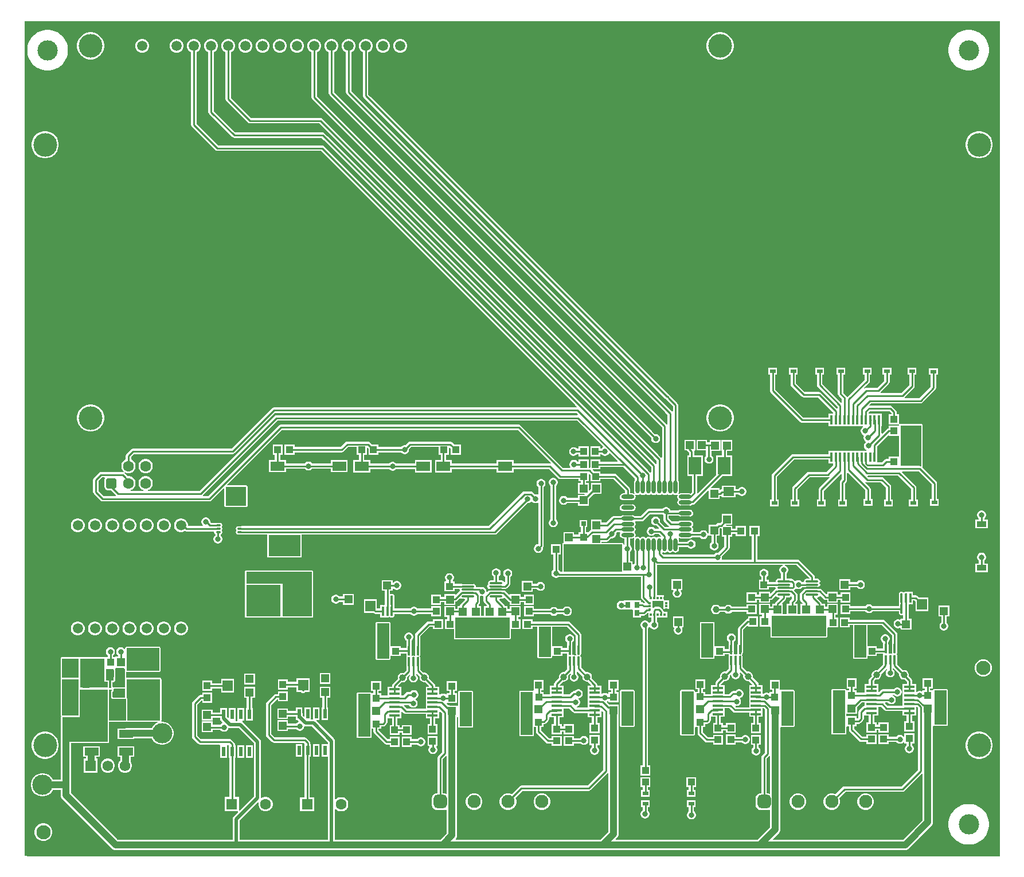
<source format=gbr>
%TF.GenerationSoftware,Altium Limited,Altium Designer,25.1.2 (22)*%
G04 Layer_Physical_Order=1*
G04 Layer_Color=255*
%FSLAX26Y26*%
%MOIN*%
%TF.SameCoordinates,F7076460-2797-427A-AE81-16C54333DA03*%
%TF.FilePolarity,Positive*%
%TF.FileFunction,Copper,L1,Top,Signal*%
%TF.Part,Single*%
G01*
G75*
%TA.AperFunction,SMDPad,CuDef*%
%ADD10O,0.031496X0.011811*%
%ADD11R,0.043307X0.041339*%
%ADD12R,0.037402X0.037402*%
%ADD13R,0.041339X0.043307*%
%ADD14R,0.062992X0.013780*%
G04:AMPARAMS|DCode=15|XSize=57.636mil|YSize=14.796mil|CornerRadius=7.398mil|HoleSize=0mil|Usage=FLASHONLY|Rotation=90.000|XOffset=0mil|YOffset=0mil|HoleType=Round|Shape=RoundedRectangle|*
%AMROUNDEDRECTD15*
21,1,0.057636,0.000000,0,0,90.0*
21,1,0.042840,0.014796,0,0,90.0*
1,1,0.014796,0.000000,0.021420*
1,1,0.014796,0.000000,-0.021420*
1,1,0.014796,0.000000,-0.021420*
1,1,0.014796,0.000000,0.021420*
%
%ADD15ROUNDEDRECTD15*%
%ADD16R,0.014796X0.057636*%
%ADD17C,0.039370*%
%ADD18R,0.031496X0.037402*%
%ADD19R,0.037402X0.037402*%
%ADD20O,0.076772X0.023622*%
%ADD21O,0.023622X0.076772*%
%ADD22R,0.082677X0.055118*%
%ADD23R,0.047244X0.045276*%
G04:AMPARAMS|DCode=24|XSize=125.984mil|YSize=68.898mil|CornerRadius=2.067mil|HoleSize=0mil|Usage=FLASHONLY|Rotation=90.000|XOffset=0mil|YOffset=0mil|HoleType=Round|Shape=RoundedRectangle|*
%AMROUNDEDRECTD24*
21,1,0.125984,0.064764,0,0,90.0*
21,1,0.121850,0.068898,0,0,90.0*
1,1,0.004134,0.032382,0.060925*
1,1,0.004134,0.032382,-0.060925*
1,1,0.004134,-0.032382,-0.060925*
1,1,0.004134,-0.032382,0.060925*
%
%ADD24ROUNDEDRECTD24*%
G04:AMPARAMS|DCode=25|XSize=35.433mil|YSize=68.898mil|CornerRadius=1.949mil|HoleSize=0mil|Usage=FLASHONLY|Rotation=90.000|XOffset=0mil|YOffset=0mil|HoleType=Round|Shape=RoundedRectangle|*
%AMROUNDEDRECTD25*
21,1,0.035433,0.065000,0,0,90.0*
21,1,0.031535,0.068898,0,0,90.0*
1,1,0.003898,0.032500,0.015768*
1,1,0.003898,0.032500,-0.015768*
1,1,0.003898,-0.032500,-0.015768*
1,1,0.003898,-0.032500,0.015768*
%
%ADD25ROUNDEDRECTD25*%
%ADD26R,0.017716X0.057087*%
%ADD27R,0.074803X0.102362*%
%TA.AperFunction,FiducialPad,Global*%
%ADD28C,0.118110*%
%TA.AperFunction,SMDPad,CuDef*%
%ADD29C,0.118110*%
%ADD30R,0.033500X0.106000*%
%ADD31R,0.035433X0.023622*%
%ADD32R,0.045276X0.047244*%
%ADD33R,0.053150X0.064961*%
%ADD34R,0.022000X0.057500*%
%ADD35R,0.011811X0.026378*%
%ADD36R,0.059055X0.062992*%
%ADD37R,0.047244X0.047244*%
%ADD38O,0.078740X0.011811*%
%ADD39R,0.017716X0.013780*%
%ADD40R,0.013780X0.017716*%
%ADD41R,0.084646X0.068898*%
%ADD42R,0.055000X0.035000*%
%ADD43R,0.080000X0.045000*%
%ADD44R,0.027559X0.025591*%
%ADD45R,0.064961X0.053150*%
%TA.AperFunction,Conductor*%
%ADD46C,0.010000*%
%ADD47C,0.019685*%
%ADD48C,0.039370*%
%TA.AperFunction,ComponentPad*%
%ADD49C,0.059843*%
%ADD50C,0.062992*%
G04:AMPARAMS|DCode=51|XSize=62.992mil|YSize=62.992mil|CornerRadius=15.748mil|HoleSize=0mil|Usage=FLASHONLY|Rotation=0.000|XOffset=0mil|YOffset=0mil|HoleType=Round|Shape=RoundedRectangle|*
%AMROUNDEDRECTD51*
21,1,0.062992,0.031496,0,0,0.0*
21,1,0.031496,0.062992,0,0,0.0*
1,1,0.031496,0.015748,-0.015748*
1,1,0.031496,-0.015748,-0.015748*
1,1,0.031496,-0.015748,0.015748*
1,1,0.031496,0.015748,0.015748*
%
%ADD51ROUNDEDRECTD51*%
%ADD52C,0.137795*%
G04:AMPARAMS|DCode=53|XSize=76.772mil|YSize=76.772mil|CornerRadius=19.193mil|HoleSize=0mil|Usage=FLASHONLY|Rotation=0.000|XOffset=0mil|YOffset=0mil|HoleType=Round|Shape=RoundedRectangle|*
%AMROUNDEDRECTD53*
21,1,0.076772,0.038386,0,0,0.0*
21,1,0.038386,0.076772,0,0,0.0*
1,1,0.038386,0.019193,-0.019193*
1,1,0.038386,-0.019193,-0.019193*
1,1,0.038386,-0.019193,0.019193*
1,1,0.038386,0.019193,0.019193*
%
%ADD53ROUNDEDRECTD53*%
%ADD54C,0.076772*%
%ADD55R,0.062992X0.062992*%
%ADD56R,0.061811X0.061811*%
%ADD57C,0.061811*%
%ADD58C,0.082677*%
%TA.AperFunction,ViaPad*%
%ADD59C,0.031496*%
G36*
X5675000Y205000D02*
X21533D01*
X19619Y209619D01*
X20000Y210000D01*
X9056Y206352D01*
X5000Y209276D01*
Y5065000D01*
X5675000D01*
Y205000D01*
D02*
G37*
%LPC*%
G36*
X2195256Y4959921D02*
X2184744D01*
X2174591Y4957201D01*
X2165488Y4951945D01*
X2158055Y4944512D01*
X2152799Y4935409D01*
X2150079Y4925256D01*
Y4914744D01*
X2152799Y4904591D01*
X2158055Y4895488D01*
X2165488Y4888055D01*
X2174591Y4882799D01*
X2184744Y4880079D01*
X2195256D01*
X2205409Y4882799D01*
X2214512Y4888055D01*
X2221945Y4895488D01*
X2227201Y4904591D01*
X2229921Y4914744D01*
Y4925256D01*
X2227201Y4935409D01*
X2221945Y4944512D01*
X2214512Y4951945D01*
X2205409Y4957201D01*
X2195256Y4959921D01*
D02*
G37*
G36*
X2095256D02*
X2084744D01*
X2074591Y4957201D01*
X2065488Y4951945D01*
X2058055Y4944512D01*
X2052799Y4935409D01*
X2050079Y4925256D01*
Y4914744D01*
X2052799Y4904591D01*
X2058055Y4895488D01*
X2065488Y4888055D01*
X2074591Y4882799D01*
X2084744Y4880079D01*
X2095256D01*
X2105409Y4882799D01*
X2114512Y4888055D01*
X2121945Y4895488D01*
X2127201Y4904591D01*
X2129921Y4914744D01*
Y4925256D01*
X2127201Y4935409D01*
X2121945Y4944512D01*
X2114512Y4951945D01*
X2105409Y4957201D01*
X2095256Y4959921D01*
D02*
G37*
G36*
X1595256D02*
X1584744D01*
X1574591Y4957201D01*
X1565488Y4951945D01*
X1558055Y4944512D01*
X1552799Y4935409D01*
X1550079Y4925256D01*
Y4914744D01*
X1552799Y4904591D01*
X1558055Y4895488D01*
X1565488Y4888055D01*
X1574591Y4882799D01*
X1584744Y4880079D01*
X1595256D01*
X1605409Y4882799D01*
X1614512Y4888055D01*
X1621945Y4895488D01*
X1627201Y4904591D01*
X1629921Y4914744D01*
Y4925256D01*
X1627201Y4935409D01*
X1621945Y4944512D01*
X1614512Y4951945D01*
X1605409Y4957201D01*
X1595256Y4959921D01*
D02*
G37*
G36*
X1495256D02*
X1484744D01*
X1474591Y4957201D01*
X1465488Y4951945D01*
X1458055Y4944512D01*
X1452799Y4935409D01*
X1450079Y4925256D01*
Y4914744D01*
X1452799Y4904591D01*
X1458055Y4895488D01*
X1465488Y4888055D01*
X1474591Y4882799D01*
X1484744Y4880079D01*
X1495256D01*
X1505409Y4882799D01*
X1514512Y4888055D01*
X1521945Y4895488D01*
X1527201Y4904591D01*
X1529921Y4914744D01*
Y4925256D01*
X1527201Y4935409D01*
X1521945Y4944512D01*
X1514512Y4951945D01*
X1505409Y4957201D01*
X1495256Y4959921D01*
D02*
G37*
G36*
X1395256D02*
X1384744D01*
X1374591Y4957201D01*
X1365488Y4951945D01*
X1358055Y4944512D01*
X1352799Y4935409D01*
X1350079Y4925256D01*
Y4914744D01*
X1352799Y4904591D01*
X1358055Y4895488D01*
X1365488Y4888055D01*
X1374591Y4882799D01*
X1384744Y4880079D01*
X1395256D01*
X1405409Y4882799D01*
X1414512Y4888055D01*
X1421945Y4895488D01*
X1427201Y4904591D01*
X1429921Y4914744D01*
Y4925256D01*
X1427201Y4935409D01*
X1421945Y4944512D01*
X1414512Y4951945D01*
X1405409Y4957201D01*
X1395256Y4959921D01*
D02*
G37*
G36*
X1295256D02*
X1284744D01*
X1274591Y4957201D01*
X1265488Y4951945D01*
X1258055Y4944512D01*
X1252799Y4935409D01*
X1250079Y4925256D01*
Y4914744D01*
X1252799Y4904591D01*
X1258055Y4895488D01*
X1265488Y4888055D01*
X1274591Y4882799D01*
X1284744Y4880079D01*
X1295256D01*
X1305409Y4882799D01*
X1314512Y4888055D01*
X1321945Y4895488D01*
X1327201Y4904591D01*
X1329921Y4914744D01*
Y4925256D01*
X1327201Y4935409D01*
X1321945Y4944512D01*
X1314512Y4951945D01*
X1305409Y4957201D01*
X1295256Y4959921D01*
D02*
G37*
G36*
X895256D02*
X884744D01*
X874591Y4957201D01*
X865488Y4951945D01*
X858055Y4944512D01*
X852799Y4935409D01*
X850079Y4925256D01*
Y4914744D01*
X852799Y4904591D01*
X858055Y4895488D01*
X865488Y4888055D01*
X874591Y4882799D01*
X884744Y4880079D01*
X895256D01*
X905409Y4882799D01*
X914512Y4888055D01*
X921945Y4895488D01*
X927201Y4904591D01*
X929921Y4914744D01*
Y4925256D01*
X927201Y4935409D01*
X921945Y4944512D01*
X914512Y4951945D01*
X905409Y4957201D01*
X895256Y4959921D01*
D02*
G37*
G36*
X695256D02*
X684744D01*
X674591Y4957201D01*
X665488Y4951945D01*
X658055Y4944512D01*
X652799Y4935409D01*
X650079Y4925256D01*
Y4914744D01*
X652799Y4904591D01*
X658055Y4895488D01*
X665488Y4888055D01*
X674591Y4882799D01*
X684744Y4880079D01*
X695256D01*
X705409Y4882799D01*
X714512Y4888055D01*
X721945Y4895488D01*
X727201Y4904591D01*
X729921Y4914744D01*
Y4925256D01*
X727201Y4935409D01*
X721945Y4944512D01*
X714512Y4951945D01*
X705409Y4957201D01*
X695256Y4959921D01*
D02*
G37*
G36*
X4057771Y4998898D02*
X4042229D01*
X4026986Y4995866D01*
X4012628Y4989918D01*
X3999706Y4981284D01*
X3988716Y4970294D01*
X3980082Y4957372D01*
X3974134Y4943014D01*
X3971102Y4927771D01*
Y4912229D01*
X3974134Y4896986D01*
X3980082Y4882628D01*
X3988716Y4869706D01*
X3999706Y4858716D01*
X4012628Y4850082D01*
X4026986Y4844134D01*
X4042229Y4841102D01*
X4057771D01*
X4073014Y4844134D01*
X4087372Y4850082D01*
X4100294Y4858716D01*
X4111284Y4869706D01*
X4119918Y4882628D01*
X4125866Y4896986D01*
X4128898Y4912229D01*
Y4927771D01*
X4125866Y4943014D01*
X4119918Y4957372D01*
X4111284Y4970294D01*
X4100294Y4981284D01*
X4087372Y4989918D01*
X4073014Y4995866D01*
X4057771Y4998898D01*
D02*
G37*
G36*
X397771D02*
X382229D01*
X366986Y4995866D01*
X352628Y4989918D01*
X339706Y4981284D01*
X328716Y4970294D01*
X320082Y4957372D01*
X314134Y4943014D01*
X311102Y4927771D01*
Y4912229D01*
X314134Y4896986D01*
X320082Y4882628D01*
X328716Y4869706D01*
X339706Y4858716D01*
X352628Y4850082D01*
X366986Y4844134D01*
X382229Y4841102D01*
X397771D01*
X413014Y4844134D01*
X427372Y4850082D01*
X440294Y4858716D01*
X451284Y4869706D01*
X459918Y4882628D01*
X465866Y4896986D01*
X468898Y4912229D01*
Y4927771D01*
X465866Y4943014D01*
X459918Y4957372D01*
X451284Y4970294D01*
X440294Y4981284D01*
X427372Y4989918D01*
X413014Y4995866D01*
X397771Y4998898D01*
D02*
G37*
G36*
X5504296Y5013110D02*
X5485704D01*
X5467342Y5010202D01*
X5449661Y5004457D01*
X5433097Y4996017D01*
X5418056Y4985089D01*
X5404911Y4971944D01*
X5393983Y4956903D01*
X5385543Y4940339D01*
X5379798Y4922658D01*
X5376890Y4904296D01*
Y4885704D01*
X5379798Y4867342D01*
X5385543Y4849661D01*
X5393983Y4833097D01*
X5404911Y4818056D01*
X5418056Y4804911D01*
X5433097Y4793983D01*
X5449661Y4785543D01*
X5467342Y4779798D01*
X5485704Y4776890D01*
X5504296D01*
X5522658Y4779798D01*
X5540339Y4785543D01*
X5556903Y4793983D01*
X5571944Y4804911D01*
X5585089Y4818056D01*
X5596017Y4833097D01*
X5604457Y4849661D01*
X5610202Y4867342D01*
X5613110Y4885704D01*
Y4904296D01*
X5610202Y4922658D01*
X5604457Y4940339D01*
X5596017Y4956903D01*
X5585089Y4971944D01*
X5571944Y4985089D01*
X5556903Y4996017D01*
X5540339Y5004457D01*
X5522658Y5010202D01*
X5504296Y5013110D01*
D02*
G37*
G36*
X149296D02*
X130704D01*
X112343Y5010202D01*
X94661Y5004457D01*
X78097Y4996017D01*
X63056Y4985089D01*
X49911Y4971944D01*
X38983Y4956903D01*
X30543Y4940339D01*
X24798Y4922658D01*
X21890Y4904296D01*
Y4885704D01*
X24798Y4867342D01*
X30543Y4849661D01*
X38983Y4833097D01*
X49911Y4818056D01*
X63056Y4804911D01*
X78097Y4793983D01*
X94661Y4785543D01*
X112343Y4779798D01*
X130704Y4776890D01*
X149296D01*
X167657Y4779798D01*
X185339Y4785543D01*
X201903Y4793983D01*
X216944Y4804911D01*
X230089Y4818056D01*
X241017Y4833097D01*
X249457Y4849661D01*
X255202Y4867342D01*
X258110Y4885704D01*
Y4904296D01*
X255202Y4922658D01*
X249457Y4940339D01*
X241017Y4956903D01*
X230089Y4971944D01*
X216944Y4985089D01*
X201903Y4996017D01*
X185339Y5004457D01*
X167657Y5010202D01*
X149296Y5013110D01*
D02*
G37*
G36*
X5562771Y4423898D02*
X5547229D01*
X5531986Y4420866D01*
X5517628Y4414918D01*
X5504706Y4406284D01*
X5493716Y4395294D01*
X5485082Y4382372D01*
X5479134Y4368014D01*
X5476102Y4352771D01*
Y4337229D01*
X5479134Y4321986D01*
X5485082Y4307628D01*
X5493716Y4294706D01*
X5504706Y4283716D01*
X5517628Y4275082D01*
X5531986Y4269134D01*
X5547229Y4266102D01*
X5562771D01*
X5578014Y4269134D01*
X5592372Y4275082D01*
X5605294Y4283716D01*
X5616284Y4294706D01*
X5624918Y4307628D01*
X5630866Y4321986D01*
X5633898Y4337229D01*
Y4352771D01*
X5630866Y4368014D01*
X5624918Y4382372D01*
X5616284Y4395294D01*
X5605294Y4406284D01*
X5592372Y4414918D01*
X5578014Y4420866D01*
X5562771Y4423898D01*
D02*
G37*
G36*
X132771D02*
X117229D01*
X101986Y4420866D01*
X87628Y4414918D01*
X74706Y4406284D01*
X63716Y4395294D01*
X55082Y4382372D01*
X49134Y4368014D01*
X46102Y4352771D01*
Y4337229D01*
X49134Y4321986D01*
X55082Y4307628D01*
X63716Y4294706D01*
X74706Y4283716D01*
X87628Y4275082D01*
X101986Y4269134D01*
X117229Y4266102D01*
X132771D01*
X148014Y4269134D01*
X162372Y4275082D01*
X175294Y4283716D01*
X186284Y4294706D01*
X194918Y4307628D01*
X200866Y4321986D01*
X203898Y4337229D01*
Y4352771D01*
X200866Y4368014D01*
X194918Y4382372D01*
X186284Y4395294D01*
X175294Y4406284D01*
X162372Y4414918D01*
X148014Y4420866D01*
X132771Y4423898D01*
D02*
G37*
G36*
X5045590Y3045157D02*
X4994409D01*
Y3005787D01*
X5004706D01*
Y2971335D01*
X4963665Y2930294D01*
X4900000D01*
X4894147Y2929130D01*
X4890177Y2926477D01*
X4886989Y2930360D01*
X4915815Y2959186D01*
X4919130Y2964147D01*
X4920294Y2970000D01*
Y3005787D01*
X4930591D01*
Y3045157D01*
X4879409D01*
Y3005787D01*
X4889706D01*
Y2976335D01*
X4791403Y2878032D01*
X4785838Y2879538D01*
X4783314Y2883314D01*
X4765294Y2901335D01*
Y3005787D01*
X4777650D01*
Y3045157D01*
X4726469D01*
Y3005787D01*
X4734706D01*
Y2895000D01*
X4735870Y2889147D01*
X4739186Y2884186D01*
X4757206Y2866165D01*
Y2845956D01*
X4752587Y2844042D01*
X4644043Y2952586D01*
Y3005787D01*
X4654339D01*
Y3045157D01*
X4603158D01*
Y3005787D01*
X4613455D01*
Y2946251D01*
X4614619Y2940398D01*
X4617934Y2935437D01*
X4732206Y2821165D01*
Y2810956D01*
X4727587Y2809042D01*
X4635814Y2900814D01*
X4630853Y2904130D01*
X4625000Y2905294D01*
X4541335D01*
X4490294Y2956335D01*
Y3005787D01*
X4501339D01*
Y3045157D01*
X4450158D01*
Y3005787D01*
X4459706D01*
Y2950000D01*
X4460870Y2944147D01*
X4464186Y2939186D01*
X4524186Y2879186D01*
X4529147Y2875870D01*
X4535000Y2874706D01*
X4618665D01*
X4707206Y2786165D01*
Y2778701D01*
X4680768D01*
Y2757577D01*
X4534051D01*
X4370294Y2921335D01*
Y3005787D01*
X4380591D01*
Y3045157D01*
X4329409D01*
Y3005787D01*
X4339706D01*
Y2915000D01*
X4340870Y2909147D01*
X4344186Y2904186D01*
X4516902Y2731469D01*
X4521864Y2728154D01*
X4527717Y2726990D01*
X4680768D01*
Y2705866D01*
X4730768D01*
Y2705866D01*
X4764232D01*
Y2705866D01*
X4879141D01*
X4880481Y2700866D01*
X4878049Y2699462D01*
X4873255Y2694668D01*
X4869865Y2688797D01*
X4868110Y2682248D01*
Y2675468D01*
X4869865Y2668920D01*
X4873255Y2663049D01*
X4878049Y2658255D01*
X4883920Y2654865D01*
X4884382Y2654741D01*
X4886296Y2650122D01*
X4885495Y2648736D01*
X4883741Y2642187D01*
Y2635408D01*
X4885495Y2628859D01*
X4888885Y2622988D01*
X4893679Y2618194D01*
X4894726Y2617590D01*
X4895224Y2616082D01*
X4895155Y2611568D01*
X4891534Y2607947D01*
X4888144Y2602076D01*
X4886390Y2595527D01*
Y2588748D01*
X4888144Y2582199D01*
X4891534Y2576328D01*
X4896328Y2571534D01*
X4900485Y2569134D01*
X4899145Y2564134D01*
X4680768D01*
Y2543010D01*
X4472717D01*
X4466864Y2541846D01*
X4461902Y2538531D01*
X4354185Y2430814D01*
X4350870Y2425853D01*
X4349706Y2420000D01*
Y2279213D01*
X4339409D01*
Y2239843D01*
X4390590D01*
Y2279213D01*
X4380294D01*
Y2413665D01*
X4479051Y2512423D01*
X4680768D01*
Y2491299D01*
X4707206D01*
Y2478835D01*
X4668665Y2440294D01*
X4565000D01*
X4559147Y2439130D01*
X4554186Y2435814D01*
X4473705Y2355334D01*
X4470390Y2350372D01*
X4469225Y2344519D01*
Y2281091D01*
X4458929D01*
Y2241721D01*
X4510110D01*
Y2281091D01*
X4499813D01*
Y2338184D01*
X4571335Y2409706D01*
X4675000D01*
X4680853Y2410870D01*
X4684824Y2413524D01*
X4688011Y2409640D01*
X4626705Y2348334D01*
X4623390Y2343372D01*
X4622225Y2337519D01*
Y2281092D01*
X4611929D01*
Y2241722D01*
X4663110D01*
Y2281092D01*
X4652813D01*
Y2331184D01*
X4752587Y2430958D01*
X4757206Y2429044D01*
Y2398835D01*
X4750015Y2391644D01*
X4746700Y2386682D01*
X4745536Y2380830D01*
Y2281092D01*
X4735239D01*
Y2241722D01*
X4786420D01*
Y2281092D01*
X4776123D01*
Y2374495D01*
X4783314Y2381686D01*
X4786630Y2386647D01*
X4787794Y2392500D01*
Y2434044D01*
X4792413Y2435958D01*
X4894706Y2333665D01*
Y2284213D01*
X4884409D01*
Y2244843D01*
X4935591D01*
Y2284213D01*
X4925294D01*
Y2340000D01*
X4924130Y2345853D01*
X4920814Y2350814D01*
X4891989Y2379640D01*
X4895176Y2383524D01*
X4899147Y2380870D01*
X4905000Y2379706D01*
X4983665D01*
X5013476Y2349895D01*
Y2281091D01*
X5003180D01*
Y2241721D01*
X5054361D01*
Y2281091D01*
X5044064D01*
Y2356230D01*
X5042900Y2362082D01*
X5039585Y2367044D01*
X5000814Y2405814D01*
X4995853Y2409130D01*
X4990000Y2410294D01*
X4911335D01*
X4906923Y2414706D01*
X4908994Y2419706D01*
X5083665D01*
X5159706Y2343665D01*
Y2281092D01*
X5148180D01*
Y2241722D01*
X5199361D01*
Y2281092D01*
X5190294D01*
Y2350000D01*
X5189130Y2355853D01*
X5185815Y2360814D01*
X5106542Y2440087D01*
X5108456Y2444706D01*
X5203665D01*
X5279706Y2368665D01*
Y2284213D01*
X5269409D01*
Y2244843D01*
X5320591D01*
Y2284213D01*
X5310294D01*
Y2375000D01*
X5309130Y2380853D01*
X5305815Y2385814D01*
X5225375Y2466254D01*
X5225677Y2469323D01*
X5227417Y2471928D01*
X5228028Y2475000D01*
Y2711496D01*
X5227417Y2714568D01*
X5225677Y2717173D01*
X5223072Y2718913D01*
X5220000Y2719524D01*
X5098701D01*
X5095628Y2718913D01*
X5095079Y2718546D01*
X5090079Y2721080D01*
X5090079Y2722149D01*
Y2775236D01*
X5075845D01*
Y2789449D01*
X5074681Y2795302D01*
X5071366Y2800263D01*
X5050814Y2820814D01*
X5045853Y2824130D01*
X5040000Y2825294D01*
X4918994D01*
X4916923Y2830294D01*
X4926335Y2839706D01*
X5215000D01*
X5220853Y2840870D01*
X5225814Y2844186D01*
X5300814Y2919186D01*
X5304130Y2924147D01*
X5305294Y2930000D01*
Y3005315D01*
X5315591D01*
Y3044685D01*
X5264409D01*
Y3005315D01*
X5274706D01*
Y2936335D01*
X5208665Y2870294D01*
X5123770D01*
X5123293Y2870921D01*
X5121923Y2875294D01*
X5175814Y2929186D01*
X5179130Y2934147D01*
X5180294Y2940000D01*
Y3005787D01*
X5190591D01*
Y3045157D01*
X5139409D01*
Y3005787D01*
X5149706D01*
Y2946335D01*
X5103665Y2900294D01*
X4983770D01*
X4983293Y2900921D01*
X4981923Y2905294D01*
X5030814Y2954186D01*
X5034130Y2959147D01*
X5035294Y2965000D01*
Y3005787D01*
X5045590D01*
Y3045157D01*
D02*
G37*
G36*
X4057771Y2833898D02*
X4042229D01*
X4026986Y2830866D01*
X4012628Y2824918D01*
X3999706Y2816284D01*
X3988716Y2805294D01*
X3980082Y2792372D01*
X3974134Y2778014D01*
X3971102Y2762771D01*
Y2747229D01*
X3974134Y2731986D01*
X3980082Y2717628D01*
X3988716Y2704706D01*
X3999706Y2693716D01*
X4012628Y2685082D01*
X4026986Y2679134D01*
X4042229Y2676102D01*
X4057771D01*
X4073014Y2679134D01*
X4087372Y2685082D01*
X4100294Y2693716D01*
X4111284Y2704706D01*
X4119918Y2717628D01*
X4125866Y2731986D01*
X4128898Y2747229D01*
Y2762771D01*
X4125866Y2778014D01*
X4119918Y2792372D01*
X4111284Y2805294D01*
X4100294Y2816284D01*
X4087372Y2824918D01*
X4073014Y2830866D01*
X4057771Y2833898D01*
D02*
G37*
G36*
X397771D02*
X382229D01*
X366986Y2830866D01*
X352628Y2824918D01*
X339706Y2816284D01*
X328716Y2805294D01*
X320082Y2792372D01*
X314134Y2778014D01*
X311102Y2762771D01*
Y2747229D01*
X314134Y2731986D01*
X320082Y2717628D01*
X328716Y2704706D01*
X339706Y2693716D01*
X352628Y2685082D01*
X366986Y2679134D01*
X382229Y2676102D01*
X397771D01*
X413014Y2679134D01*
X427372Y2685082D01*
X440294Y2693716D01*
X451284Y2704706D01*
X459918Y2717628D01*
X465866Y2731986D01*
X468897Y2747229D01*
Y2762771D01*
X465866Y2778014D01*
X459918Y2792372D01*
X451284Y2805294D01*
X440294Y2816284D01*
X427372Y2824918D01*
X413014Y2830866D01*
X397771Y2833898D01*
D02*
G37*
G36*
X1695256Y4959921D02*
X1684744D01*
X1674591Y4957201D01*
X1665488Y4951945D01*
X1658055Y4944512D01*
X1652799Y4935409D01*
X1650079Y4925256D01*
Y4914744D01*
X1652799Y4904591D01*
X1658055Y4895488D01*
X1665488Y4888055D01*
X1674591Y4882799D01*
X1674706Y4882769D01*
Y4620000D01*
X1675870Y4614147D01*
X1679186Y4609186D01*
X3649406Y2638965D01*
X3649252Y2638390D01*
Y2631610D01*
X3651007Y2625062D01*
X3654396Y2619190D01*
X3659190Y2614396D01*
X3665062Y2611007D01*
X3671610Y2609252D01*
X3678390D01*
X3684938Y2611007D01*
X3690810Y2614396D01*
X3695604Y2619190D01*
X3698993Y2625062D01*
X3700748Y2631610D01*
Y2638390D01*
X3698993Y2644938D01*
X3695604Y2650810D01*
X3690810Y2655604D01*
X3684938Y2658993D01*
X3678390Y2660748D01*
X3671610D01*
X3671035Y2660594D01*
X1705294Y4626335D01*
Y4882769D01*
X1705409Y4882799D01*
X1714512Y4888055D01*
X1721945Y4895488D01*
X1727201Y4904591D01*
X1729921Y4914744D01*
Y4925256D01*
X1727201Y4935409D01*
X1721945Y4944512D01*
X1714512Y4951945D01*
X1705409Y4957201D01*
X1695256Y4959921D01*
D02*
G37*
G36*
X990000Y4960600D02*
X986590Y4959921D01*
X984744D01*
X974591Y4957201D01*
X965488Y4951945D01*
X958055Y4944512D01*
X952799Y4935409D01*
X950079Y4925256D01*
Y4914744D01*
X952799Y4904591D01*
X958055Y4895488D01*
X965488Y4888055D01*
X974591Y4882799D01*
X974706Y4882769D01*
Y4460000D01*
X975870Y4454147D01*
X979186Y4449186D01*
X1114186Y4314186D01*
X1119147Y4310870D01*
X1125000Y4309706D01*
X1728665D01*
X3218077Y2820294D01*
X3216006Y2815294D01*
X1455000D01*
X1449147Y2814130D01*
X1444186Y2810814D01*
X1208665Y2575294D01*
X635000D01*
X629147Y2574130D01*
X624186Y2570814D01*
X599186Y2545814D01*
X595870Y2540853D01*
X594706Y2535000D01*
Y2513862D01*
X593983Y2513668D01*
X584521Y2508205D01*
X576795Y2500479D01*
X571332Y2491017D01*
X568504Y2480463D01*
Y2469537D01*
X571332Y2458983D01*
X576795Y2449521D01*
X582879Y2443436D01*
X582163Y2441915D01*
X579932Y2439313D01*
X575000Y2440294D01*
X450000D01*
X444147Y2439130D01*
X439186Y2435814D01*
X409186Y2405814D01*
X405870Y2400853D01*
X404706Y2395000D01*
Y2325000D01*
X405870Y2319147D01*
X409186Y2314186D01*
X449185Y2274186D01*
X454147Y2270870D01*
X460000Y2269706D01*
X1080000D01*
X1085853Y2270870D01*
X1090814Y2274186D01*
X1162352Y2345724D01*
X1166972Y2343810D01*
Y2246379D01*
X1166972Y2246378D01*
X1167583Y2243306D01*
X1169323Y2240701D01*
X1169323Y2240701D01*
X1170701Y2239323D01*
X1173305Y2237583D01*
X1176378Y2236972D01*
X1294528D01*
X1297600Y2237583D01*
X1300205Y2239323D01*
X1301945Y2241928D01*
X1302556Y2245000D01*
Y2354528D01*
X1301945Y2357600D01*
X1301749Y2358072D01*
X1300009Y2360677D01*
X1297404Y2362417D01*
X1294332Y2363028D01*
X1186190D01*
X1184276Y2367648D01*
X1501335Y2684706D01*
X2873665D01*
X3065136Y2493235D01*
X3062673Y2488627D01*
X3061417Y2488877D01*
X2848347D01*
Y2509016D01*
X2749921D01*
Y2488877D01*
X2490079D01*
Y2509016D01*
X2456160D01*
Y2541457D01*
X2473510D01*
Y2579686D01*
X2478510Y2581757D01*
X2483353Y2576914D01*
Y2541457D01*
X2542408D01*
Y2598543D01*
X2504982D01*
X2491136Y2612389D01*
X2486174Y2615704D01*
X2480322Y2616869D01*
X2246575D01*
X2240722Y2615704D01*
X2235760Y2612389D01*
X2218965Y2595594D01*
X2218390Y2595748D01*
X2211610D01*
X2205062Y2593993D01*
X2199190Y2590604D01*
X2194396Y2585810D01*
X2194099Y2585294D01*
X2063976D01*
Y2598543D01*
X2026550D01*
X2012704Y2612389D01*
X2007742Y2615704D01*
X2001890Y2616869D01*
X1881575D01*
X1875722Y2615704D01*
X1870760Y2612389D01*
X1843665Y2585294D01*
X1576637D01*
Y2598543D01*
X1517582D01*
Y2541457D01*
X1576637D01*
Y2554706D01*
X1850000D01*
X1855853Y2555870D01*
X1860814Y2559186D01*
X1887910Y2586281D01*
X1936024D01*
Y2541457D01*
X1950572D01*
Y2509016D01*
X1916653D01*
Y2438150D01*
X2015079D01*
Y2458289D01*
X2124099D01*
X2124396Y2457773D01*
X2129190Y2452979D01*
X2135062Y2449589D01*
X2141610Y2447835D01*
X2148390D01*
X2154938Y2449589D01*
X2160810Y2452979D01*
X2165604Y2457773D01*
X2165901Y2458289D01*
X2274921D01*
Y2438150D01*
X2373347D01*
Y2509016D01*
X2274921D01*
Y2488877D01*
X2165901D01*
X2165604Y2489392D01*
X2160810Y2494186D01*
X2154938Y2497576D01*
X2148390Y2499331D01*
X2141610D01*
X2135062Y2497576D01*
X2129190Y2494186D01*
X2124396Y2489392D01*
X2124099Y2488877D01*
X2015079D01*
Y2509016D01*
X1981160D01*
Y2541457D01*
X1995079D01*
Y2579686D01*
X2000079Y2581757D01*
X2004921Y2576914D01*
Y2541457D01*
X2063976D01*
Y2554706D01*
X2194099D01*
X2194396Y2554190D01*
X2199190Y2549396D01*
X2205062Y2546007D01*
X2211610Y2544252D01*
X2218390D01*
X2224938Y2546007D01*
X2230810Y2549396D01*
X2235604Y2554190D01*
X2238993Y2560062D01*
X2240748Y2566610D01*
Y2573390D01*
X2240594Y2573965D01*
X2252910Y2586281D01*
X2414456D01*
Y2541457D01*
X2425572D01*
Y2509016D01*
X2391653D01*
Y2438150D01*
X2490079D01*
Y2458289D01*
X2749921D01*
Y2438150D01*
X2848347D01*
Y2458289D01*
X3055082D01*
X3109186Y2404186D01*
X3114147Y2400870D01*
X3120000Y2399706D01*
X3226575D01*
Y2386457D01*
X3239706D01*
Y2375945D01*
X3224488D01*
Y2312953D01*
X3259207D01*
X3261879Y2307953D01*
X3261274Y2307047D01*
X3224488D01*
Y2290294D01*
X3160901D01*
X3160604Y2290810D01*
X3155810Y2295604D01*
X3149938Y2298993D01*
X3143390Y2300748D01*
X3136610D01*
X3130062Y2298993D01*
X3124190Y2295604D01*
X3119396Y2290810D01*
X3116007Y2284938D01*
X3114252Y2278390D01*
Y2271610D01*
X3116007Y2265062D01*
X3119396Y2259190D01*
X3124190Y2254396D01*
X3130062Y2251007D01*
X3136610Y2249252D01*
X3143390D01*
X3149938Y2251007D01*
X3155810Y2254396D01*
X3160604Y2259190D01*
X3160901Y2259706D01*
X3224488D01*
Y2244055D01*
X3285512D01*
Y2284434D01*
X3311610Y2310533D01*
X3312362D01*
X3318215Y2311697D01*
X3320094Y2312953D01*
X3360512D01*
Y2375945D01*
X3299488D01*
Y2339969D01*
X3299423Y2339956D01*
X3294461Y2336641D01*
X3290131Y2332311D01*
X3285512Y2334225D01*
Y2375945D01*
X3270294D01*
Y2386457D01*
X3285630D01*
Y2425224D01*
X3290249Y2427138D01*
X3295472Y2421914D01*
Y2386457D01*
X3354528D01*
Y2399706D01*
X3428665D01*
X3497383Y2330988D01*
Y2315307D01*
X3486102D01*
X3478421Y2313779D01*
X3471910Y2309428D01*
X3467559Y2302917D01*
X3466032Y2295236D01*
X3467559Y2287556D01*
X3471910Y2281044D01*
X3478421Y2276693D01*
X3486102Y2275166D01*
X3539252D01*
X3546932Y2276693D01*
X3553444Y2281044D01*
X3557795Y2287556D01*
X3559323Y2295236D01*
X3557795Y2302917D01*
X3556419Y2304977D01*
X3560023Y2308581D01*
X3562083Y2307205D01*
X3569764Y2305677D01*
X3577444Y2307205D01*
X3581950Y2310215D01*
X3585512Y2311148D01*
X3589074Y2310215D01*
X3593579Y2307205D01*
X3601260Y2305677D01*
X3608941Y2307205D01*
X3613446Y2310215D01*
X3617008Y2311148D01*
X3620570Y2310215D01*
X3625075Y2307205D01*
X3632756Y2305677D01*
X3640437Y2307205D01*
X3644942Y2310215D01*
X3648504Y2311148D01*
X3652066Y2310215D01*
X3656571Y2307205D01*
X3664252Y2305677D01*
X3671933Y2307205D01*
X3676438Y2310215D01*
X3680000Y2311148D01*
X3683562Y2310215D01*
X3688067Y2307205D01*
X3695748Y2305677D01*
X3703429Y2307205D01*
X3707934Y2310215D01*
X3711496Y2311148D01*
X3715058Y2310215D01*
X3719563Y2307205D01*
X3727244Y2305677D01*
X3734925Y2307205D01*
X3739430Y2310215D01*
X3742992Y2311148D01*
X3746554Y2310215D01*
X3751059Y2307205D01*
X3758740Y2305677D01*
X3766421Y2307205D01*
X3770926Y2310215D01*
X3774488Y2311148D01*
X3778050Y2310215D01*
X3782555Y2307205D01*
X3790236Y2305677D01*
X3797917Y2307205D01*
X3799976Y2308581D01*
X3803581Y2304976D01*
X3802205Y2302917D01*
X3800677Y2295236D01*
X3802205Y2287555D01*
X3805215Y2283050D01*
X3806148Y2279488D01*
X3805215Y2275926D01*
X3802205Y2271421D01*
X3800677Y2263740D01*
X3802205Y2256059D01*
X3806556Y2249548D01*
X3813067Y2245197D01*
X3820748Y2243669D01*
X3873898D01*
X3881578Y2245197D01*
X3888090Y2249548D01*
X3888381Y2249983D01*
X3890277D01*
X3896130Y2251147D01*
X3901091Y2254463D01*
X3979869Y2333240D01*
X3984488Y2331327D01*
Y2282953D01*
X4045512D01*
Y2299155D01*
X4049449D01*
X4054646Y2300189D01*
X4057139Y2299337D01*
X4059646Y2297997D01*
Y2291890D01*
X4140354D01*
Y2311045D01*
X4155437D01*
X4155735Y2310529D01*
X4160529Y2305735D01*
X4166400Y2302345D01*
X4172949Y2300591D01*
X4179728D01*
X4186277Y2302345D01*
X4192148Y2305735D01*
X4196942Y2310529D01*
X4200332Y2316400D01*
X4202087Y2322949D01*
Y2329728D01*
X4200332Y2336277D01*
X4196942Y2342148D01*
X4192148Y2346942D01*
X4186277Y2350332D01*
X4179728Y2352087D01*
X4172949D01*
X4166400Y2350332D01*
X4160529Y2346942D01*
X4155735Y2342148D01*
X4155437Y2341633D01*
X4140354D01*
Y2360787D01*
X4059646D01*
Y2340223D01*
X4054147Y2339130D01*
X4050512Y2336701D01*
X4045512Y2338631D01*
Y2345945D01*
X3999106D01*
X3997193Y2350564D01*
X4065054Y2418425D01*
X4118461D01*
Y2536535D01*
X4090294D01*
Y2563665D01*
X4091117Y2564488D01*
X4120945D01*
Y2625512D01*
X4057953D01*
Y2564488D01*
X4059706D01*
Y2536535D01*
X4027910D01*
Y2424539D01*
X3920881Y2317510D01*
X3919334Y2317780D01*
X3916002Y2319702D01*
X3916003Y2418425D01*
X3949169D01*
Y2536535D01*
X3899971D01*
Y2560323D01*
X3899643Y2561968D01*
X3903747Y2566968D01*
X3905784D01*
Y2627992D01*
X3842792D01*
Y2566968D01*
X3857326D01*
X3859186Y2564186D01*
X3869383Y2553988D01*
Y2536535D01*
X3858618D01*
Y2418425D01*
X3885415D01*
X3885415Y2324696D01*
X3875673Y2314954D01*
X3873898Y2315307D01*
X3820748D01*
X3813067Y2313779D01*
X3811008Y2312403D01*
X3807403Y2316008D01*
X3808779Y2318067D01*
X3810307Y2325748D01*
Y2378898D01*
X3808779Y2386578D01*
X3805530Y2391441D01*
Y2829764D01*
X3804366Y2835617D01*
X3801051Y2840578D01*
X3761636Y2879993D01*
X3759358Y2883403D01*
X3752969Y2889791D01*
X3749560Y2892069D01*
X2004285Y4637344D01*
Y4882498D01*
X2005409Y4882799D01*
X2014512Y4888055D01*
X2021945Y4895488D01*
X2027201Y4904591D01*
X2029921Y4914744D01*
Y4925256D01*
X2027201Y4935409D01*
X2021945Y4944512D01*
X2014512Y4951945D01*
X2005409Y4957201D01*
X1995256Y4959921D01*
X1984744D01*
X1974591Y4957201D01*
X1965488Y4951945D01*
X1958055Y4944512D01*
X1952799Y4935409D01*
X1950079Y4925256D01*
Y4914744D01*
X1952799Y4904591D01*
X1958055Y4895488D01*
X1965488Y4888055D01*
X1973697Y4883315D01*
Y4631009D01*
X1974861Y4625156D01*
X1978177Y4620195D01*
X3730209Y2868162D01*
X3733619Y2865884D01*
X3735451Y2864052D01*
X3737729Y2860642D01*
X3774942Y2823429D01*
Y2793011D01*
X3769942Y2791494D01*
X3769555Y2792074D01*
X1905294Y4656335D01*
Y4882769D01*
X1905409Y4882799D01*
X1914512Y4888055D01*
X1921945Y4895488D01*
X1927201Y4904591D01*
X1929921Y4914744D01*
Y4925256D01*
X1927201Y4935409D01*
X1921945Y4944512D01*
X1914512Y4951945D01*
X1905409Y4957201D01*
X1895256Y4959921D01*
X1884744D01*
X1874591Y4957201D01*
X1865488Y4951945D01*
X1858055Y4944512D01*
X1852799Y4935409D01*
X1850079Y4925256D01*
Y4914744D01*
X1852799Y4904591D01*
X1858055Y4895488D01*
X1865488Y4888055D01*
X1874591Y4882799D01*
X1874706Y4882769D01*
Y4650000D01*
X1875870Y4644147D01*
X1879186Y4639186D01*
X3743446Y2774925D01*
Y2719507D01*
X3738446Y2717990D01*
X3738059Y2718570D01*
X1805294Y4651335D01*
Y4882769D01*
X1805409Y4882799D01*
X1814512Y4888055D01*
X1821945Y4895488D01*
X1827201Y4904591D01*
X1829921Y4914744D01*
Y4925256D01*
X1827201Y4935409D01*
X1821945Y4944512D01*
X1814512Y4951945D01*
X1805409Y4957201D01*
X1795256Y4959921D01*
X1784744D01*
X1774591Y4957201D01*
X1765488Y4951945D01*
X1758055Y4944512D01*
X1752799Y4935409D01*
X1750079Y4925256D01*
Y4914744D01*
X1752799Y4904591D01*
X1758055Y4895488D01*
X1765488Y4888055D01*
X1774591Y4882799D01*
X1774706Y4882769D01*
Y4645000D01*
X1775870Y4639147D01*
X1779186Y4634186D01*
X3711950Y2701421D01*
Y2526003D01*
X3706950Y2524486D01*
X3706562Y2525066D01*
X1735814Y4495814D01*
X1730853Y4499130D01*
X1725000Y4500294D01*
X1321335D01*
X1205294Y4616335D01*
Y4882769D01*
X1205409Y4882799D01*
X1214512Y4888055D01*
X1221945Y4895488D01*
X1227201Y4904591D01*
X1229921Y4914744D01*
Y4925256D01*
X1227201Y4935409D01*
X1221945Y4944512D01*
X1214512Y4951945D01*
X1205409Y4957201D01*
X1195256Y4959921D01*
X1184744D01*
X1174591Y4957201D01*
X1165488Y4951945D01*
X1158055Y4944512D01*
X1152799Y4935409D01*
X1150079Y4925256D01*
Y4914744D01*
X1152799Y4904591D01*
X1158055Y4895488D01*
X1165488Y4888055D01*
X1174591Y4882799D01*
X1174706Y4882769D01*
Y4610000D01*
X1175870Y4604147D01*
X1179186Y4599186D01*
X1304186Y4474186D01*
X1309147Y4470870D01*
X1315000Y4469706D01*
X1718665D01*
X3680454Y2507917D01*
Y2487499D01*
X3675454Y2485982D01*
X3675066Y2486562D01*
X1750814Y4410814D01*
X1745853Y4414130D01*
X1740000Y4415294D01*
X1231335D01*
X1105294Y4541335D01*
Y4882769D01*
X1105409Y4882799D01*
X1114512Y4888055D01*
X1121945Y4895488D01*
X1127201Y4904591D01*
X1129921Y4914744D01*
Y4925256D01*
X1127201Y4935409D01*
X1121945Y4944512D01*
X1114512Y4951945D01*
X1105409Y4957201D01*
X1095256Y4959921D01*
X1084744D01*
X1074591Y4957201D01*
X1065488Y4951945D01*
X1058055Y4944512D01*
X1052799Y4935409D01*
X1050079Y4925256D01*
Y4914744D01*
X1052799Y4904591D01*
X1058055Y4895488D01*
X1065488Y4888055D01*
X1074591Y4882799D01*
X1074706Y4882768D01*
Y4535000D01*
X1075870Y4529147D01*
X1079186Y4524186D01*
X1214186Y4389186D01*
X1219147Y4385870D01*
X1225000Y4384706D01*
X1733665D01*
X3648958Y2469413D01*
Y2438995D01*
X3643958Y2437478D01*
X3643570Y2438059D01*
X1745814Y4335814D01*
X1740853Y4339130D01*
X1735000Y4340294D01*
X1131335D01*
X1005294Y4466335D01*
Y4882768D01*
X1005409Y4882799D01*
X1014512Y4888055D01*
X1021945Y4895488D01*
X1027201Y4904591D01*
X1029921Y4914744D01*
Y4925256D01*
X1027201Y4935409D01*
X1021945Y4944512D01*
X1014512Y4951945D01*
X1005409Y4957201D01*
X995256Y4959921D01*
X993410D01*
X990000Y4960600D01*
D02*
G37*
G36*
X3974681Y2627992D02*
X3911689D01*
Y2566968D01*
X3968167D01*
Y2534580D01*
X3964396Y2530810D01*
X3961007Y2524938D01*
X3959252Y2518390D01*
Y2511610D01*
X3961007Y2505062D01*
X3964396Y2499190D01*
X3969190Y2494396D01*
X3975062Y2491007D01*
X3981610Y2489252D01*
X3988390D01*
X3994938Y2491007D01*
X4000810Y2494396D01*
X4005604Y2499190D01*
X4008993Y2505062D01*
X4010748Y2511610D01*
Y2518390D01*
X4008993Y2524938D01*
X4005604Y2530810D01*
X4000810Y2535604D01*
X3998755Y2536790D01*
Y2564488D01*
X4052048D01*
Y2625512D01*
X3989055D01*
Y2612774D01*
X3974681D01*
Y2627992D01*
D02*
G37*
G36*
X1507739Y2598543D02*
X1448685D01*
Y2541457D01*
X1461438D01*
Y2510433D01*
X1427520D01*
Y2439567D01*
X1525945D01*
Y2459706D01*
X1634965D01*
X1635263Y2459190D01*
X1640056Y2454396D01*
X1645928Y2451007D01*
X1652476Y2449252D01*
X1659256D01*
X1665804Y2451007D01*
X1671676Y2454396D01*
X1676470Y2459190D01*
X1676767Y2459706D01*
X1785787D01*
Y2439567D01*
X1884213D01*
Y2510433D01*
X1785787D01*
Y2490294D01*
X1676767D01*
X1676470Y2490810D01*
X1671676Y2495604D01*
X1665804Y2498993D01*
X1659256Y2500748D01*
X1652476D01*
X1645928Y2498993D01*
X1640056Y2495604D01*
X1635263Y2490810D01*
X1634965Y2490294D01*
X1525945D01*
Y2510433D01*
X1492026D01*
Y2541457D01*
X1507739D01*
Y2598543D01*
D02*
G37*
G36*
X3011780Y2399138D02*
X3005000D01*
X2998452Y2397383D01*
X2992580Y2393993D01*
X2987786Y2389200D01*
X2984397Y2383328D01*
X2982642Y2376780D01*
Y2370000D01*
X2984397Y2363452D01*
X2987786Y2357580D01*
X2992580Y2352786D01*
X2993096Y2352489D01*
Y2310057D01*
X2988096Y2307170D01*
X2984938Y2308993D01*
X2978390Y2310748D01*
X2971610D01*
X2971035Y2310594D01*
X2959161Y2322468D01*
X2954199Y2325783D01*
X2948346Y2326948D01*
X2911654D01*
X2905801Y2325783D01*
X2900839Y2322468D01*
X2703823Y2125451D01*
X1257992D01*
X1252139Y2124287D01*
X1252020Y2124207D01*
X1248150D01*
X1242773Y2123137D01*
X1238215Y2120092D01*
X1235170Y2115534D01*
X1234100Y2110157D01*
X1235170Y2104781D01*
X1238154Y2100315D01*
X1235170Y2095849D01*
X1234100Y2090472D01*
X1235170Y2085096D01*
X1238215Y2080538D01*
X1242773Y2077492D01*
X1248150Y2076423D01*
X1252020D01*
X1252139Y2076343D01*
X1257992Y2075179D01*
X1416825D01*
X1416972Y2075000D01*
Y1950000D01*
X1417583Y1946928D01*
X1419323Y1944323D01*
X1421928Y1942583D01*
X1425000Y1941972D01*
X1610000D01*
X1613072Y1942583D01*
X1615677Y1944323D01*
X1617417Y1946928D01*
X1618028Y1950000D01*
Y2075000D01*
X1618175Y2075179D01*
X2740472D01*
X2746325Y2076343D01*
X2751287Y2079658D01*
X2930881Y2259252D01*
X2933390D01*
X2939938Y2261007D01*
X2945810Y2264396D01*
X2949348Y2267935D01*
X2952500Y2268719D01*
X2955652Y2267935D01*
X2959190Y2264396D01*
X2965062Y2261007D01*
X2971610Y2259252D01*
X2978390D01*
X2984938Y2261007D01*
X2988096Y2262830D01*
X2993096Y2259943D01*
Y2020473D01*
X2989706D01*
X2983158Y2018718D01*
X2977286Y2015328D01*
X2972492Y2010534D01*
X2969103Y2004663D01*
X2967348Y1998115D01*
Y1991335D01*
X2969103Y1984786D01*
X2972492Y1978915D01*
X2977286Y1974121D01*
X2983158Y1970732D01*
X2989706Y1968977D01*
X2996486D01*
X3003034Y1970732D01*
X3008906Y1974121D01*
X3013700Y1978915D01*
X3017089Y1984786D01*
X3018844Y1991335D01*
Y1998115D01*
X3018413Y1999725D01*
X3019204Y2000516D01*
X3022520Y2005478D01*
X3023684Y2011331D01*
Y2352489D01*
X3024200Y2352786D01*
X3028993Y2357580D01*
X3032383Y2363452D01*
X3034138Y2370000D01*
Y2376780D01*
X3032383Y2383328D01*
X3028993Y2389200D01*
X3024200Y2393993D01*
X3018328Y2397383D01*
X3011780Y2399138D01*
D02*
G37*
G36*
X3539252Y2252315D02*
X3486102D01*
X3478422Y2250787D01*
X3471910Y2246436D01*
X3467559Y2239925D01*
X3466032Y2232244D01*
X3467559Y2224563D01*
X3471910Y2218052D01*
X3478422Y2213701D01*
X3486102Y2212173D01*
X3539252D01*
X3546933Y2213701D01*
X3553444Y2218052D01*
X3557795Y2224563D01*
X3559323Y2232244D01*
X3557795Y2239925D01*
X3553444Y2246436D01*
X3546933Y2250787D01*
X3539252Y2252315D01*
D02*
G37*
G36*
X3738390Y2235748D02*
X3731610D01*
X3725062Y2233993D01*
X3719190Y2230604D01*
X3714396Y2225810D01*
X3714099Y2225294D01*
X3635000D01*
X3629147Y2224130D01*
X3624186Y2220814D01*
X3587917Y2184546D01*
X3551795D01*
X3546933Y2187795D01*
X3539252Y2189323D01*
X3486102D01*
X3478422Y2187795D01*
X3473559Y2184546D01*
X3433074D01*
X3427221Y2183382D01*
X3422260Y2180066D01*
X3388039Y2145845D01*
X3360512D01*
Y2162047D01*
X3299488D01*
Y2104198D01*
X3299147Y2104130D01*
X3294186Y2100814D01*
X3282347Y2088976D01*
X3270294D01*
Y2118819D01*
X3276653D01*
Y2160157D01*
X3233347D01*
Y2118819D01*
X3239706D01*
Y2088976D01*
X3226457D01*
Y2075806D01*
X3200512D01*
Y2090945D01*
X3139488D01*
Y2027953D01*
X3139488Y2027953D01*
X3136928Y2027417D01*
X3134323Y2025677D01*
X3132583Y2023072D01*
X3131972Y2020000D01*
Y1860294D01*
X3118788D01*
X3115604Y1865810D01*
X3110810Y1870603D01*
X3110294Y1870901D01*
Y1961024D01*
X3123543D01*
Y2020079D01*
X3066457D01*
Y1961024D01*
X3079706D01*
Y1870901D01*
X3079190Y1870603D01*
X3074396Y1865810D01*
X3071007Y1859938D01*
X3069252Y1853390D01*
Y1846610D01*
X3071007Y1840062D01*
X3074396Y1834190D01*
X3079190Y1829397D01*
X3085062Y1826007D01*
X3091610Y1824252D01*
X3098390D01*
X3104938Y1826007D01*
X3110810Y1829397D01*
X3111200Y1829787D01*
X3111606Y1829706D01*
X3588848D01*
Y1711498D01*
X3590012Y1705646D01*
X3593328Y1700684D01*
X3611604Y1682408D01*
X3609958Y1676983D01*
X3609247Y1676841D01*
X3607872Y1678216D01*
X3602910Y1681531D01*
X3597057Y1682696D01*
X3589213D01*
Y1693976D01*
X3543032D01*
X3541969Y1693977D01*
X3538032D01*
X3536969Y1693976D01*
X3490788D01*
Y1690616D01*
X3486458Y1688116D01*
X3484938Y1688993D01*
X3478390Y1690748D01*
X3471610D01*
X3465062Y1688993D01*
X3459190Y1685603D01*
X3454396Y1680810D01*
X3451007Y1674938D01*
X3449252Y1668390D01*
Y1661610D01*
X3451007Y1655062D01*
X3454396Y1649190D01*
X3459190Y1644397D01*
X3465062Y1641007D01*
X3471610Y1639252D01*
X3478390D01*
X3484938Y1641007D01*
X3487707Y1642605D01*
X3490788Y1640827D01*
Y1640827D01*
X3536968D01*
X3538032Y1640827D01*
X3541969Y1638260D01*
Y1593425D01*
X3589213D01*
Y1604706D01*
X3605000D01*
X3610853Y1605870D01*
X3615814Y1609186D01*
X3628315Y1621686D01*
X3633315Y1620047D01*
Y1593743D01*
X3651088D01*
Y1571699D01*
X3649190Y1570604D01*
X3644396Y1565810D01*
X3641459Y1560723D01*
X3638750Y1560295D01*
X3636040Y1560723D01*
X3633103Y1565810D01*
X3628310Y1570604D01*
X3622438Y1573993D01*
X3615890Y1575748D01*
X3609110D01*
X3602561Y1573993D01*
X3596690Y1570604D01*
X3591896Y1565810D01*
X3588507Y1559938D01*
X3586752Y1553390D01*
Y1546610D01*
X3588507Y1540062D01*
X3591896Y1534190D01*
X3596690Y1529397D01*
X3599706Y1527655D01*
Y733976D01*
X3586457D01*
Y674921D01*
X3643543D01*
Y733976D01*
X3630294D01*
Y1531381D01*
X3633103Y1534190D01*
X3636040Y1539277D01*
X3638750Y1539705D01*
X3641459Y1539277D01*
X3644396Y1534190D01*
X3649190Y1529397D01*
X3655061Y1526007D01*
X3661610Y1524252D01*
X3668390D01*
X3674938Y1526007D01*
X3680810Y1529397D01*
X3685603Y1534190D01*
X3688993Y1540062D01*
X3690748Y1546610D01*
Y1553390D01*
X3688993Y1559938D01*
X3685603Y1565810D01*
X3681676Y1569738D01*
Y1593743D01*
X3741582D01*
Y1627208D01*
X3722213D01*
Y1627223D01*
X3721049Y1633075D01*
X3717734Y1638037D01*
X3704956Y1650814D01*
X3699995Y1654130D01*
X3694142Y1655294D01*
X3673621D01*
X3667769Y1654130D01*
X3662807Y1650814D01*
X3660952Y1648960D01*
X3655952Y1651031D01*
Y1690200D01*
X3718120Y1690200D01*
X3718944Y1690199D01*
X3718945Y1689376D01*
X3718945Y1643940D01*
X3752409D01*
Y1693152D01*
X3722722Y1693152D01*
X3721898Y1693153D01*
X3721897Y1693976D01*
X3721897Y1723664D01*
X3681948D01*
Y1899706D01*
X4412064D01*
X4412722Y1894706D01*
X4410062Y1893993D01*
X4404190Y1890603D01*
X4399396Y1885810D01*
X4396007Y1879938D01*
X4394252Y1873390D01*
Y1866610D01*
X4396007Y1860062D01*
X4399396Y1854190D01*
X4404190Y1849397D01*
X4404706Y1849099D01*
Y1818630D01*
X4385864D01*
X4380488Y1817560D01*
X4375930Y1814514D01*
X4372884Y1809957D01*
X4371815Y1804580D01*
X4371919Y1804054D01*
X4368748Y1800189D01*
X4333976D01*
Y1813543D01*
X4319743D01*
Y1828547D01*
X4320258Y1828845D01*
X4325052Y1833639D01*
X4328442Y1839510D01*
X4330197Y1846059D01*
Y1852839D01*
X4328442Y1859387D01*
X4325052Y1865258D01*
X4320258Y1870052D01*
X4314387Y1873442D01*
X4307839Y1875197D01*
X4301059D01*
X4294510Y1873442D01*
X4288639Y1870052D01*
X4283845Y1865258D01*
X4280456Y1859387D01*
X4278701Y1852839D01*
Y1846059D01*
X4280456Y1839510D01*
X4283845Y1833639D01*
X4288639Y1828845D01*
X4289155Y1828547D01*
Y1813543D01*
X4274921D01*
Y1756457D01*
X4333976D01*
Y1769601D01*
X4368748D01*
X4371919Y1765736D01*
X4371815Y1765210D01*
X4371950Y1764530D01*
X4371326Y1759308D01*
X4366364Y1755993D01*
X4343563Y1733191D01*
X4338944Y1735105D01*
Y1742376D01*
X4277920D01*
Y1726174D01*
X4261975D01*
Y1740408D01*
X4204889D01*
Y1681353D01*
X4261975D01*
Y1695586D01*
X4277920D01*
Y1679384D01*
X4338944D01*
Y1695586D01*
X4342881D01*
X4348733Y1696751D01*
X4353695Y1700066D01*
X4370582Y1716953D01*
X4375558Y1716462D01*
X4375930Y1715905D01*
X4380488Y1712860D01*
X4385864Y1711790D01*
X4394723D01*
X4396636Y1707171D01*
X4373924Y1684459D01*
X4370609Y1679497D01*
X4369445Y1673645D01*
Y1672376D01*
X4352920D01*
Y1657277D01*
X4338944D01*
Y1673479D01*
X4277920D01*
Y1610487D01*
X4294706D01*
Y1598543D01*
X4280472D01*
Y1541457D01*
X4339527D01*
X4341972Y1537469D01*
Y1485000D01*
X4342583Y1481928D01*
X4344323Y1479323D01*
X4346928Y1477583D01*
X4350000Y1476972D01*
X4665000D01*
X4668072Y1477583D01*
X4670677Y1479323D01*
X4672417Y1481928D01*
X4673028Y1485000D01*
Y1532697D01*
X4676024Y1536457D01*
X4735079D01*
Y1593543D01*
X4720845D01*
Y1611038D01*
X4733944D01*
Y1674030D01*
X4672920D01*
Y1656174D01*
X4658944D01*
Y1672376D01*
X4641513D01*
Y1673645D01*
X4640349Y1679497D01*
X4637033Y1684459D01*
X4614321Y1707171D01*
X4616235Y1711790D01*
X4618148D01*
X4623524Y1712860D01*
X4628082Y1715905D01*
X4628954Y1717209D01*
X4635329Y1717905D01*
X4652617Y1700617D01*
X4657579Y1697302D01*
X4663432Y1696138D01*
X4672920D01*
Y1679936D01*
X4733944D01*
Y1696138D01*
X4749889D01*
Y1681353D01*
X4806975D01*
Y1740408D01*
X4749889D01*
Y1726725D01*
X4733944D01*
Y1742928D01*
X4672920D01*
Y1730643D01*
X4667920Y1728572D01*
X4640499Y1755993D01*
X4635538Y1759308D01*
X4629685Y1760472D01*
X4586425D01*
X4584683Y1760819D01*
X4582942Y1760472D01*
X4546783D01*
X4540930Y1759308D01*
X4535969Y1755993D01*
X4517617Y1737642D01*
X4514302Y1732680D01*
X4513138Y1726827D01*
Y1701431D01*
X4514302Y1695579D01*
X4517617Y1690617D01*
X4530858Y1677376D01*
X4528787Y1672376D01*
X4517920D01*
Y1613028D01*
X4498944D01*
Y1672376D01*
X4488077D01*
X4486005Y1677376D01*
X4494246Y1685617D01*
X4497561Y1690579D01*
X4498726Y1696431D01*
Y1726431D01*
X4497561Y1732284D01*
X4494246Y1737246D01*
X4479700Y1751792D01*
X4479957Y1754396D01*
X4485814Y1760253D01*
X4488540Y1764332D01*
X4489190Y1764397D01*
X4495062Y1761007D01*
X4501610Y1759252D01*
X4508390D01*
X4514938Y1761007D01*
X4520810Y1764397D01*
X4525604Y1769190D01*
X4525901Y1769706D01*
X4584155D01*
X4584683Y1769601D01*
X4590536Y1770765D01*
X4590656Y1770845D01*
X4618148D01*
X4623524Y1771915D01*
X4628082Y1774960D01*
X4631128Y1779518D01*
X4632197Y1784895D01*
X4631128Y1790272D01*
X4628144Y1794737D01*
X4631128Y1799204D01*
X4632197Y1804580D01*
X4631128Y1809957D01*
X4628082Y1814514D01*
X4623524Y1817560D01*
X4618148Y1818630D01*
X4599977D01*
Y1830317D01*
X4598813Y1836169D01*
X4595498Y1841131D01*
X4510815Y1925814D01*
X4505853Y1929130D01*
X4500000Y1930294D01*
X4265294D01*
Y2066575D01*
X4278543D01*
Y2125630D01*
X4221457D01*
Y2066575D01*
X4234706D01*
Y1930294D01*
X4061241D01*
X4058891Y1934364D01*
X4059056Y1935294D01*
X4060748Y1941610D01*
Y1948390D01*
X4060594Y1948965D01*
X4100814Y1989186D01*
X4104130Y1994147D01*
X4105294Y2000000D01*
Y2064055D01*
X4120512D01*
Y2080257D01*
X4141457D01*
Y2066575D01*
X4198543D01*
Y2125630D01*
X4141457D01*
Y2110845D01*
X4120512D01*
Y2127047D01*
X4086778D01*
X4084105Y2132047D01*
X4084710Y2132953D01*
X4120512D01*
Y2195945D01*
X4059488D01*
Y2154581D01*
X4048617Y2143710D01*
X4041880D01*
X4036028Y2142546D01*
X4031066Y2139230D01*
X4023883Y2132047D01*
X3984488D01*
Y2069055D01*
X3999706D01*
Y2030901D01*
X3999190Y2030603D01*
X3994396Y2025810D01*
X3991007Y2019938D01*
X3989252Y2013390D01*
Y2006610D01*
X3991007Y2000062D01*
X3994396Y1994190D01*
X3999190Y1989397D01*
X4005062Y1986007D01*
X4011610Y1984252D01*
X4018390D01*
X4024938Y1986007D01*
X4030810Y1989397D01*
X4035604Y1994190D01*
X4038993Y2000062D01*
X4040748Y2006610D01*
Y2013390D01*
X4038993Y2019938D01*
X4035604Y2025810D01*
X4030810Y2030603D01*
X4030294Y2030901D01*
Y2069055D01*
X4045512D01*
Y2110419D01*
X4048215Y2113122D01*
X4054951D01*
X4055623Y2113256D01*
X4059488Y2110084D01*
Y2064055D01*
X4074706D01*
Y2006335D01*
X4038965Y1970594D01*
X4038390Y1970748D01*
X4031610D01*
X4025062Y1968993D01*
X4019190Y1965603D01*
X4014396Y1960810D01*
X4014099Y1960294D01*
X3721335D01*
X3713660Y1967969D01*
X3713999Y1970264D01*
X3719408Y1972663D01*
X3719563Y1972559D01*
X3727244Y1971032D01*
X3734925Y1972559D01*
X3739430Y1975570D01*
X3742992Y1976503D01*
X3746554Y1975570D01*
X3751059Y1972559D01*
X3758740Y1971032D01*
X3766421Y1972559D01*
X3770926Y1975570D01*
X3774488Y1976503D01*
X3778050Y1975570D01*
X3782555Y1972559D01*
X3790236Y1971032D01*
X3797917Y1972559D01*
X3804428Y1976910D01*
X3808779Y1983422D01*
X3810307Y1991102D01*
Y2004171D01*
X3860141D01*
X3860439Y2003656D01*
X3865232Y1998862D01*
X3871104Y1995472D01*
X3877652Y1993717D01*
X3884432D01*
X3890980Y1995472D01*
X3896852Y1998862D01*
X3901646Y2003656D01*
X3905035Y2009527D01*
X3906790Y2016075D01*
Y2022855D01*
X3905035Y2029404D01*
X3901646Y2035275D01*
X3896852Y2040069D01*
X3890980Y2043458D01*
X3884432Y2045213D01*
X3877652D01*
X3871104Y2043458D01*
X3865232Y2040069D01*
X3860439Y2035275D01*
X3860141Y2034759D01*
X3810307D01*
Y2044252D01*
X3808779Y2051933D01*
X3807403Y2053992D01*
X3811008Y2057597D01*
X3813067Y2056221D01*
X3820748Y2054693D01*
X3873898D01*
X3881578Y2056221D01*
X3887177Y2059962D01*
X3932773D01*
X3932786Y2059938D01*
X3937580Y2055144D01*
X3943451Y2051755D01*
X3950000Y2050000D01*
X3956780D01*
X3963328Y2051755D01*
X3969200Y2055144D01*
X3973993Y2059938D01*
X3977383Y2065810D01*
X3979138Y2072358D01*
Y2079138D01*
X3977383Y2085686D01*
X3973993Y2091558D01*
X3969200Y2096352D01*
X3963328Y2099741D01*
X3956780Y2101496D01*
X3950000D01*
X3943451Y2099741D01*
X3937580Y2096352D01*
X3932786Y2091558D01*
X3932204Y2090550D01*
X3893089D01*
X3890416Y2095550D01*
X3892441Y2098579D01*
X3893968Y2106260D01*
X3892441Y2113941D01*
X3888090Y2120452D01*
X3889430Y2125570D01*
X3892440Y2130075D01*
X3893968Y2137756D01*
X3892440Y2145437D01*
X3888090Y2151948D01*
X3881578Y2156299D01*
X3873898Y2157827D01*
X3820748D01*
X3813067Y2156299D01*
X3808205Y2153050D01*
X3768579D01*
X3750294Y2171335D01*
Y2185454D01*
X3808205D01*
X3813067Y2182205D01*
X3820748Y2180677D01*
X3873898D01*
X3881578Y2182205D01*
X3888090Y2186556D01*
X3892440Y2193067D01*
X3893968Y2200748D01*
X3892440Y2208429D01*
X3888090Y2214940D01*
X3881578Y2219291D01*
X3873898Y2220819D01*
X3820748D01*
X3813067Y2219291D01*
X3808205Y2216042D01*
X3760037D01*
X3758993Y2219938D01*
X3755604Y2225810D01*
X3750810Y2230604D01*
X3744938Y2233993D01*
X3738390Y2235748D01*
D02*
G37*
G36*
X1062737Y2176194D02*
X1055958D01*
X1049409Y2174439D01*
X1043538Y2171050D01*
X1038744Y2166256D01*
X1035354Y2160385D01*
X1033600Y2153836D01*
Y2147056D01*
X1035354Y2140508D01*
X1038744Y2134636D01*
X1043087Y2130294D01*
X1042837Y2128340D01*
X1041417Y2125294D01*
X954921D01*
Y2135256D01*
X952201Y2145409D01*
X946945Y2154512D01*
X939512Y2161945D01*
X930409Y2167201D01*
X920256Y2169921D01*
X909744D01*
X899591Y2167201D01*
X890488Y2161945D01*
X883055Y2154512D01*
X877799Y2145409D01*
X875079Y2135256D01*
Y2124744D01*
X877799Y2114591D01*
X883055Y2105488D01*
X890488Y2098055D01*
X899591Y2092799D01*
X909744Y2090079D01*
X920256D01*
X930409Y2092799D01*
X937980Y2097171D01*
X939927Y2095870D01*
X945779Y2094706D01*
X1105017D01*
X1108189Y2090841D01*
X1108116Y2090472D01*
X1109186Y2085096D01*
X1112231Y2080538D01*
X1115710Y2078213D01*
Y2071481D01*
X1114190Y2070604D01*
X1109397Y2065810D01*
X1106007Y2059938D01*
X1104252Y2053390D01*
Y2046610D01*
X1106007Y2040062D01*
X1109397Y2034190D01*
X1114190Y2029397D01*
X1120062Y2026007D01*
X1126610Y2024252D01*
X1133390D01*
X1139938Y2026007D01*
X1145810Y2029397D01*
X1150603Y2034190D01*
X1153993Y2040062D01*
X1155748Y2046610D01*
Y2053390D01*
X1153993Y2059938D01*
X1150603Y2065810D01*
X1146298Y2070115D01*
Y2077308D01*
X1147227Y2077492D01*
X1151785Y2080538D01*
X1154831Y2085096D01*
X1155900Y2090472D01*
X1154831Y2095849D01*
X1151847Y2100315D01*
X1154831Y2104781D01*
X1155900Y2110157D01*
X1154831Y2115534D01*
X1151846Y2120000D01*
X1154830Y2124466D01*
X1155900Y2129843D01*
X1154830Y2135219D01*
X1151785Y2139777D01*
X1147227Y2142823D01*
X1141850Y2143892D01*
X1137981D01*
X1137861Y2143972D01*
X1132008Y2145137D01*
X1088563D01*
X1085096Y2148604D01*
Y2153836D01*
X1083341Y2160385D01*
X1079951Y2166256D01*
X1075157Y2171050D01*
X1069286Y2174439D01*
X1062737Y2176194D01*
D02*
G37*
G36*
X3083390Y2405748D02*
X3076610D01*
X3070062Y2403993D01*
X3064190Y2400604D01*
X3059396Y2395810D01*
X3056007Y2389938D01*
X3054252Y2383390D01*
Y2376610D01*
X3056007Y2370062D01*
X3059396Y2364190D01*
X3064190Y2359396D01*
X3064706Y2359099D01*
Y2165901D01*
X3064190Y2165604D01*
X3059396Y2160810D01*
X3056007Y2154938D01*
X3054252Y2148390D01*
Y2141610D01*
X3056007Y2135062D01*
X3059396Y2129190D01*
X3064190Y2124396D01*
X3070062Y2121007D01*
X3076610Y2119252D01*
X3083390D01*
X3089938Y2121007D01*
X3095810Y2124396D01*
X3100604Y2129190D01*
X3103993Y2135062D01*
X3105748Y2141610D01*
Y2148390D01*
X3103993Y2154938D01*
X3100604Y2160810D01*
X3095810Y2165604D01*
X3095294Y2165901D01*
Y2359099D01*
X3095810Y2359396D01*
X3100604Y2364190D01*
X3103993Y2370062D01*
X3105748Y2376610D01*
Y2383390D01*
X3103993Y2389938D01*
X3100604Y2395810D01*
X3095810Y2400604D01*
X3089938Y2403993D01*
X3083390Y2405748D01*
D02*
G37*
G36*
X5573390Y2215748D02*
X5566610D01*
X5560062Y2213993D01*
X5554190Y2210604D01*
X5549396Y2205810D01*
X5546007Y2199938D01*
X5544252Y2193390D01*
Y2186610D01*
X5546007Y2180062D01*
X5549396Y2174190D01*
X5554190Y2169396D01*
X5554706Y2169099D01*
Y2163327D01*
X5534626D01*
Y2112579D01*
X5605374D01*
Y2163327D01*
X5585294D01*
Y2169099D01*
X5585810Y2169396D01*
X5590604Y2174190D01*
X5593993Y2180062D01*
X5595748Y2186610D01*
Y2193390D01*
X5593993Y2199938D01*
X5590604Y2205810D01*
X5585810Y2210604D01*
X5579938Y2213993D01*
X5573390Y2215748D01*
D02*
G37*
G36*
X820256Y2169921D02*
X809744D01*
X799591Y2167201D01*
X790488Y2161945D01*
X783055Y2154512D01*
X777799Y2145409D01*
X775079Y2135256D01*
Y2124744D01*
X777799Y2114591D01*
X783055Y2105488D01*
X790488Y2098055D01*
X799591Y2092799D01*
X809744Y2090079D01*
X820256D01*
X830409Y2092799D01*
X839512Y2098055D01*
X846945Y2105488D01*
X852201Y2114591D01*
X854921Y2124744D01*
Y2135256D01*
X852201Y2145409D01*
X846945Y2154512D01*
X839512Y2161945D01*
X830409Y2167201D01*
X820256Y2169921D01*
D02*
G37*
G36*
X720256D02*
X709744D01*
X699591Y2167201D01*
X690488Y2161945D01*
X683055Y2154512D01*
X677799Y2145409D01*
X675079Y2135256D01*
Y2124744D01*
X677799Y2114591D01*
X683055Y2105488D01*
X690488Y2098055D01*
X699591Y2092799D01*
X709744Y2090079D01*
X720256D01*
X730409Y2092799D01*
X739512Y2098055D01*
X746945Y2105488D01*
X752201Y2114591D01*
X754921Y2124744D01*
Y2135256D01*
X752201Y2145409D01*
X746945Y2154512D01*
X739512Y2161945D01*
X730409Y2167201D01*
X720256Y2169921D01*
D02*
G37*
G36*
X620256D02*
X609744D01*
X599591Y2167201D01*
X590488Y2161945D01*
X583055Y2154512D01*
X577799Y2145409D01*
X575079Y2135256D01*
Y2124744D01*
X577799Y2114591D01*
X583055Y2105488D01*
X590488Y2098055D01*
X599591Y2092799D01*
X609744Y2090079D01*
X620256D01*
X630409Y2092799D01*
X639512Y2098055D01*
X646945Y2105488D01*
X652201Y2114591D01*
X654921Y2124744D01*
Y2135256D01*
X652201Y2145409D01*
X646945Y2154512D01*
X639512Y2161945D01*
X630409Y2167201D01*
X620256Y2169921D01*
D02*
G37*
G36*
X520256D02*
X509744D01*
X499591Y2167201D01*
X490488Y2161945D01*
X483055Y2154512D01*
X477799Y2145409D01*
X475079Y2135256D01*
Y2124744D01*
X477799Y2114591D01*
X483055Y2105488D01*
X490488Y2098055D01*
X499591Y2092799D01*
X509744Y2090079D01*
X520256D01*
X530409Y2092799D01*
X539512Y2098055D01*
X546945Y2105488D01*
X552201Y2114591D01*
X554921Y2124744D01*
Y2135256D01*
X552201Y2145409D01*
X546945Y2154512D01*
X539512Y2161945D01*
X530409Y2167201D01*
X520256Y2169921D01*
D02*
G37*
G36*
X320256D02*
X309744D01*
X299591Y2167201D01*
X290488Y2161945D01*
X283055Y2154512D01*
X277799Y2145409D01*
X275079Y2135256D01*
Y2124744D01*
X277799Y2114591D01*
X283055Y2105488D01*
X290488Y2098055D01*
X299591Y2092799D01*
X309744Y2090079D01*
X320256D01*
X330409Y2092799D01*
X339512Y2098055D01*
X346945Y2105488D01*
X352201Y2114591D01*
X354921Y2124744D01*
Y2135256D01*
X352201Y2145409D01*
X346945Y2154512D01*
X339512Y2161945D01*
X330409Y2167201D01*
X320256Y2169921D01*
D02*
G37*
G36*
X420256Y2169921D02*
X409744D01*
X399591Y2167201D01*
X390488Y2161945D01*
X383055Y2154512D01*
X377799Y2145409D01*
X375079Y2135256D01*
Y2124744D01*
X377799Y2114591D01*
X383055Y2105488D01*
X390488Y2098055D01*
X399591Y2092799D01*
X409744Y2090079D01*
X420256D01*
X430409Y2092799D01*
X439512Y2098055D01*
X446945Y2105488D01*
X452201Y2114591D01*
X454921Y2124744D01*
Y2135256D01*
X452201Y2145409D01*
X446945Y2154512D01*
X439512Y2161945D01*
X430409Y2167201D01*
X420256Y2169921D01*
D02*
G37*
G36*
X5573390Y1970748D02*
X5566610D01*
X5560062Y1968993D01*
X5554190Y1965603D01*
X5549396Y1960810D01*
X5546007Y1954938D01*
X5544252Y1948390D01*
Y1941610D01*
X5546007Y1935062D01*
X5549396Y1929190D01*
X5554190Y1924397D01*
X5554706Y1924099D01*
Y1907421D01*
X5534626D01*
Y1856673D01*
X5605374D01*
Y1907421D01*
X5585294D01*
Y1924099D01*
X5585810Y1924397D01*
X5590604Y1929190D01*
X5593993Y1935062D01*
X5595748Y1941610D01*
Y1948390D01*
X5593993Y1954938D01*
X5590604Y1960810D01*
X5585810Y1965603D01*
X5579938Y1968993D01*
X5573390Y1970748D01*
D02*
G37*
G36*
X2751585Y1878944D02*
X2744806D01*
X2738257Y1877189D01*
X2732386Y1873799D01*
X2727592Y1869005D01*
X2724202Y1863134D01*
X2722448Y1856585D01*
Y1849806D01*
X2724202Y1843257D01*
X2727592Y1837386D01*
X2732386Y1832592D01*
X2732902Y1832294D01*
Y1808819D01*
X2714731D01*
X2709354Y1807749D01*
X2704796Y1804704D01*
X2701751Y1800146D01*
X2700681Y1794769D01*
X2701751Y1789393D01*
X2702280Y1788601D01*
X2698755Y1786245D01*
X2695439Y1781284D01*
X2694275Y1775431D01*
X2695439Y1769578D01*
X2698755Y1764616D01*
X2703716Y1761301D01*
X2709569Y1760137D01*
X2746454D01*
X2748195Y1759791D01*
X2798953D01*
X2804806Y1760955D01*
X2809767Y1764270D01*
X2825814Y1780317D01*
X2829130Y1785279D01*
X2830294Y1791131D01*
Y1829099D01*
X2830810Y1829397D01*
X2835604Y1834190D01*
X2838993Y1840062D01*
X2840748Y1846610D01*
Y1853390D01*
X2838993Y1859938D01*
X2835604Y1865810D01*
X2830810Y1870603D01*
X2824938Y1873993D01*
X2818390Y1875748D01*
X2811610D01*
X2805062Y1873993D01*
X2799190Y1870603D01*
X2794396Y1865810D01*
X2791007Y1859938D01*
X2789252Y1853390D01*
Y1846610D01*
X2791007Y1840062D01*
X2794396Y1834190D01*
X2799190Y1829397D01*
X2799706Y1829099D01*
Y1800307D01*
X2794706Y1799814D01*
X2794640Y1800146D01*
X2791595Y1804704D01*
X2787037Y1807749D01*
X2781660Y1808819D01*
X2763489D01*
Y1832294D01*
X2764005Y1832592D01*
X2768799Y1837386D01*
X2772189Y1843257D01*
X2773943Y1849806D01*
Y1856585D01*
X2772189Y1863134D01*
X2768799Y1869005D01*
X2764005Y1873799D01*
X2758134Y1877189D01*
X2751585Y1878944D01*
D02*
G37*
G36*
X4805945Y1815512D02*
X4742953D01*
Y1754488D01*
X4805945D01*
Y1769706D01*
X4844590D01*
X4844986Y1769019D01*
X4849780Y1764226D01*
X4855652Y1760836D01*
X4862200Y1759081D01*
X4868980D01*
X4875528Y1760836D01*
X4881400Y1764226D01*
X4886194Y1769019D01*
X4889583Y1774891D01*
X4891338Y1781439D01*
Y1788219D01*
X4889583Y1794767D01*
X4886194Y1800639D01*
X4881400Y1805432D01*
X4875528Y1808822D01*
X4868980Y1810577D01*
X4862200D01*
X4855652Y1808822D01*
X4849780Y1805432D01*
X4844986Y1800639D01*
X4844787Y1800294D01*
X4805945D01*
Y1815512D01*
D02*
G37*
G36*
X2145945Y1810512D02*
X2082953D01*
Y1749488D01*
X2099706D01*
Y1666692D01*
X2074137D01*
Y1645294D01*
X2054488D01*
Y1699370D01*
X1979685D01*
Y1620630D01*
X2032859D01*
X2034304Y1619186D01*
X2039265Y1615870D01*
X2045118Y1614706D01*
X2074137D01*
Y1593308D01*
X2104682D01*
X2104682Y1593308D01*
X2109682Y1594067D01*
X2115000Y1593009D01*
X2120959Y1594194D01*
X2124321Y1596440D01*
X2127795Y1597186D01*
X2131270Y1596440D01*
X2134632Y1594194D01*
X2140591Y1593009D01*
X2146550Y1594194D01*
X2151601Y1597570D01*
X2154977Y1602621D01*
X2156162Y1608580D01*
Y1614706D01*
X2249099D01*
X2249396Y1614190D01*
X2254190Y1609397D01*
X2260062Y1606007D01*
X2266610Y1604252D01*
X2273390D01*
X2279938Y1606007D01*
X2285810Y1609397D01*
X2290604Y1614190D01*
X2290901Y1614706D01*
X2369889D01*
Y1599492D01*
X2426975D01*
Y1658547D01*
X2369889D01*
Y1645294D01*
X2290901D01*
X2290604Y1645810D01*
X2285810Y1650603D01*
X2279938Y1653993D01*
X2273390Y1655748D01*
X2266610D01*
X2260062Y1653993D01*
X2254190Y1650603D01*
X2249396Y1645810D01*
X2249099Y1645294D01*
X2156162D01*
Y1651420D01*
X2155885Y1652815D01*
Y1671760D01*
X2156162Y1673155D01*
Y1715995D01*
X2154977Y1721953D01*
X2151601Y1727005D01*
X2146549Y1730381D01*
X2140590Y1731566D01*
X2135294Y1730512D01*
X2132691Y1731418D01*
X2130294Y1732699D01*
Y1749488D01*
X2145945D01*
Y1760571D01*
X2150945Y1762642D01*
X2154190Y1759397D01*
X2160062Y1756007D01*
X2166610Y1754252D01*
X2173390D01*
X2179938Y1756007D01*
X2185810Y1759397D01*
X2190604Y1764190D01*
X2193993Y1770062D01*
X2195748Y1776610D01*
Y1783390D01*
X2193993Y1789938D01*
X2190604Y1795810D01*
X2185810Y1800603D01*
X2179938Y1803993D01*
X2173390Y1805748D01*
X2166610D01*
X2160062Y1803993D01*
X2154190Y1800603D01*
X2150945Y1797358D01*
X2145945Y1799429D01*
Y1810512D01*
D02*
G37*
G36*
X2960945Y1805512D02*
X2897953D01*
Y1744488D01*
X2960945D01*
Y1759706D01*
X2984099D01*
X2984396Y1759190D01*
X2989190Y1754397D01*
X2995062Y1751007D01*
X3001610Y1749252D01*
X3008390D01*
X3014938Y1751007D01*
X3020810Y1754397D01*
X3025604Y1759190D01*
X3028993Y1765062D01*
X3030748Y1771610D01*
Y1778390D01*
X3028993Y1784938D01*
X3025604Y1790810D01*
X3020810Y1795603D01*
X3014938Y1798993D01*
X3008390Y1800748D01*
X3001610D01*
X2995062Y1798993D01*
X2989190Y1795603D01*
X2984396Y1790810D01*
X2984099Y1790294D01*
X2960945D01*
Y1805512D01*
D02*
G37*
G36*
X5130000Y1744278D02*
X5124041Y1743093D01*
X5120679Y1740847D01*
X5117205Y1740101D01*
X5113730Y1740847D01*
X5110368Y1743093D01*
X5104409Y1744278D01*
X5098450Y1743093D01*
X5093399Y1739718D01*
X5090023Y1734666D01*
X5088838Y1728707D01*
Y1685868D01*
X5089115Y1684472D01*
Y1665528D01*
X5088838Y1664132D01*
Y1660294D01*
X4935901D01*
X4935604Y1660810D01*
X4930810Y1665603D01*
X4924938Y1668993D01*
X4918390Y1670748D01*
X4911610D01*
X4905062Y1668993D01*
X4899190Y1665603D01*
X4894396Y1660810D01*
X4894099Y1660294D01*
X4806975D01*
Y1671510D01*
X4749889D01*
Y1612455D01*
X4806975D01*
Y1629706D01*
X4894099D01*
X4894396Y1629190D01*
X4899190Y1624397D01*
X4905062Y1621007D01*
X4911610Y1619252D01*
X4918390D01*
X4924938Y1621007D01*
X4930810Y1624397D01*
X4935604Y1629190D01*
X4935901Y1629706D01*
X5088838D01*
Y1621293D01*
X5090023Y1615334D01*
X5093399Y1610282D01*
X5098450Y1606907D01*
X5104409Y1605722D01*
X5109706Y1606775D01*
X5112307Y1605870D01*
X5114706Y1604588D01*
Y1585512D01*
X5099055D01*
Y1582193D01*
X5094725Y1579693D01*
X5094067Y1580073D01*
X5087518Y1581827D01*
X5080739D01*
X5074190Y1580073D01*
X5068319Y1576683D01*
X5063525Y1571889D01*
X5060135Y1566018D01*
X5058380Y1559469D01*
Y1552689D01*
X5060135Y1546141D01*
X5063525Y1540270D01*
X5068319Y1535476D01*
X5074190Y1532086D01*
X5080739Y1530331D01*
X5087518D01*
X5094067Y1532086D01*
X5094725Y1532466D01*
X5099055Y1529966D01*
Y1524488D01*
X5162047D01*
Y1585512D01*
X5145294D01*
Y1670595D01*
X5170863D01*
Y1691993D01*
X5181260D01*
X5185512Y1687741D01*
Y1630630D01*
X5260315D01*
Y1709370D01*
X5207141D01*
X5198409Y1718102D01*
X5193447Y1721417D01*
X5187595Y1722581D01*
X5170863D01*
Y1743979D01*
X5140318D01*
X5140318Y1743979D01*
X5135318Y1743221D01*
X5130000Y1744278D01*
D02*
G37*
G36*
X2479223Y1851581D02*
X2472443D01*
X2465895Y1849827D01*
X2460024Y1846437D01*
X2455230Y1841643D01*
X2451840Y1835772D01*
X2450085Y1829223D01*
Y1822444D01*
X2451840Y1815895D01*
X2455230Y1810024D01*
X2456626Y1808628D01*
X2454555Y1803628D01*
X2446306D01*
Y1746541D01*
X2505361D01*
Y1759791D01*
X2532260D01*
X2535432Y1755925D01*
X2535327Y1755399D01*
X2536397Y1750023D01*
X2537470Y1748416D01*
X2534126Y1746182D01*
X2513563Y1725619D01*
X2508944Y1727532D01*
Y1729413D01*
X2447920D01*
Y1713211D01*
X2426975D01*
Y1727444D01*
X2369889D01*
Y1668389D01*
X2426975D01*
Y1682623D01*
X2447920D01*
Y1666421D01*
X2508944D01*
Y1685345D01*
X2510212D01*
X2516064Y1686509D01*
X2521026Y1689824D01*
X2537489Y1706287D01*
X2539442Y1706095D01*
X2544000Y1703049D01*
X2549377Y1701980D01*
X2563244D01*
X2565315Y1696980D01*
X2542617Y1674283D01*
X2539302Y1669321D01*
X2538138Y1663468D01*
Y1659964D01*
X2522920D01*
Y1644313D01*
X2508944D01*
Y1660515D01*
X2447920D01*
Y1597523D01*
X2463138D01*
Y1583543D01*
X2449921D01*
Y1526457D01*
X2501972D01*
Y1475000D01*
X2502583Y1471928D01*
X2504323Y1469323D01*
X2506928Y1467583D01*
X2510000Y1466972D01*
X2825000D01*
X2828072Y1467583D01*
X2830677Y1469323D01*
X2832417Y1471928D01*
X2833028Y1475000D01*
Y1526457D01*
X2890079D01*
Y1583543D01*
X2875845D01*
Y1597523D01*
X2888944D01*
Y1660515D01*
X2827920D01*
Y1643762D01*
X2813944D01*
Y1659964D01*
X2798428D01*
X2797561Y1664321D01*
X2794246Y1669283D01*
X2766549Y1696980D01*
X2768620Y1701980D01*
X2781660D01*
X2787037Y1703049D01*
X2791595Y1706095D01*
X2791922Y1706585D01*
X2798359Y1707219D01*
X2812617Y1692961D01*
X2812617Y1692960D01*
X2818475Y1687102D01*
X2823437Y1683787D01*
X2827920Y1682896D01*
Y1666421D01*
X2888944D01*
Y1682623D01*
X2909889D01*
Y1668389D01*
X2966975D01*
Y1727444D01*
X2909889D01*
Y1713211D01*
X2888944D01*
Y1729413D01*
X2827920D01*
Y1727448D01*
X2823301Y1725535D01*
X2802307Y1746529D01*
X2797345Y1749844D01*
X2791492Y1751008D01*
X2748195D01*
X2746454Y1750662D01*
X2710295D01*
X2704443Y1749498D01*
X2699481Y1746182D01*
X2695748Y1742449D01*
X2690748Y1744521D01*
Y1748390D01*
X2688993Y1754938D01*
X2685604Y1760810D01*
X2680810Y1765603D01*
X2674938Y1768993D01*
X2668390Y1770748D01*
X2661610D01*
X2655330Y1769065D01*
X2654637Y1769529D01*
X2648784Y1770693D01*
X2633423D01*
X2630251Y1774558D01*
X2630355Y1775084D01*
X2629286Y1780461D01*
X2626240Y1785019D01*
X2621682Y1788064D01*
X2616306Y1789134D01*
X2588814D01*
X2588694Y1789214D01*
X2582841Y1790378D01*
X2505361D01*
Y1803628D01*
X2497112D01*
X2495041Y1808628D01*
X2496437Y1810024D01*
X2499827Y1815895D01*
X2501581Y1822444D01*
Y1829223D01*
X2499827Y1835772D01*
X2496437Y1841643D01*
X2491643Y1846437D01*
X2485772Y1849827D01*
X2479223Y1851581D01*
D02*
G37*
G36*
X1920630Y1730866D02*
X1857638D01*
Y1715294D01*
X1835901D01*
X1835603Y1715810D01*
X1830810Y1720603D01*
X1824938Y1723993D01*
X1818390Y1725748D01*
X1811610D01*
X1805062Y1723993D01*
X1799190Y1720603D01*
X1794397Y1715810D01*
X1791007Y1709938D01*
X1789252Y1703390D01*
Y1696610D01*
X1791007Y1690062D01*
X1794397Y1684190D01*
X1799190Y1679397D01*
X1805062Y1676007D01*
X1811610Y1674252D01*
X1818390D01*
X1824938Y1676007D01*
X1830810Y1679397D01*
X1835603Y1684190D01*
X1835901Y1684706D01*
X1857638D01*
Y1667874D01*
X1920630D01*
Y1730866D01*
D02*
G37*
G36*
X3830945Y1815512D02*
X3767953D01*
Y1754488D01*
X3776602D01*
X3778633Y1749488D01*
X3776007Y1744938D01*
X3774252Y1738390D01*
Y1731610D01*
X3776007Y1725062D01*
X3779396Y1719190D01*
X3784190Y1714397D01*
X3790062Y1711007D01*
X3796610Y1709252D01*
X3803390D01*
X3809938Y1711007D01*
X3815810Y1714397D01*
X3820604Y1719190D01*
X3823993Y1725062D01*
X3825748Y1731610D01*
Y1738390D01*
X3823993Y1744938D01*
X3821367Y1749488D01*
X3823398Y1754488D01*
X3830945D01*
Y1815512D01*
D02*
G37*
G36*
X4261975Y1671510D02*
X4204889D01*
Y1657277D01*
X4118919D01*
X4118621Y1657792D01*
X4113827Y1662586D01*
X4107956Y1665976D01*
X4101407Y1667731D01*
X4094628D01*
X4088079Y1665976D01*
X4082208Y1662586D01*
X4077414Y1657792D01*
X4076544Y1656285D01*
X4047420D01*
X4047053Y1656922D01*
X4041922Y1662053D01*
X4035637Y1665681D01*
X4028628Y1667559D01*
X4021372D01*
X4014363Y1665681D01*
X4008078Y1662053D01*
X4002947Y1656922D01*
X3999319Y1650637D01*
X3997441Y1643628D01*
Y1636372D01*
X3999319Y1629363D01*
X4002947Y1623078D01*
X4008078Y1617947D01*
X4014363Y1614319D01*
X4021372Y1612441D01*
X4028628D01*
X4035637Y1614319D01*
X4041922Y1617947D01*
X4047053Y1623078D01*
X4048565Y1625697D01*
X4077889D01*
X4082208Y1621379D01*
X4088079Y1617989D01*
X4094628Y1616235D01*
X4101407D01*
X4107956Y1617989D01*
X4113827Y1621379D01*
X4118621Y1626173D01*
X4118919Y1626689D01*
X4204889D01*
Y1612455D01*
X4261975D01*
Y1671510D01*
D02*
G37*
G36*
X2966975Y1658547D02*
X2909889D01*
Y1599492D01*
X2966975D01*
Y1613725D01*
X3063118D01*
X3063416Y1613210D01*
X3068210Y1608416D01*
X3074081Y1605026D01*
X3080630Y1603271D01*
X3087409D01*
X3093958Y1605026D01*
X3099829Y1608416D01*
X3104623Y1613210D01*
X3105204Y1614216D01*
X3137291D01*
X3137947Y1613078D01*
X3143078Y1607947D01*
X3149363Y1604319D01*
X3156372Y1602441D01*
X3163628D01*
X3170637Y1604319D01*
X3176922Y1607947D01*
X3182053Y1613078D01*
X3185681Y1619363D01*
X3187559Y1626372D01*
Y1633628D01*
X3185681Y1640637D01*
X3182053Y1646922D01*
X3176922Y1652053D01*
X3170637Y1655681D01*
X3163628Y1657559D01*
X3156372D01*
X3149363Y1655681D01*
X3143078Y1652053D01*
X3137947Y1646922D01*
X3136724Y1644804D01*
X3104637D01*
X3104623Y1644829D01*
X3099829Y1649623D01*
X3093958Y1653013D01*
X3087409Y1654767D01*
X3080630D01*
X3074081Y1653013D01*
X3068210Y1649623D01*
X3063416Y1644829D01*
X3063118Y1644313D01*
X2966975D01*
Y1658547D01*
D02*
G37*
G36*
X1675000Y1868028D02*
X1295000D01*
X1291928Y1867417D01*
X1289323Y1865677D01*
X1287583Y1863072D01*
X1286972Y1860000D01*
Y1790000D01*
X1287583Y1786928D01*
X1288212Y1785986D01*
X1287583Y1785044D01*
X1286972Y1781972D01*
Y1600000D01*
X1287583Y1596928D01*
X1289323Y1594323D01*
X1291928Y1592583D01*
X1295000Y1591972D01*
X1494108D01*
X1497180Y1592583D01*
X1499554Y1594169D01*
X1501928Y1592583D01*
X1505000Y1591972D01*
X1675000D01*
X1678072Y1592583D01*
X1680677Y1594323D01*
X1682417Y1596928D01*
X1683028Y1600000D01*
Y1860000D01*
X1682417Y1863072D01*
X1680677Y1865677D01*
X1678072Y1867417D01*
X1675000Y1868028D01*
D02*
G37*
G36*
X5382362Y1662126D02*
X5319370D01*
Y1599134D01*
X5335572D01*
Y1565117D01*
X5334905Y1564732D01*
X5330111Y1559938D01*
X5326721Y1554067D01*
X5324967Y1547518D01*
Y1540739D01*
X5326721Y1534190D01*
X5330111Y1528319D01*
X5334905Y1523525D01*
X5340776Y1520135D01*
X5347325Y1518380D01*
X5354105D01*
X5360653Y1520135D01*
X5366525Y1523525D01*
X5371318Y1528319D01*
X5374708Y1534190D01*
X5376463Y1540739D01*
Y1547518D01*
X5374708Y1554067D01*
X5371318Y1559938D01*
X5366525Y1564732D01*
X5366160Y1564942D01*
Y1599134D01*
X5382362D01*
Y1662126D01*
D02*
G37*
G36*
X3836228Y1599162D02*
X3775204D01*
Y1536170D01*
X3779999D01*
X3782886Y1531170D01*
X3781723Y1529155D01*
X3779968Y1522606D01*
Y1515827D01*
X3781723Y1509278D01*
X3785113Y1503407D01*
X3789907Y1498613D01*
X3795778Y1495223D01*
X3802326Y1493468D01*
X3809106D01*
X3815655Y1495223D01*
X3821526Y1498613D01*
X3826320Y1503407D01*
X3829709Y1509278D01*
X3831464Y1515827D01*
Y1522606D01*
X3829709Y1529155D01*
X3828546Y1531170D01*
X3831433Y1536170D01*
X3836228D01*
Y1599162D01*
D02*
G37*
G36*
X920256Y1569921D02*
X909744D01*
X899591Y1567201D01*
X890488Y1561945D01*
X883055Y1554512D01*
X877799Y1545409D01*
X875079Y1535256D01*
Y1524744D01*
X877799Y1514591D01*
X883055Y1505488D01*
X890488Y1498055D01*
X899591Y1492799D01*
X909744Y1490079D01*
X920256D01*
X930409Y1492799D01*
X939512Y1498055D01*
X946945Y1505488D01*
X952201Y1514591D01*
X954921Y1524744D01*
Y1535256D01*
X952201Y1545409D01*
X946945Y1554512D01*
X939512Y1561945D01*
X930409Y1567201D01*
X920256Y1569921D01*
D02*
G37*
G36*
X820256D02*
X809744D01*
X799591Y1567201D01*
X790488Y1561945D01*
X783055Y1554512D01*
X777799Y1545409D01*
X775079Y1535256D01*
Y1524744D01*
X777799Y1514591D01*
X783055Y1505488D01*
X790488Y1498055D01*
X799591Y1492799D01*
X809744Y1490079D01*
X820256D01*
X830409Y1492799D01*
X839512Y1498055D01*
X846945Y1505488D01*
X852201Y1514591D01*
X854921Y1524744D01*
Y1535256D01*
X852201Y1545409D01*
X846945Y1554512D01*
X839512Y1561945D01*
X830409Y1567201D01*
X820256Y1569921D01*
D02*
G37*
G36*
X720256D02*
X709744D01*
X699591Y1567201D01*
X690488Y1561945D01*
X683055Y1554512D01*
X677799Y1545409D01*
X675079Y1535256D01*
Y1524744D01*
X677799Y1514591D01*
X683055Y1505488D01*
X690488Y1498055D01*
X699591Y1492799D01*
X709744Y1490079D01*
X720256D01*
X730409Y1492799D01*
X739512Y1498055D01*
X746945Y1505488D01*
X752201Y1514591D01*
X754921Y1524744D01*
Y1535256D01*
X752201Y1545409D01*
X746945Y1554512D01*
X739512Y1561945D01*
X730409Y1567201D01*
X720256Y1569921D01*
D02*
G37*
G36*
X620256D02*
X609744D01*
X599591Y1567201D01*
X590488Y1561945D01*
X583055Y1554512D01*
X577799Y1545409D01*
X575079Y1535256D01*
Y1524744D01*
X577799Y1514591D01*
X583055Y1505488D01*
X590488Y1498055D01*
X599591Y1492799D01*
X609744Y1490079D01*
X620256D01*
X630409Y1492799D01*
X639512Y1498055D01*
X646945Y1505488D01*
X652201Y1514591D01*
X654921Y1524744D01*
Y1535256D01*
X652201Y1545409D01*
X646945Y1554512D01*
X639512Y1561945D01*
X630409Y1567201D01*
X620256Y1569921D01*
D02*
G37*
G36*
X520256D02*
X509744D01*
X499591Y1567201D01*
X490488Y1561945D01*
X483055Y1554512D01*
X477799Y1545409D01*
X475079Y1535256D01*
Y1524744D01*
X477799Y1514591D01*
X483055Y1505488D01*
X490488Y1498055D01*
X499591Y1492799D01*
X509744Y1490079D01*
X520256D01*
X530409Y1492799D01*
X539512Y1498055D01*
X546945Y1505488D01*
X552201Y1514591D01*
X554921Y1524744D01*
Y1535256D01*
X552201Y1545409D01*
X546945Y1554512D01*
X539512Y1561945D01*
X530409Y1567201D01*
X520256Y1569921D01*
D02*
G37*
G36*
X420256D02*
X409744D01*
X399591Y1567201D01*
X390488Y1561945D01*
X383055Y1554512D01*
X377799Y1545409D01*
X375079Y1535256D01*
Y1524744D01*
X377799Y1514591D01*
X383055Y1505488D01*
X390488Y1498055D01*
X399591Y1492799D01*
X409744Y1490079D01*
X420256D01*
X430409Y1492799D01*
X439512Y1498055D01*
X446945Y1505488D01*
X452201Y1514591D01*
X454921Y1524744D01*
Y1535256D01*
X452201Y1545409D01*
X446945Y1554512D01*
X439512Y1561945D01*
X430409Y1567201D01*
X420256Y1569921D01*
D02*
G37*
G36*
X320256D02*
X309744D01*
X299591Y1567201D01*
X290488Y1561945D01*
X283055Y1554512D01*
X277799Y1545409D01*
X275079Y1535256D01*
Y1524744D01*
X277799Y1514591D01*
X283055Y1505488D01*
X290488Y1498055D01*
X299591Y1492799D01*
X309744Y1490079D01*
X320256D01*
X330409Y1492799D01*
X339512Y1498055D01*
X346945Y1505488D01*
X352201Y1514591D01*
X354921Y1524744D01*
Y1535256D01*
X352201Y1545409D01*
X346945Y1554512D01*
X339512Y1561945D01*
X330409Y1567201D01*
X320256Y1569921D01*
D02*
G37*
G36*
X4270630Y1598543D02*
X4211575D01*
Y1585294D01*
X4210000D01*
X4204147Y1584130D01*
X4199186Y1580814D01*
X4158404Y1540033D01*
X4155089Y1535072D01*
X4153925Y1529219D01*
Y1438737D01*
X4151204Y1434666D01*
X4150019Y1428707D01*
Y1385868D01*
X4150948Y1381198D01*
X4147569Y1378208D01*
X4146896Y1377893D01*
X4145959Y1378519D01*
X4140000Y1379704D01*
X4134682Y1378646D01*
X4131368Y1379149D01*
X4129684Y1380640D01*
X4129689Y1384402D01*
X4129981Y1385868D01*
Y1396338D01*
X4130294Y1397911D01*
Y1398143D01*
X4129999Y1399627D01*
Y1453928D01*
X4130810Y1454397D01*
X4135604Y1459190D01*
X4138993Y1465062D01*
X4140748Y1471610D01*
Y1478390D01*
X4138993Y1484938D01*
X4135604Y1490810D01*
X4130810Y1495603D01*
X4124938Y1498993D01*
X4118390Y1500748D01*
X4111610D01*
X4105062Y1498993D01*
X4099190Y1495603D01*
X4094396Y1490810D01*
X4091007Y1484938D01*
X4089252Y1478390D01*
Y1471610D01*
X4091007Y1465062D01*
X4094396Y1459190D01*
X4099190Y1454397D01*
X4099411Y1454269D01*
Y1431586D01*
X4098838Y1428707D01*
Y1410399D01*
X4075124D01*
Y1427011D01*
X4018028D01*
Y1560000D01*
X4017417Y1563072D01*
X4015677Y1565677D01*
X4013072Y1567417D01*
X4010000Y1568028D01*
X3940000D01*
X3936928Y1567417D01*
X3934323Y1565677D01*
X3932583Y1563072D01*
X3931972Y1560000D01*
Y1360000D01*
X3932583Y1356928D01*
X3934323Y1354323D01*
X3936928Y1352583D01*
X3940000Y1351972D01*
X4010000D01*
X4013072Y1352583D01*
X4015677Y1354323D01*
X4017417Y1356928D01*
X4018028Y1360000D01*
Y1369925D01*
X4075124D01*
Y1379811D01*
X4094306D01*
X4099137Y1379405D01*
Y1342822D01*
X4099116Y1342713D01*
Y1294268D01*
X4083649Y1278802D01*
X4081834Y1279288D01*
X4074577D01*
X4067568Y1277410D01*
X4061284Y1273782D01*
X4056153Y1268651D01*
X4052525Y1262367D01*
X4050647Y1255358D01*
Y1248101D01*
X4051133Y1246286D01*
X4026430Y1221583D01*
X4023115Y1216621D01*
X4021951Y1210769D01*
Y1198622D01*
X4015304D01*
X4012639Y1199152D01*
X4009973Y1198622D01*
X3997875D01*
Y1189935D01*
X3996147Y1187349D01*
X3994983Y1181496D01*
X3996147Y1175643D01*
X3997875Y1173057D01*
Y1169095D01*
X3997875D01*
Y1147971D01*
X3963425D01*
Y1161220D01*
X3949191D01*
Y1176457D01*
X3963976D01*
Y1233543D01*
X3904921D01*
Y1176457D01*
X3918603D01*
Y1161220D01*
X3904370D01*
X3902906Y1165614D01*
X3902417Y1168072D01*
X3900677Y1170677D01*
X3898072Y1172417D01*
X3895000Y1173028D01*
X3825000D01*
X3821928Y1172417D01*
X3819323Y1170677D01*
X3817583Y1168072D01*
X3816972Y1165000D01*
Y915000D01*
X3817583Y911928D01*
X3819323Y909323D01*
X3821928Y907583D01*
X3825000Y906972D01*
X3895000D01*
X3898072Y907583D01*
X3900677Y909323D01*
X3902417Y911928D01*
X3903028Y915000D01*
Y952241D01*
X3904921Y956457D01*
X3919155D01*
Y919763D01*
X3920319Y913911D01*
X3923634Y908949D01*
X3961350Y871233D01*
X3966312Y867918D01*
X3972165Y866754D01*
X4009173D01*
Y852520D01*
X4066259D01*
Y911575D01*
X4009173D01*
Y897341D01*
X3978500D01*
X3949743Y926098D01*
Y956457D01*
X3963976D01*
Y974706D01*
X3974142D01*
X3979995Y975870D01*
X3984956Y979186D01*
X3990814Y985043D01*
X3994130Y990005D01*
X3995294Y995858D01*
Y1011620D01*
X3997875Y1015551D01*
X4022422D01*
Y980473D01*
X4009173D01*
Y921418D01*
X4066259D01*
Y935651D01*
X4084173D01*
Y921969D01*
X4141259D01*
Y981024D01*
X4084173D01*
Y966239D01*
X4066259D01*
Y980473D01*
X4053010D01*
Y1015551D01*
X4076615D01*
Y1041142D01*
X4076615D01*
Y1066202D01*
X4104394D01*
X4125505Y1045091D01*
X4130466Y1041776D01*
X4136319Y1040612D01*
X4218346D01*
Y1015551D01*
X4242422D01*
Y979921D01*
X4229173D01*
Y920866D01*
X4286259D01*
Y979921D01*
X4273010D01*
Y1015551D01*
X4297086D01*
Y1045079D01*
X4297086D01*
Y1065950D01*
X4302086Y1066098D01*
X4309706Y1058478D01*
Y806335D01*
X4294631Y791260D01*
X4291316Y786298D01*
X4290152Y780446D01*
Y570495D01*
X4286253D01*
X4278632Y569491D01*
X4271530Y566550D01*
X4265432Y561870D01*
X4260753Y555772D01*
X4257811Y548671D01*
X4256808Y541050D01*
Y502664D01*
X4257811Y495043D01*
X4260753Y487942D01*
X4265432Y481843D01*
X4271530Y477164D01*
X4278632Y474222D01*
X4286253Y473219D01*
X4324639D01*
X4332259Y474222D01*
X4335610Y475610D01*
X4340610Y472269D01*
Y372953D01*
X4267598Y299941D01*
X3443817D01*
X3441904Y304561D01*
X3451172Y313828D01*
X3455930Y320029D01*
X3458921Y327251D01*
X3459941Y335000D01*
Y1024488D01*
X3461496D01*
Y1085512D01*
X3418885D01*
X3413763Y1086531D01*
X3405098D01*
X3391632Y1099997D01*
X3392401Y1105841D01*
X3396633Y1108499D01*
X3401024Y1106681D01*
Y1101457D01*
X3460079D01*
Y1158543D01*
X3445845D01*
Y1171457D01*
X3460079D01*
Y1228543D01*
X3401024D01*
Y1171457D01*
X3415257D01*
Y1158543D01*
X3401024D01*
Y1149920D01*
X3396024Y1147849D01*
X3394969Y1148904D01*
X3389098Y1152294D01*
X3382549Y1154049D01*
X3375769D01*
X3369221Y1152294D01*
X3364370Y1149493D01*
X3359370Y1151306D01*
Y1195945D01*
X3335294D01*
Y1202044D01*
X3334130Y1207897D01*
X3330814Y1212859D01*
X3329059Y1214032D01*
X3327885Y1215788D01*
X3303555Y1240119D01*
X3304766Y1244639D01*
Y1251896D01*
X3302888Y1258905D01*
X3299260Y1265189D01*
X3294128Y1270320D01*
X3287844Y1273949D01*
X3280835Y1275827D01*
X3273579D01*
X3269058Y1274615D01*
X3241797Y1301876D01*
Y1316807D01*
X3242001Y1317831D01*
Y1360671D01*
X3240815Y1366630D01*
X3237535Y1371538D01*
X3240815Y1376447D01*
X3242001Y1382406D01*
Y1425245D01*
X3241797Y1426270D01*
Y1493497D01*
X3240633Y1499350D01*
X3237317Y1504312D01*
X3175814Y1565814D01*
X3170853Y1569130D01*
X3165000Y1570294D01*
X2958976D01*
Y1583543D01*
X2899921D01*
Y1526457D01*
X2958976D01*
Y1539706D01*
X2986972D01*
Y1365000D01*
X2987583Y1361928D01*
X2989323Y1359323D01*
X2991928Y1357583D01*
X2995000Y1356972D01*
X3065000D01*
X3068072Y1357583D01*
X3070677Y1359323D01*
X3072417Y1361928D01*
X3073028Y1365000D01*
Y1365059D01*
X3073353Y1369925D01*
X3132408D01*
Y1384811D01*
X3159677D01*
Y1382406D01*
X3159968Y1380940D01*
X3159976Y1375943D01*
X3159976Y1375943D01*
X3159976Y1375943D01*
Y1352274D01*
X3159706Y1350918D01*
Y1291878D01*
X3143655Y1275827D01*
X3136990D01*
X3129981Y1273949D01*
X3123697Y1270320D01*
X3118566Y1265189D01*
X3114938Y1258905D01*
X3113059Y1251896D01*
Y1244639D01*
X3113546Y1242824D01*
X3088714Y1217992D01*
X3085399Y1213031D01*
X3084235Y1207178D01*
Y1195945D01*
X3060159D01*
Y1145294D01*
X3024528D01*
Y1158543D01*
X3010294D01*
Y1171457D01*
X3023976D01*
Y1228543D01*
X2964921D01*
Y1176145D01*
X2964921Y1172943D01*
X2964800Y1171555D01*
X2963143Y1169063D01*
X2962306Y1168368D01*
X2960089Y1168042D01*
X2959874Y1168028D01*
X2959274Y1168028D01*
X2890000D01*
X2886928Y1167417D01*
X2884323Y1165677D01*
X2882583Y1163072D01*
X2881972Y1160000D01*
Y910000D01*
X2882583Y906928D01*
X2884323Y904323D01*
X2886928Y902583D01*
X2890000Y901972D01*
X2960000D01*
X2963072Y902583D01*
X2965677Y904323D01*
X2967417Y906928D01*
X2968028Y910000D01*
Y956457D01*
X2979155D01*
Y930551D01*
X2980319Y924698D01*
X2983634Y919737D01*
X3038635Y864737D01*
X3043596Y861421D01*
X3049449Y860257D01*
X3071457D01*
Y846024D01*
X3128543D01*
Y905078D01*
X3071457D01*
Y890845D01*
X3055784D01*
X3009743Y936886D01*
Y956457D01*
X3023976D01*
Y972451D01*
X3025244D01*
X3031097Y973615D01*
X3036059Y976930D01*
X3050814Y991686D01*
X3054130Y996647D01*
X3055294Y1002500D01*
Y1012548D01*
X3060159Y1012874D01*
Y1012874D01*
X3082268D01*
X3084147Y1011618D01*
X3084706Y1011507D01*
Y973976D01*
X3071457D01*
Y914921D01*
X3128543D01*
Y929155D01*
X3141457D01*
Y914921D01*
X3198543D01*
Y973976D01*
X3141457D01*
Y959743D01*
X3128543D01*
Y973976D01*
X3115294D01*
Y1012874D01*
X3138899D01*
Y1038465D01*
Y1063525D01*
X3172268D01*
X3193379Y1042414D01*
X3198341Y1039099D01*
X3204194Y1037934D01*
X3280630D01*
Y1012874D01*
X3304706D01*
Y978976D01*
X3291457D01*
Y919921D01*
X3348543D01*
Y978976D01*
X3335294D01*
Y1012874D01*
X3359370D01*
Y1047468D01*
X3363989Y1049382D01*
X3369706Y1043665D01*
Y706335D01*
X3278665Y615294D01*
X2894679D01*
X2888826Y614130D01*
X2883865Y610814D01*
X2838244Y565194D01*
X2835212Y566945D01*
X2822906Y570243D01*
X2810166D01*
X2797860Y566945D01*
X2786826Y560575D01*
X2777817Y551566D01*
X2771447Y540533D01*
X2768150Y528227D01*
Y515487D01*
X2771447Y503181D01*
X2777817Y492147D01*
X2786826Y483139D01*
X2797860Y476768D01*
X2810166Y473471D01*
X2822906D01*
X2835212Y476768D01*
X2846245Y483139D01*
X2855254Y492147D01*
X2861624Y503181D01*
X2864921Y515487D01*
Y528227D01*
X2861624Y540533D01*
X2859873Y543566D01*
X2901014Y584706D01*
X3285000D01*
X3290853Y585870D01*
X3295814Y589186D01*
X3395059Y688430D01*
X3398051Y687790D01*
X3400059Y686538D01*
Y347402D01*
X3352598Y299941D01*
X2513561D01*
X2512936Y301452D01*
X2512154Y304941D01*
X2516481Y310581D01*
X2519472Y317802D01*
X2520492Y325551D01*
Y1015100D01*
X2520502Y1015127D01*
X2521972Y1016374D01*
X2526972Y1014059D01*
Y960000D01*
X2527583Y956928D01*
X2529323Y954323D01*
X2531928Y952583D01*
X2535000Y951972D01*
X2605000D01*
X2608072Y952583D01*
X2610677Y954323D01*
X2612417Y956928D01*
X2613028Y960000D01*
Y1160000D01*
X2612417Y1163072D01*
X2610677Y1165677D01*
X2608072Y1167417D01*
X2605000Y1168028D01*
X2535000D01*
X2531928Y1167417D01*
X2529323Y1165677D01*
X2527583Y1163072D01*
X2526972Y1160000D01*
Y1080694D01*
X2522047Y1080512D01*
X2521972Y1080512D01*
X2480645D01*
X2478766Y1081767D01*
X2472913Y1082932D01*
X2468697D01*
X2460265Y1091364D01*
X2460192Y1092306D01*
X2463560Y1096457D01*
X2465519Y1096457D01*
X2520079D01*
Y1153543D01*
X2505845D01*
Y1166457D01*
X2520079D01*
Y1223543D01*
X2461024D01*
Y1166457D01*
X2475257D01*
Y1153543D01*
X2461024D01*
Y1147461D01*
X2456024Y1145389D01*
X2455810Y1145603D01*
X2449938Y1148993D01*
X2443390Y1150748D01*
X2436610D01*
X2430062Y1148993D01*
X2424190Y1145603D01*
X2422326Y1143739D01*
X2417326Y1145810D01*
Y1190945D01*
X2393249D01*
Y1196889D01*
X2392085Y1202742D01*
X2388770Y1207703D01*
X2357370Y1239103D01*
X2357856Y1240919D01*
Y1248175D01*
X2355978Y1255185D01*
X2352350Y1261469D01*
X2347219Y1266600D01*
X2340935Y1270228D01*
X2333925Y1272106D01*
X2326669D01*
X2324976Y1271653D01*
X2307036Y1289592D01*
Y1312716D01*
X2307314Y1314111D01*
Y1356950D01*
X2306128Y1362909D01*
X2302849Y1367818D01*
X2306128Y1372726D01*
X2307314Y1378685D01*
Y1421525D01*
X2307036Y1422920D01*
Y1485408D01*
X2361335Y1539706D01*
X2381024D01*
Y1526457D01*
X2440079D01*
Y1583543D01*
X2381024D01*
Y1570294D01*
X2355000D01*
X2349147Y1569130D01*
X2344186Y1565814D01*
X2280928Y1502557D01*
X2277613Y1497595D01*
X2276448Y1491742D01*
Y1422920D01*
X2276171Y1421525D01*
Y1378685D01*
X2277100Y1374016D01*
X2273721Y1371026D01*
X2273047Y1370710D01*
X2272111Y1371336D01*
X2266152Y1372522D01*
X2260834Y1371464D01*
X2257520Y1371967D01*
X2255835Y1373457D01*
X2255841Y1377219D01*
X2256133Y1378685D01*
Y1421525D01*
X2255855Y1422920D01*
Y1458537D01*
X2256371Y1458835D01*
X2261165Y1463629D01*
X2264555Y1469500D01*
X2266309Y1476049D01*
Y1482829D01*
X2264555Y1489377D01*
X2261165Y1495248D01*
X2256371Y1500042D01*
X2250500Y1503432D01*
X2243951Y1505187D01*
X2237171D01*
X2230623Y1503432D01*
X2224752Y1500042D01*
X2219958Y1495248D01*
X2216568Y1489377D01*
X2214813Y1482829D01*
Y1476049D01*
X2216568Y1469500D01*
X2219958Y1463629D01*
X2224752Y1458835D01*
X2225267Y1458537D01*
Y1422920D01*
X2224990Y1421525D01*
Y1415399D01*
X2192408D01*
Y1427011D01*
X2133353Y1427012D01*
X2133028Y1431877D01*
Y1560000D01*
X2132417Y1563072D01*
X2130677Y1565677D01*
X2128072Y1567417D01*
X2125000Y1568028D01*
X2055000D01*
X2051928Y1567417D01*
X2049323Y1565677D01*
X2047583Y1563072D01*
X2046972Y1560000D01*
Y1355000D01*
X2047583Y1351928D01*
X2049323Y1349323D01*
X2051928Y1347583D01*
X2055000Y1346972D01*
X2125000D01*
X2128072Y1347583D01*
X2130677Y1349323D01*
X2132417Y1351928D01*
X2133028Y1355000D01*
Y1365059D01*
X2133353Y1369925D01*
X2138028Y1369925D01*
X2192408D01*
Y1384811D01*
X2224990D01*
Y1378685D01*
X2225282Y1377219D01*
X2225289Y1372223D01*
X2225289Y1372222D01*
X2225289Y1372222D01*
Y1335640D01*
X2225267Y1335531D01*
Y1286896D01*
X2208585Y1270213D01*
X2206296Y1270827D01*
X2199039D01*
X2192030Y1268949D01*
X2185746Y1265320D01*
X2180615Y1260189D01*
X2176987Y1253905D01*
X2175109Y1246896D01*
Y1239639D01*
X2175722Y1237351D01*
X2146670Y1208299D01*
X2143355Y1203337D01*
X2142191Y1197484D01*
Y1190945D01*
X2118114D01*
Y1140294D01*
X2078976D01*
Y1153543D01*
X2064743D01*
Y1166457D01*
X2078976D01*
Y1223543D01*
X2019921D01*
Y1166457D01*
X2034155D01*
Y1153543D01*
X2022102D01*
X2020677Y1155677D01*
X2018072Y1157417D01*
X2015000Y1158028D01*
X1945000D01*
X1941928Y1157417D01*
X1939323Y1155677D01*
X1937583Y1153072D01*
X1936972Y1150000D01*
Y900000D01*
X1937583Y896928D01*
X1939323Y894323D01*
X1941928Y892583D01*
X1945000Y891972D01*
X2015000D01*
X2018072Y892583D01*
X2020677Y894323D01*
X2022417Y896928D01*
X2023028Y900000D01*
Y946457D01*
X2034155D01*
Y930551D01*
X2035319Y924698D01*
X2038634Y919737D01*
X2099225Y859146D01*
X2104187Y855831D01*
X2110039Y854667D01*
X2129177D01*
Y840433D01*
X2186263D01*
Y899488D01*
X2129177D01*
Y885255D01*
X2116374D01*
X2064743Y936886D01*
Y946457D01*
X2078976D01*
Y959706D01*
X2090000D01*
X2095853Y960870D01*
X2100814Y964186D01*
X2110814Y974186D01*
X2114130Y979147D01*
X2115294Y985000D01*
Y1004042D01*
X2118115Y1007874D01*
X2142191D01*
Y968386D01*
X2129177D01*
Y909331D01*
X2186263D01*
Y923564D01*
X2199177D01*
Y909331D01*
X2256263D01*
Y968386D01*
X2199177D01*
Y954152D01*
X2186263D01*
Y968386D01*
X2172778D01*
Y1007874D01*
X2196854D01*
Y1044984D01*
X2201474Y1046897D01*
X2210957Y1037414D01*
X2215919Y1034099D01*
X2221772Y1032934D01*
X2338586D01*
Y1007874D01*
X2362426D01*
Y973386D01*
X2349177D01*
Y914331D01*
X2406263D01*
Y973386D01*
X2393014D01*
Y1007874D01*
X2417326D01*
Y1044513D01*
X2421945Y1046426D01*
X2434706Y1033665D01*
Y811335D01*
X2412020Y788649D01*
X2408705Y783687D01*
X2407541Y777835D01*
Y570495D01*
X2403642D01*
X2396021Y569491D01*
X2388919Y566550D01*
X2382821Y561870D01*
X2378142Y555772D01*
X2375200Y548671D01*
X2374197Y541050D01*
Y502664D01*
X2375200Y495043D01*
X2378142Y487942D01*
X2382821Y481843D01*
X2388919Y477164D01*
X2396021Y474222D01*
X2403642Y473219D01*
X2442028D01*
X2449648Y474222D01*
X2455610Y476692D01*
X2460610Y474491D01*
Y337953D01*
X2422598Y299941D01*
X1810231D01*
Y477193D01*
X1815231Y479264D01*
X1820968Y473527D01*
X1830430Y468064D01*
X1840984Y465236D01*
X1851910D01*
X1862464Y468064D01*
X1871926Y473527D01*
X1879652Y481253D01*
X1885115Y490715D01*
X1887943Y501269D01*
Y512195D01*
X1885115Y522749D01*
X1879652Y532211D01*
X1871926Y539937D01*
X1862464Y545400D01*
X1851910Y548228D01*
X1840984D01*
X1830430Y545400D01*
X1820968Y539937D01*
X1815231Y534201D01*
X1810231Y536272D01*
Y875000D01*
X1808691Y882742D01*
X1804306Y889306D01*
X1701601Y992010D01*
X1703672Y997010D01*
X1721276D01*
Y1070258D01*
X1683528D01*
Y1000231D01*
X1671275D01*
Y1070258D01*
X1633527D01*
Y1019902D01*
X1628908Y1017988D01*
X1622582Y1024315D01*
Y1033583D01*
X1621275Y1040148D01*
Y1070258D01*
X1583527D01*
Y1048877D01*
X1537913D01*
Y1065079D01*
X1476890D01*
Y1002087D01*
X1537913D01*
Y1018289D01*
X1582119D01*
Y1015935D01*
X1583527Y1008854D01*
Y997010D01*
X1592664D01*
X1599354Y990320D01*
X1597860Y984743D01*
X1595062Y983993D01*
X1589190Y980604D01*
X1584397Y975810D01*
X1584099Y975294D01*
X1537913D01*
Y996181D01*
X1476890D01*
Y933189D01*
X1537913D01*
Y944706D01*
X1584099D01*
X1584397Y944190D01*
X1589190Y939396D01*
X1595062Y936007D01*
X1601610Y934252D01*
X1608390D01*
X1614938Y936007D01*
X1620810Y939396D01*
X1625603Y944190D01*
X1628993Y950062D01*
X1630748Y956610D01*
Y957327D01*
X1634613Y960499D01*
X1638285Y959769D01*
X1676620D01*
X1769769Y866620D01*
Y855758D01*
X1733527D01*
Y782510D01*
X1769769D01*
Y299941D01*
X1255736D01*
Y412125D01*
X1361605Y517993D01*
X1366088Y515405D01*
X1365461Y513068D01*
Y502142D01*
X1368289Y491588D01*
X1373752Y482126D01*
X1381478Y474400D01*
X1390940Y468937D01*
X1401494Y466109D01*
X1412420D01*
X1422974Y468937D01*
X1432437Y474400D01*
X1440162Y482126D01*
X1445625Y491588D01*
X1448453Y502142D01*
Y513068D01*
X1445625Y523622D01*
X1440162Y533084D01*
X1432437Y540810D01*
X1422974Y546273D01*
X1412420Y549101D01*
X1401494D01*
X1390940Y546273D01*
X1384641Y542636D01*
X1382217Y543719D01*
X1379959Y545707D01*
Y871380D01*
X1378419Y879122D01*
X1374033Y885685D01*
X1273917Y985802D01*
X1271588Y987358D01*
X1273104Y992358D01*
X1281896D01*
Y1065606D01*
X1244148D01*
X1244148Y992358D01*
X1239409Y991727D01*
X1236635D01*
X1231896Y992358D01*
Y1065606D01*
X1194148D01*
Y1010996D01*
X1189528Y1009083D01*
X1184411Y1014201D01*
Y1023866D01*
X1182871Y1031608D01*
X1181896Y1033067D01*
Y1065606D01*
X1144148D01*
Y1041475D01*
X1098534D01*
Y1057677D01*
X1037510D01*
Y994685D01*
X1098534D01*
Y1010887D01*
X1143948D01*
Y1005821D01*
X1144148Y1004817D01*
Y992358D01*
X1149310D01*
X1149874Y991515D01*
X1157310Y984079D01*
X1156016Y979249D01*
X1155062Y978993D01*
X1149190Y975604D01*
X1144397Y970810D01*
X1144099Y970294D01*
X1098534D01*
Y988779D01*
X1037510D01*
Y925787D01*
X1098534D01*
Y939706D01*
X1144099D01*
X1144397Y939190D01*
X1149190Y934396D01*
X1155062Y931007D01*
X1161610Y929252D01*
X1168390D01*
X1174938Y931007D01*
X1180810Y934396D01*
X1185603Y939190D01*
X1188993Y945062D01*
X1190748Y951610D01*
X1195748Y951813D01*
X1198504Y951265D01*
X1251231D01*
X1339496Y863000D01*
Y553108D01*
X1256603Y470214D01*
X1251603Y472285D01*
Y549101D01*
X1228316D01*
Y777858D01*
X1231896D01*
Y851106D01*
X1228316D01*
Y856978D01*
X1227152Y862831D01*
X1223836Y867793D01*
X1210814Y880814D01*
X1205853Y884130D01*
X1200000Y885294D01*
X1031335D01*
X1010294Y906335D01*
Y1087036D01*
X1034478Y1111221D01*
X1039478Y1110134D01*
Y1097756D01*
X1096565D01*
Y1156811D01*
X1039478D01*
Y1142577D01*
X1028912D01*
X1023059Y1141413D01*
X1018098Y1138098D01*
X984186Y1104186D01*
X980870Y1099224D01*
X979706Y1093371D01*
Y900000D01*
X980870Y894147D01*
X984186Y889186D01*
X1014186Y859186D01*
X1019147Y855870D01*
X1025000Y854706D01*
X1140768D01*
X1144148Y851106D01*
X1144148Y849706D01*
Y777858D01*
X1181896D01*
Y849706D01*
X1181896Y851106D01*
X1185276Y854706D01*
X1190768D01*
X1194148Y851106D01*
Y777858D01*
X1197728D01*
Y549101D01*
X1168611D01*
Y466109D01*
X1245427D01*
X1247498Y461109D01*
X1221200Y434811D01*
X1216814Y428248D01*
X1215274Y420505D01*
Y299941D01*
X547402D01*
X274941Y572402D01*
Y615000D01*
Y861972D01*
X490000D01*
X493072Y862583D01*
X495677Y864323D01*
X497417Y866928D01*
X498028Y870000D01*
Y986971D01*
X595000D01*
X598072Y987583D01*
X599014Y988212D01*
X599956Y987583D01*
X603028Y986972D01*
X778724D01*
X779719Y981972D01*
X773297Y979312D01*
X762335Y971987D01*
X753013Y962665D01*
X745688Y951703D01*
X744441Y948691D01*
X596250D01*
X590043Y947874D01*
X547126D01*
Y887126D01*
X642874D01*
Y888809D01*
X745476D01*
X745688Y888297D01*
X753013Y877335D01*
X762335Y868013D01*
X773297Y860688D01*
X785477Y855643D01*
X798408Y853071D01*
X811592D01*
X824523Y855643D01*
X836703Y860688D01*
X847665Y868013D01*
X856987Y877335D01*
X864312Y888297D01*
X869357Y900477D01*
X871929Y913408D01*
Y926592D01*
X869357Y939523D01*
X864312Y951703D01*
X856987Y962665D01*
X847665Y971987D01*
X836703Y979312D01*
X824523Y984357D01*
X811592Y986929D01*
X803699D01*
X801025Y991928D01*
X801636Y995000D01*
Y1235000D01*
X801025Y1238072D01*
X799285Y1240677D01*
X796680Y1242417D01*
X793608Y1243028D01*
X598608D01*
X598028Y1243504D01*
Y1276496D01*
X598608Y1276972D01*
X788608D01*
X791680Y1277583D01*
X794285Y1279323D01*
X796025Y1281928D01*
X796636Y1285000D01*
Y1415315D01*
X796025Y1418387D01*
X794285Y1420992D01*
X791680Y1422732D01*
X788608Y1423343D01*
X598608D01*
X595536Y1422732D01*
X592931Y1420992D01*
X591191Y1418387D01*
X590580Y1415315D01*
Y1412191D01*
X585692Y1410834D01*
X585580Y1410834D01*
X580810Y1415603D01*
X574938Y1418993D01*
X568390Y1420748D01*
X561610D01*
X555062Y1418993D01*
X549190Y1415603D01*
X544396Y1410810D01*
X541007Y1404938D01*
X539252Y1398390D01*
Y1391610D01*
X541007Y1385062D01*
X544396Y1379190D01*
X549190Y1374397D01*
X549706Y1374099D01*
Y1365945D01*
X534488D01*
X533543Y1363976D01*
X520294D01*
Y1374099D01*
X520810Y1374397D01*
X525604Y1379190D01*
X528993Y1385062D01*
X530748Y1391610D01*
Y1398390D01*
X528993Y1404938D01*
X525604Y1410810D01*
X520810Y1415603D01*
X514938Y1418993D01*
X508390Y1420748D01*
X501610D01*
X495062Y1418993D01*
X489190Y1415603D01*
X484397Y1410810D01*
X481007Y1404938D01*
X479252Y1398390D01*
Y1391610D01*
X481007Y1385062D01*
X484397Y1379190D01*
X489190Y1374397D01*
X489706Y1374099D01*
Y1363976D01*
X476457D01*
X476457Y1363976D01*
X471457Y1362739D01*
X470000Y1363028D01*
X328608Y1363028D01*
X325536Y1362417D01*
X323950Y1361358D01*
X323072Y1361945D01*
X320000Y1362556D01*
X223608D01*
X220536Y1361945D01*
X217931Y1360204D01*
X216191Y1357600D01*
X215580Y1354527D01*
Y1243028D01*
X216191Y1239956D01*
X216820Y1239014D01*
X216191Y1238072D01*
X215580Y1235000D01*
Y1025000D01*
X216191Y1021928D01*
X217931Y1019323D01*
X218268Y1019098D01*
X217583Y1018072D01*
X216972Y1015000D01*
Y894904D01*
X216079Y892749D01*
X215059Y885000D01*
Y649941D01*
X170042D01*
X169312Y651703D01*
X161987Y662665D01*
X152665Y671987D01*
X141703Y679312D01*
X129523Y684357D01*
X116592Y686929D01*
X103408D01*
X90478Y684357D01*
X78297Y679312D01*
X67335Y671987D01*
X58013Y662665D01*
X50688Y651703D01*
X45643Y639523D01*
X43071Y626592D01*
Y613408D01*
X45643Y600477D01*
X50688Y588297D01*
X58013Y577335D01*
X67335Y568013D01*
X78297Y560688D01*
X90478Y555643D01*
X103408Y553071D01*
X116592D01*
X129523Y555643D01*
X141703Y560688D01*
X152665Y568013D01*
X161987Y577335D01*
X169312Y588297D01*
X170042Y590059D01*
X215059D01*
Y560000D01*
X216079Y552251D01*
X219070Y545029D01*
X223828Y538828D01*
X513828Y248828D01*
X520029Y244070D01*
X523020Y242831D01*
X527251Y241079D01*
X535000Y240059D01*
X5125000D01*
X5132749Y241079D01*
X5139971Y244070D01*
X5146172Y248828D01*
X5278691Y381348D01*
X5283449Y387549D01*
X5284688Y390540D01*
X5286441Y394770D01*
X5287461Y402520D01*
Y959554D01*
X5291433Y962247D01*
X5292461Y962477D01*
X5295000Y961972D01*
X5365000D01*
X5368072Y962583D01*
X5370677Y964323D01*
X5372417Y966928D01*
X5373028Y970000D01*
Y1170000D01*
X5372417Y1173072D01*
X5370677Y1175677D01*
X5368072Y1177417D01*
X5365000Y1178028D01*
X5295000D01*
X5291928Y1177417D01*
X5289323Y1175677D01*
X5287583Y1173072D01*
X5287479Y1172549D01*
X5285079Y1168543D01*
X5270845D01*
Y1181457D01*
X5285079D01*
Y1238543D01*
X5226024D01*
Y1181457D01*
X5240257D01*
Y1168543D01*
X5226024D01*
Y1166254D01*
X5221024Y1163367D01*
X5219938Y1163993D01*
X5213390Y1165748D01*
X5206610D01*
X5200062Y1163993D01*
X5194841Y1160979D01*
X5189841Y1162524D01*
Y1206535D01*
X5165765D01*
Y1228114D01*
X5164601Y1233966D01*
X5161286Y1238928D01*
X5145674Y1254539D01*
X5146161Y1256355D01*
Y1263611D01*
X5144283Y1270620D01*
X5140654Y1276905D01*
X5135523Y1282036D01*
X5129239Y1285664D01*
X5122230Y1287542D01*
X5114974D01*
X5113158Y1287055D01*
X5079552Y1320662D01*
Y1325194D01*
X5079829Y1326589D01*
Y1369429D01*
X5078644Y1375388D01*
X5075364Y1380296D01*
X5078644Y1385205D01*
X5079829Y1391164D01*
Y1434003D01*
X5079552Y1435398D01*
Y1495742D01*
X5078388Y1501595D01*
X5075072Y1506556D01*
X5005814Y1575814D01*
X5000853Y1579130D01*
X4995000Y1580294D01*
X4803976D01*
Y1593543D01*
X4744921D01*
Y1536457D01*
X4803976D01*
Y1549706D01*
X4821972D01*
Y1360000D01*
X4822583Y1356928D01*
X4824323Y1354323D01*
X4826928Y1352583D01*
X4830000Y1351972D01*
X4900000D01*
X4903072Y1352583D01*
X4905677Y1354323D01*
X4907417Y1356928D01*
X4908028Y1360000D01*
Y1369925D01*
X4961519D01*
Y1382456D01*
X4997805D01*
Y1356044D01*
X4997377Y1355403D01*
X4996212Y1349551D01*
Y1318485D01*
X4964485Y1286757D01*
X4962670Y1287244D01*
X4955413D01*
X4948404Y1285366D01*
X4942120Y1281738D01*
X4936989Y1276607D01*
X4933361Y1270322D01*
X4931483Y1263313D01*
Y1256057D01*
X4931969Y1254241D01*
X4919186Y1241458D01*
X4915870Y1236496D01*
X4914706Y1230643D01*
Y1206535D01*
X4890630D01*
Y1155884D01*
X4843976D01*
Y1168543D01*
X4829743D01*
Y1181457D01*
X4843976D01*
Y1238543D01*
X4784921D01*
Y1181457D01*
X4799155D01*
Y1168543D01*
X4784921D01*
X4782521Y1172549D01*
X4782417Y1173072D01*
X4780677Y1175677D01*
X4778072Y1177417D01*
X4775000Y1178028D01*
X4705000D01*
X4701928Y1177417D01*
X4699323Y1175677D01*
X4697583Y1173072D01*
X4696972Y1170000D01*
Y920000D01*
X4697583Y916928D01*
X4699323Y914323D01*
X4701928Y912583D01*
X4705000Y911972D01*
X4775000D01*
X4778072Y912583D01*
X4780677Y914323D01*
X4782417Y916928D01*
X4783028Y920000D01*
Y957241D01*
X4784921Y961457D01*
X4799155D01*
Y940551D01*
X4800319Y934698D01*
X4803634Y929737D01*
X4858635Y874737D01*
X4863596Y871421D01*
X4869449Y870257D01*
X4901457D01*
Y856024D01*
X4958543D01*
Y915079D01*
X4901457D01*
Y900845D01*
X4875784D01*
X4829743Y946886D01*
Y961457D01*
X4843976D01*
Y974706D01*
X4855000D01*
X4860853Y975870D01*
X4865814Y979186D01*
X4880814Y994186D01*
X4884130Y999147D01*
X4885294Y1005000D01*
Y1034267D01*
X4885630Y1034491D01*
X4890630Y1031819D01*
Y1023465D01*
X4914706D01*
Y983976D01*
X4901457D01*
Y924921D01*
X4958543D01*
Y939155D01*
X4971457D01*
Y924921D01*
X5028543D01*
Y983976D01*
X4971457D01*
Y969743D01*
X4958543D01*
Y983976D01*
X4945294D01*
Y1023465D01*
X4969370D01*
Y1049055D01*
Y1074116D01*
X4987208D01*
X5007138Y1054186D01*
X5012100Y1050870D01*
X5017953Y1049706D01*
X5111101D01*
Y1023465D01*
X5134706D01*
Y988976D01*
X5121457D01*
Y929921D01*
X5178543D01*
Y988976D01*
X5165294D01*
Y1023465D01*
X5189841D01*
Y1072249D01*
X5194841Y1073342D01*
X5199706Y1068478D01*
Y706335D01*
X5103665Y610294D01*
X4772290D01*
X4766437Y609130D01*
X4761475Y605814D01*
X4720855Y565194D01*
X4717823Y566945D01*
X4705516Y570243D01*
X4692776D01*
X4680470Y566945D01*
X4669437Y560575D01*
X4660428Y551566D01*
X4654058Y540533D01*
X4650761Y528227D01*
Y515487D01*
X4654058Y503181D01*
X4660428Y492147D01*
X4669437Y483139D01*
X4680470Y476768D01*
X4692776Y473471D01*
X4705516D01*
X4717823Y476768D01*
X4728856Y483139D01*
X4737865Y492147D01*
X4744235Y503181D01*
X4747532Y515487D01*
Y528227D01*
X4744235Y540533D01*
X4742484Y543566D01*
X4778624Y579706D01*
X5110000D01*
X5115853Y580870D01*
X5120814Y584186D01*
X5222578Y685950D01*
X5227578Y683879D01*
Y414922D01*
X5112598Y299941D01*
X4358817D01*
X4356904Y304561D01*
X4391723Y339380D01*
X4396481Y345581D01*
X4397720Y348572D01*
X4399472Y352802D01*
X4400492Y360551D01*
Y952986D01*
X4405000Y956972D01*
X4475000D01*
X4478072Y957583D01*
X4480677Y959323D01*
X4482417Y961928D01*
X4483028Y965000D01*
Y1165000D01*
X4482417Y1168072D01*
X4480677Y1170677D01*
X4478072Y1172417D01*
X4475000Y1173028D01*
X4405000D01*
X4402631Y1172557D01*
X4399971Y1174017D01*
X4399718Y1174156D01*
X4397795Y1175669D01*
X4397795Y1176725D01*
Y1230040D01*
X4338740D01*
Y1172953D01*
X4352422D01*
Y1160040D01*
X4338189D01*
Y1155004D01*
X4333189Y1152117D01*
X4329938Y1153993D01*
X4323390Y1155748D01*
X4316610D01*
X4310062Y1153993D01*
X4304190Y1150603D01*
X4302086Y1148499D01*
X4297086Y1150570D01*
Y1169095D01*
X4297086D01*
Y1198622D01*
X4273010D01*
Y1204722D01*
X4271846Y1210574D01*
X4268530Y1215536D01*
X4266775Y1216709D01*
X4265601Y1218465D01*
X4238850Y1245216D01*
X4239623Y1248101D01*
Y1255358D01*
X4237745Y1262367D01*
X4234117Y1268651D01*
X4228985Y1273782D01*
X4222701Y1277410D01*
X4215692Y1279288D01*
X4208436D01*
X4205551Y1278515D01*
X4180885Y1303182D01*
Y1319898D01*
X4181162Y1321293D01*
Y1364132D01*
X4179977Y1370091D01*
X4176697Y1375000D01*
X4179977Y1379909D01*
X4181162Y1385868D01*
Y1385980D01*
X4183349Y1389252D01*
X4184513Y1395105D01*
Y1522884D01*
X4206956Y1545327D01*
X4211575Y1543413D01*
Y1541457D01*
X4270630D01*
Y1598543D01*
D02*
G37*
G36*
X5586759Y1351339D02*
X5573241D01*
X5560184Y1347840D01*
X5548477Y1341081D01*
X5538919Y1331523D01*
X5532160Y1319816D01*
X5528661Y1306759D01*
Y1293241D01*
X5532160Y1280184D01*
X5538919Y1268477D01*
X5548477Y1258919D01*
X5560184Y1252160D01*
X5573241Y1248661D01*
X5586759D01*
X5599816Y1252160D01*
X5611523Y1258919D01*
X5621081Y1268477D01*
X5627840Y1280184D01*
X5631339Y1293241D01*
Y1306759D01*
X5627840Y1319816D01*
X5621081Y1331523D01*
X5611523Y1341081D01*
X5599816Y1347840D01*
X5586759Y1351339D01*
D02*
G37*
G36*
X1662716Y1238504D02*
X1587913D01*
Y1218877D01*
X1535945D01*
Y1233110D01*
X1478858D01*
Y1174055D01*
X1535945D01*
Y1188289D01*
X1587913D01*
Y1159764D01*
X1613056D01*
X1614500Y1158319D01*
X1619462Y1155004D01*
X1625315Y1153840D01*
X1631168Y1155004D01*
X1636129Y1158319D01*
X1637094Y1159764D01*
X1662716D01*
Y1238504D01*
D02*
G37*
G36*
X1223337Y1236102D02*
X1148534D01*
Y1211475D01*
X1096565D01*
Y1225709D01*
X1039478D01*
Y1166654D01*
X1096565D01*
Y1180887D01*
X1148534D01*
Y1157362D01*
X1223337D01*
Y1236102D01*
D02*
G37*
G36*
X1784764Y1270000D02*
X1721772D01*
Y1207008D01*
X1784764D01*
Y1270000D01*
D02*
G37*
G36*
X1345384Y1267598D02*
X1282392D01*
Y1204606D01*
X1345384D01*
Y1267598D01*
D02*
G37*
G36*
X1535945Y1164213D02*
X1478858D01*
Y1147256D01*
X1466962D01*
X1461109Y1146092D01*
X1456148Y1142776D01*
X1414186Y1100814D01*
X1410870Y1095853D01*
X1409706Y1090000D01*
Y910000D01*
X1410870Y904147D01*
X1414186Y899186D01*
X1444186Y869186D01*
X1449147Y865870D01*
X1455000Y864706D01*
X1628665D01*
X1632881Y860490D01*
X1633527Y855758D01*
X1633527D01*
Y782510D01*
X1634303D01*
Y548228D01*
X1608101D01*
Y465236D01*
X1691093D01*
Y548228D01*
X1664890D01*
Y782510D01*
X1671275D01*
Y855758D01*
X1667695D01*
Y862598D01*
X1666531Y868451D01*
X1663216Y873413D01*
X1645814Y890814D01*
X1640853Y894130D01*
X1635000Y895294D01*
X1461335D01*
X1440294Y916335D01*
Y1083665D01*
X1473297Y1116668D01*
X1478858D01*
Y1105158D01*
X1535945D01*
Y1164213D01*
D02*
G37*
G36*
X1784764Y1191260D02*
X1721772D01*
Y1128268D01*
X1737108D01*
Y1096699D01*
Y1070258D01*
X1733527D01*
Y997010D01*
X1771275D01*
Y1070258D01*
X1767695D01*
Y1096699D01*
Y1128268D01*
X1784764D01*
Y1191260D01*
D02*
G37*
G36*
X1345384Y1188858D02*
X1282392D01*
Y1125866D01*
X1297728D01*
Y1093172D01*
Y1065606D01*
X1294148D01*
Y992358D01*
X1331896D01*
Y1065606D01*
X1328316D01*
Y1093172D01*
Y1125866D01*
X1345384D01*
Y1188858D01*
D02*
G37*
G36*
X3545000Y1173028D02*
X3475000D01*
X3471928Y1172417D01*
X3469323Y1170677D01*
X3467583Y1168072D01*
X3466972Y1165000D01*
Y965000D01*
X3467583Y961928D01*
X3469323Y959323D01*
X3471928Y957583D01*
X3475000Y956972D01*
X3545000D01*
X3548072Y957583D01*
X3550677Y959323D01*
X3552417Y961928D01*
X3553028Y965000D01*
Y1165000D01*
X3552417Y1168072D01*
X3550677Y1170677D01*
X3548072Y1172417D01*
X3545000Y1173028D01*
D02*
G37*
G36*
X5178543Y920079D02*
X5121457D01*
Y900672D01*
X5116457Y899332D01*
X5115604Y900810D01*
X5110810Y905604D01*
X5104938Y908993D01*
X5098390Y910748D01*
X5091610D01*
X5085062Y908993D01*
X5079190Y905604D01*
X5074396Y900810D01*
X5074099Y900294D01*
X5028543D01*
Y915079D01*
X4971457D01*
Y856024D01*
X5028543D01*
Y869706D01*
X5074099D01*
X5074396Y869190D01*
X5079190Y864396D01*
X5085062Y861007D01*
X5091610Y859252D01*
X5098390D01*
X5104938Y861007D01*
X5110810Y864396D01*
X5115604Y869190D01*
X5116457Y870668D01*
X5121457Y869328D01*
Y861024D01*
X5134706D01*
Y850901D01*
X5134190Y850604D01*
X5129396Y845810D01*
X5126007Y839938D01*
X5124252Y833390D01*
Y826610D01*
X5126007Y820062D01*
X5129396Y814190D01*
X5134190Y809396D01*
X5140062Y806007D01*
X5146610Y804252D01*
X5153390D01*
X5159938Y806007D01*
X5165810Y809396D01*
X5170604Y814190D01*
X5173993Y820062D01*
X5175748Y826610D01*
Y833390D01*
X5173993Y839938D01*
X5170604Y845810D01*
X5165810Y850604D01*
X5165294Y850901D01*
Y861024D01*
X5178543D01*
Y920079D01*
D02*
G37*
G36*
X4141259Y912126D02*
X4084173D01*
Y853071D01*
X4141259D01*
Y867305D01*
X4176634D01*
X4181264Y862675D01*
X4187135Y859285D01*
X4193684Y857530D01*
X4200463D01*
X4207012Y859285D01*
X4212883Y862675D01*
X4217677Y867468D01*
X4221067Y873340D01*
X4222822Y879888D01*
Y886668D01*
X4221067Y893217D01*
X4217677Y899088D01*
X4212883Y903882D01*
X4207012Y907271D01*
X4200463Y909026D01*
X4193684D01*
X4187135Y907271D01*
X4181264Y903882D01*
X4176470Y899088D01*
X4175780Y897893D01*
X4141259D01*
Y912126D01*
D02*
G37*
G36*
X3198543Y905079D02*
X3141457D01*
Y846024D01*
X3198543D01*
Y860257D01*
X3239478D01*
X3242372Y857364D01*
X3248243Y853974D01*
X3254791Y852219D01*
X3261571D01*
X3268120Y853974D01*
X3273991Y857364D01*
X3278785Y862158D01*
X3282175Y868029D01*
X3283929Y874577D01*
Y881357D01*
X3282175Y887906D01*
X3278785Y893777D01*
X3273991Y898571D01*
X3268120Y901961D01*
X3261571Y903715D01*
X3254791D01*
X3248243Y901961D01*
X3242372Y898571D01*
X3237578Y893777D01*
X3235885Y890845D01*
X3198543D01*
Y905079D01*
D02*
G37*
G36*
X2256263Y899488D02*
X2199177D01*
Y840433D01*
X2256263D01*
Y854667D01*
X2289059D01*
X2289357Y854151D01*
X2294151Y849357D01*
X2300022Y845967D01*
X2306571Y844213D01*
X2313350D01*
X2319899Y845967D01*
X2325770Y849357D01*
X2330564Y854151D01*
X2333954Y860022D01*
X2335709Y866571D01*
Y873350D01*
X2333954Y879899D01*
X2330564Y885770D01*
X2325770Y890564D01*
X2319899Y893954D01*
X2313350Y895709D01*
X2306571D01*
X2300022Y893954D01*
X2294151Y890564D01*
X2289357Y885770D01*
X2289059Y885255D01*
X2256263D01*
Y899488D01*
D02*
G37*
G36*
X2406263Y904488D02*
X2349177D01*
Y845433D01*
X2357487D01*
X2358476Y843045D01*
X2359179Y840433D01*
X2356007Y834938D01*
X2354252Y828390D01*
Y821610D01*
X2356007Y815062D01*
X2359396Y809190D01*
X2364190Y804396D01*
X2370062Y801007D01*
X2376610Y799252D01*
X2383390D01*
X2389938Y801007D01*
X2395810Y804396D01*
X2400604Y809190D01*
X2403993Y815062D01*
X2405748Y821610D01*
Y828390D01*
X2403993Y834938D01*
X2400821Y840433D01*
X2401524Y843045D01*
X2402513Y845433D01*
X2406263D01*
Y904488D01*
D02*
G37*
G36*
X3348543Y910079D02*
X3291457D01*
Y851024D01*
X3304706D01*
Y840901D01*
X3304190Y840604D01*
X3299396Y835810D01*
X3296007Y829938D01*
X3294252Y823390D01*
Y816610D01*
X3296007Y810062D01*
X3299396Y804190D01*
X3304190Y799396D01*
X3310062Y796007D01*
X3316610Y794252D01*
X3323390D01*
X3329938Y796007D01*
X3335810Y799396D01*
X3340604Y804190D01*
X3343993Y810062D01*
X3345748Y816610D01*
Y823390D01*
X3343993Y829938D01*
X3340604Y835810D01*
X3335810Y840604D01*
X3335294Y840901D01*
Y851024D01*
X3348543D01*
Y910079D01*
D02*
G37*
G36*
X4286259Y911024D02*
X4229173D01*
Y851969D01*
X4242422D01*
Y836656D01*
X4237693Y831927D01*
X4234303Y826055D01*
X4232548Y819507D01*
Y812727D01*
X4234303Y806178D01*
X4237693Y800307D01*
X4242487Y795513D01*
X4248358Y792124D01*
X4254907Y790369D01*
X4261686D01*
X4268235Y792124D01*
X4274106Y795513D01*
X4278900Y800307D01*
X4282290Y806178D01*
X4284044Y812727D01*
Y819507D01*
X4282290Y826055D01*
X4278900Y831927D01*
X4274106Y836720D01*
X4273010Y837353D01*
Y851969D01*
X4286259D01*
Y911024D01*
D02*
G37*
G36*
X1721276Y855758D02*
X1683528D01*
Y782510D01*
X1721276D01*
Y855758D01*
D02*
G37*
G36*
X1621275D02*
X1583527D01*
Y782510D01*
X1621275D01*
Y855758D01*
D02*
G37*
G36*
X1331896Y851106D02*
X1294148D01*
Y777858D01*
X1331896D01*
Y851106D01*
D02*
G37*
G36*
X1281896D02*
X1244148D01*
Y777858D01*
X1281896D01*
Y851106D01*
D02*
G37*
G36*
X5562771Y928898D02*
X5547229D01*
X5531986Y925866D01*
X5517628Y919918D01*
X5504706Y911284D01*
X5493716Y900294D01*
X5485082Y887372D01*
X5479134Y873014D01*
X5476102Y857771D01*
Y842229D01*
X5479134Y826986D01*
X5485082Y812628D01*
X5493716Y799706D01*
X5504706Y788716D01*
X5517628Y780082D01*
X5531986Y774134D01*
X5547229Y771102D01*
X5562771D01*
X5578014Y774134D01*
X5592372Y780082D01*
X5605294Y788716D01*
X5616284Y799706D01*
X5624918Y812628D01*
X5630866Y826986D01*
X5633898Y842229D01*
Y857771D01*
X5630866Y873014D01*
X5624918Y887372D01*
X5616284Y900294D01*
X5605294Y911284D01*
X5592372Y919918D01*
X5578014Y925866D01*
X5562771Y928898D01*
D02*
G37*
G36*
X132771D02*
X117229D01*
X101986Y925866D01*
X87628Y919918D01*
X74706Y911284D01*
X63716Y900294D01*
X55082Y887372D01*
X49134Y873014D01*
X46102Y857771D01*
Y842229D01*
X49134Y826986D01*
X55082Y812628D01*
X63716Y799706D01*
X74706Y788716D01*
X87628Y780082D01*
X101986Y774134D01*
X117229Y771102D01*
X132771D01*
X148014Y774134D01*
X162372Y780082D01*
X175294Y788716D01*
X186284Y799706D01*
X194918Y812628D01*
X200866Y826986D01*
X203898Y842229D01*
Y857771D01*
X200866Y873014D01*
X194918Y887372D01*
X186284Y900294D01*
X175294Y911284D01*
X162372Y919918D01*
X148014Y925866D01*
X132771Y928898D01*
D02*
G37*
G36*
X642874Y842874D02*
X547126D01*
Y782126D01*
X562559D01*
Y761510D01*
X557267Y756219D01*
X551882Y746891D01*
X549095Y736488D01*
Y725717D01*
X551882Y715313D01*
X557267Y705986D01*
X564883Y698370D01*
X574211Y692985D01*
X584615Y690197D01*
X595385D01*
X605789Y692985D01*
X615117Y698370D01*
X622733Y705986D01*
X628118Y715313D01*
X630905Y725717D01*
Y736488D01*
X628118Y746891D01*
X622733Y756219D01*
X622441Y756510D01*
Y782126D01*
X642874D01*
Y842874D01*
D02*
G37*
G36*
X495385Y772008D02*
X484615D01*
X474211Y769220D01*
X464883Y763835D01*
X457267Y756219D01*
X451882Y746891D01*
X449094Y736488D01*
Y725717D01*
X451882Y715313D01*
X457267Y705986D01*
X464883Y698370D01*
X474211Y692985D01*
X484615Y690197D01*
X495385D01*
X505789Y692985D01*
X515117Y698370D01*
X522733Y705986D01*
X528118Y715313D01*
X530905Y725717D01*
Y736488D01*
X528118Y746891D01*
X522733Y756219D01*
X515117Y763835D01*
X505789Y769220D01*
X495385Y772008D01*
D02*
G37*
G36*
X442874Y842874D02*
X347126D01*
Y782126D01*
X362559D01*
Y772008D01*
X349094D01*
Y690197D01*
X430906D01*
Y772008D01*
X422441D01*
Y782126D01*
X442874D01*
Y842874D01*
D02*
G37*
G36*
X3910737Y665079D02*
X3853651D01*
Y606024D01*
X3866900D01*
Y589213D01*
X3856604D01*
Y549843D01*
X3907785D01*
Y589213D01*
X3897488D01*
Y606024D01*
X3910737D01*
Y665079D01*
D02*
G37*
G36*
X3643543D02*
X3586457D01*
Y606024D01*
X3599706D01*
Y589213D01*
X3589410D01*
Y549843D01*
X3640590D01*
Y589213D01*
X3630294D01*
Y606024D01*
X3643543D01*
Y665079D01*
D02*
G37*
G36*
X4902367Y570243D02*
X4889627D01*
X4877321Y566945D01*
X4866287Y560575D01*
X4857279Y551566D01*
X4850908Y540533D01*
X4847611Y528227D01*
Y515487D01*
X4850908Y503181D01*
X4857279Y492147D01*
X4866287Y483139D01*
X4877321Y476768D01*
X4889627Y473471D01*
X4902367D01*
X4914673Y476768D01*
X4925706Y483139D01*
X4934715Y492147D01*
X4941085Y503181D01*
X4944383Y515487D01*
Y528227D01*
X4941085Y540533D01*
X4934715Y551566D01*
X4925706Y560575D01*
X4914673Y566945D01*
X4902367Y570243D01*
D02*
G37*
G36*
X4508666D02*
X4495926D01*
X4483620Y566945D01*
X4472586Y560575D01*
X4463578Y551566D01*
X4457208Y540533D01*
X4453910Y528227D01*
Y515487D01*
X4457208Y503181D01*
X4463578Y492147D01*
X4472586Y483139D01*
X4483620Y476768D01*
X4495926Y473471D01*
X4508666D01*
X4520972Y476768D01*
X4532006Y483139D01*
X4541014Y492147D01*
X4547384Y503181D01*
X4550682Y515487D01*
Y528227D01*
X4547384Y540533D01*
X4541014Y551566D01*
X4532006Y560575D01*
X4520972Y566945D01*
X4508666Y570243D01*
D02*
G37*
G36*
X3019756D02*
X3007016D01*
X2994710Y566945D01*
X2983676Y560575D01*
X2974668Y551566D01*
X2968298Y540533D01*
X2965000Y528227D01*
Y515487D01*
X2968298Y503181D01*
X2974668Y492147D01*
X2983676Y483139D01*
X2994710Y476768D01*
X3007016Y473471D01*
X3019756D01*
X3032062Y476768D01*
X3043096Y483139D01*
X3052104Y492147D01*
X3058474Y503181D01*
X3061772Y515487D01*
Y528227D01*
X3058474Y540533D01*
X3052104Y551566D01*
X3043096Y560575D01*
X3032062Y566945D01*
X3019756Y570243D01*
D02*
G37*
G36*
X2626055D02*
X2613315D01*
X2601009Y566945D01*
X2589976Y560575D01*
X2580967Y551566D01*
X2574597Y540533D01*
X2571299Y528227D01*
Y515487D01*
X2574597Y503181D01*
X2580967Y492147D01*
X2589976Y483139D01*
X2601009Y476768D01*
X2613315Y473471D01*
X2626055D01*
X2638361Y476768D01*
X2649395Y483139D01*
X2658403Y492147D01*
X2664774Y503181D01*
X2668071Y515487D01*
Y528227D01*
X2664774Y540533D01*
X2658403Y551566D01*
X2649395Y560575D01*
X2638361Y566945D01*
X2626055Y570243D01*
D02*
G37*
G36*
X3640590Y530157D02*
X3589410D01*
Y490787D01*
X3599706D01*
Y472137D01*
X3598049Y471180D01*
X3593255Y466387D01*
X3589865Y460515D01*
X3588111Y453967D01*
Y447187D01*
X3589865Y440638D01*
X3593255Y434767D01*
X3598049Y429973D01*
X3603920Y426584D01*
X3610469Y424829D01*
X3617249D01*
X3623797Y426584D01*
X3629669Y429973D01*
X3634462Y434767D01*
X3637852Y440638D01*
X3639607Y447187D01*
Y453967D01*
X3637852Y460515D01*
X3634462Y466387D01*
X3630294Y470555D01*
Y490787D01*
X3640590D01*
Y530157D01*
D02*
G37*
G36*
X3907785Y530158D02*
X3856604D01*
Y490788D01*
X3866900D01*
Y465376D01*
X3862334Y460810D01*
X3858944Y454939D01*
X3857190Y448390D01*
Y441610D01*
X3858944Y435062D01*
X3862334Y429190D01*
X3867128Y424397D01*
X3872999Y421007D01*
X3879548Y419252D01*
X3886327D01*
X3892876Y421007D01*
X3898747Y424397D01*
X3903541Y429190D01*
X3906931Y435062D01*
X3908686Y441610D01*
Y448390D01*
X3906931Y454939D01*
X3903541Y460810D01*
X3898747Y465604D01*
X3897488Y466331D01*
Y490788D01*
X3907785D01*
Y530158D01*
D02*
G37*
G36*
X121759Y396339D02*
X108241D01*
X95184Y392840D01*
X83477Y386081D01*
X73919Y376523D01*
X67160Y364816D01*
X63661Y351759D01*
Y338241D01*
X67160Y325184D01*
X73919Y313477D01*
X83477Y303919D01*
X95184Y297160D01*
X108241Y293661D01*
X121759D01*
X134816Y297160D01*
X146523Y303919D01*
X156081Y313477D01*
X162840Y325184D01*
X166339Y338241D01*
Y351759D01*
X162840Y364816D01*
X156081Y376523D01*
X146523Y386081D01*
X134816Y392840D01*
X121759Y396339D01*
D02*
G37*
G36*
X5504296Y508110D02*
X5485704D01*
X5467342Y505202D01*
X5449661Y499457D01*
X5433097Y491017D01*
X5418056Y480089D01*
X5404911Y466944D01*
X5393983Y451903D01*
X5385543Y435339D01*
X5379798Y417658D01*
X5376890Y399296D01*
Y380704D01*
X5379798Y362342D01*
X5385543Y344661D01*
X5393983Y328097D01*
X5404911Y313056D01*
X5418056Y299911D01*
X5433097Y288983D01*
X5449661Y280543D01*
X5467342Y274798D01*
X5485704Y271890D01*
X5504296D01*
X5522658Y274798D01*
X5540339Y280543D01*
X5556903Y288983D01*
X5571944Y299911D01*
X5585089Y313056D01*
X5596017Y328097D01*
X5604457Y344661D01*
X5610202Y362342D01*
X5613110Y380704D01*
Y399296D01*
X5610202Y417658D01*
X5604457Y435339D01*
X5596017Y451903D01*
X5585089Y466944D01*
X5571944Y480089D01*
X5556903Y491017D01*
X5540339Y499457D01*
X5522658Y505202D01*
X5504296Y508110D01*
D02*
G37*
%LPD*%
G36*
X5045257Y2783114D02*
Y2775236D01*
X5031024D01*
Y2718149D01*
X5086292D01*
X5087663Y2718149D01*
X5088933Y2716893D01*
X5089739Y2715647D01*
X5091084Y2713566D01*
X5091003Y2713160D01*
X5090079Y2708543D01*
X5031024D01*
Y2695049D01*
X5029756D01*
X5023903Y2693885D01*
X5018941Y2690570D01*
X4992413Y2664042D01*
X4987794Y2665956D01*
Y2705866D01*
X4989232D01*
Y2778701D01*
X4930768D01*
Y2778701D01*
X4914232D01*
Y2778701D01*
X4912794D01*
Y2786165D01*
X4921335Y2794706D01*
X5033665D01*
X5045257Y2783114D01*
D02*
G37*
G36*
X5031024Y2652862D02*
Y2651457D01*
X5090079D01*
X5090672Y2646703D01*
Y2533297D01*
X5090079Y2528543D01*
X5067282D01*
X5066404Y2529130D01*
X5060551Y2530294D01*
X5054699Y2529130D01*
X5053821Y2528543D01*
X5031024D01*
Y2515294D01*
X5015000D01*
X5009147Y2514130D01*
X5004186Y2510814D01*
X4988665Y2495294D01*
X4964232D01*
Y2564134D01*
X4962794D01*
Y2591165D01*
X5026404Y2654775D01*
X5031024Y2652862D01*
D02*
G37*
G36*
X5220000Y2475000D02*
X5211477D01*
X5210000Y2475294D01*
X5098701D01*
Y2711496D01*
X5220000D01*
Y2475000D01*
D02*
G37*
G36*
X3369341Y2588558D02*
X3368015Y2582812D01*
X3364190Y2580604D01*
X3359396Y2575810D01*
X3359099Y2575294D01*
X3353976D01*
Y2588543D01*
X3294921D01*
Y2531457D01*
X3353976D01*
Y2544706D01*
X3359099D01*
X3359396Y2544190D01*
X3364190Y2539396D01*
X3370062Y2536007D01*
X3376610Y2534252D01*
X3383390D01*
X3389938Y2536007D01*
X3395810Y2539396D01*
X3400604Y2544190D01*
X3402812Y2548015D01*
X3408558Y2549341D01*
X3452985Y2504913D01*
X3451072Y2500294D01*
X3353976D01*
Y2513543D01*
X3294921D01*
Y2467271D01*
X3291056Y2464099D01*
X3290000Y2464310D01*
X3285079D01*
Y2513543D01*
X3226024D01*
Y2500294D01*
X3220901D01*
X3220604Y2500810D01*
X3215810Y2505604D01*
X3209938Y2508993D01*
X3203390Y2510748D01*
X3196610D01*
X3190062Y2508993D01*
X3184190Y2505604D01*
X3179396Y2500810D01*
X3176007Y2494938D01*
X3174252Y2488390D01*
Y2481610D01*
X3176007Y2475062D01*
X3179396Y2469190D01*
X3177206Y2464310D01*
X3137319D01*
X2890814Y2710814D01*
X2885853Y2714130D01*
X2880000Y2715294D01*
X1495000D01*
X1489147Y2714130D01*
X1484186Y2710814D01*
X1073665Y2300294D01*
X1043770D01*
X1043293Y2300921D01*
X1041923Y2305294D01*
X1476335Y2739706D01*
X3218193D01*
X3369341Y2588558D01*
D02*
G37*
G36*
X3223077Y2775294D02*
X3221006Y2770294D01*
X1470000D01*
X1464147Y2769130D01*
X1459186Y2765814D01*
X1023665Y2330294D01*
X722802D01*
X722143Y2335294D01*
X726017Y2336332D01*
X735479Y2341795D01*
X743205Y2349521D01*
X748668Y2358983D01*
X751496Y2369537D01*
Y2380463D01*
X748668Y2391017D01*
X743205Y2400479D01*
X735479Y2408205D01*
X726017Y2413668D01*
X715463Y2416496D01*
X704537D01*
X693983Y2413668D01*
X684521Y2408205D01*
X676795Y2400479D01*
X671332Y2391017D01*
X668504Y2380463D01*
Y2369537D01*
X671332Y2358983D01*
X676795Y2349521D01*
X684521Y2341795D01*
X693983Y2336332D01*
X697857Y2335294D01*
X697199Y2330294D01*
X622801D01*
X622143Y2335294D01*
X626017Y2336332D01*
X635479Y2341795D01*
X643205Y2349521D01*
X648668Y2358983D01*
X651496Y2369537D01*
Y2380463D01*
X648668Y2391017D01*
X643205Y2400479D01*
X635479Y2408205D01*
X626017Y2413668D01*
X615463Y2416496D01*
X605133D01*
X587092Y2434537D01*
X590162Y2438538D01*
X593983Y2436332D01*
X604537Y2433504D01*
X615463D01*
X626017Y2436332D01*
X635479Y2441795D01*
X643205Y2449521D01*
X648668Y2458983D01*
X651496Y2469537D01*
Y2480463D01*
X648668Y2491017D01*
X643205Y2500479D01*
X635479Y2508205D01*
X626017Y2513668D01*
X625294Y2513862D01*
Y2528665D01*
X641335Y2544706D01*
X1215000D01*
X1220853Y2545870D01*
X1225814Y2549186D01*
X1461335Y2784706D01*
X3213665D01*
X3223077Y2775294D01*
D02*
G37*
G36*
X3554470Y2403429D02*
Y2391441D01*
X3551221Y2386578D01*
X3549693Y2378898D01*
Y2325748D01*
X3551221Y2318067D01*
X3552597Y2316008D01*
X3548992Y2312403D01*
X3546932Y2313779D01*
X3539252Y2315307D01*
X3527971D01*
Y2337323D01*
X3526807Y2343176D01*
X3523491Y2348137D01*
X3445814Y2425814D01*
X3440853Y2429130D01*
X3435000Y2430294D01*
X3354528D01*
Y2443543D01*
X3317101D01*
X3308807Y2451837D01*
X3310721Y2456457D01*
X3353976D01*
Y2469706D01*
X3488193D01*
X3554470Y2403429D01*
D02*
G37*
G36*
X472508Y2404706D02*
X471761Y2403733D01*
X469167Y2397470D01*
X468282Y2390748D01*
Y2359252D01*
X469167Y2352530D01*
X471761Y2346267D01*
X475888Y2340888D01*
X481267Y2336761D01*
X487530Y2334167D01*
X494252Y2333282D01*
X510089D01*
X538077Y2305294D01*
X536707Y2300921D01*
X536230Y2300294D01*
X466335D01*
X435294Y2331335D01*
Y2388665D01*
X456335Y2409706D01*
X470042D01*
X472508Y2404706D01*
D02*
G37*
G36*
X1294528Y2354528D02*
Y2245000D01*
X1176378D01*
X1175000Y2246378D01*
Y2355000D01*
X1294332D01*
X1294528Y2354528D01*
D02*
G37*
%LPC*%
G36*
X3285079Y2588543D02*
X3226024D01*
Y2575294D01*
X3218414D01*
X3213932Y2579776D01*
X3208061Y2583166D01*
X3201512Y2584921D01*
X3194733D01*
X3188184Y2583166D01*
X3182313Y2579776D01*
X3177519Y2574983D01*
X3174129Y2569111D01*
X3172374Y2562563D01*
Y2555783D01*
X3174129Y2549234D01*
X3177519Y2543363D01*
X3182313Y2538569D01*
X3188184Y2535180D01*
X3194733Y2533425D01*
X3201512D01*
X3208061Y2535180D01*
X3213932Y2538569D01*
X3218726Y2543363D01*
X3219501Y2544706D01*
X3226024D01*
Y2531457D01*
X3285079D01*
Y2588543D01*
D02*
G37*
G36*
X715463Y2516496D02*
X704537D01*
X693983Y2513668D01*
X684521Y2508205D01*
X676795Y2500479D01*
X671332Y2491017D01*
X668504Y2480463D01*
Y2469537D01*
X671332Y2458983D01*
X676795Y2449521D01*
X684521Y2441795D01*
X693983Y2436332D01*
X704537Y2433504D01*
X715463D01*
X726017Y2436332D01*
X735479Y2441795D01*
X743205Y2449521D01*
X748668Y2458983D01*
X751496Y2469537D01*
Y2480463D01*
X748668Y2491017D01*
X743205Y2500479D01*
X735479Y2508205D01*
X726017Y2513668D01*
X715463Y2516496D01*
D02*
G37*
%LPD*%
G36*
X1610000Y1950000D02*
X1425000D01*
Y2075000D01*
X1610000D01*
Y1950000D01*
D02*
G37*
G36*
X3714396Y2194190D02*
X3719190Y2189396D01*
X3719706Y2189099D01*
Y2165000D01*
X3720870Y2159147D01*
X3724186Y2154186D01*
X3751430Y2126941D01*
X3752010Y2126554D01*
X3750493Y2121554D01*
X3730075D01*
X3700594Y2151035D01*
X3700748Y2151610D01*
Y2158390D01*
X3698993Y2164938D01*
X3695604Y2170810D01*
X3690810Y2175604D01*
X3684938Y2178993D01*
X3678390Y2180748D01*
X3671610D01*
X3665062Y2178993D01*
X3659190Y2175604D01*
X3654396Y2170810D01*
X3651007Y2164938D01*
X3649252Y2158390D01*
Y2151610D01*
X3651007Y2145062D01*
X3654396Y2139190D01*
X3659190Y2134396D01*
X3665062Y2131007D01*
X3671610Y2129252D01*
X3678390D01*
X3678965Y2129406D01*
X3693458Y2114913D01*
X3691544Y2110294D01*
X3670901D01*
X3670604Y2110810D01*
X3665810Y2115604D01*
X3659938Y2118993D01*
X3653390Y2120748D01*
X3646610D01*
X3640062Y2118993D01*
X3634190Y2115604D01*
X3629396Y2110810D01*
X3626007Y2104938D01*
X3624252Y2098390D01*
Y2091610D01*
X3626007Y2085062D01*
X3629396Y2079190D01*
X3634190Y2074396D01*
X3640062Y2071007D01*
X3646610Y2069252D01*
X3653390D01*
X3659938Y2071007D01*
X3665810Y2074396D01*
X3670604Y2079190D01*
X3670901Y2079706D01*
X3693665D01*
X3706847Y2066524D01*
X3703660Y2062640D01*
X3703429Y2062795D01*
X3695748Y2064323D01*
X3688067Y2062795D01*
X3683562Y2059784D01*
X3680000Y2058852D01*
X3676438Y2059784D01*
X3671933Y2062795D01*
X3664252Y2064323D01*
X3656571Y2062795D01*
X3652066Y2059784D01*
X3648504Y2058852D01*
X3644942Y2059784D01*
X3640437Y2062795D01*
X3632756Y2064323D01*
X3625075Y2062795D01*
X3618564Y2058444D01*
X3615452D01*
X3608941Y2062795D01*
X3601260Y2064323D01*
X3593579Y2062795D01*
X3587068Y2058444D01*
X3583956D01*
X3577444Y2062795D01*
X3569764Y2064323D01*
X3562083Y2062795D01*
X3560023Y2061419D01*
X3556419Y2065023D01*
X3557795Y2067083D01*
X3559323Y2074764D01*
X3557795Y2082444D01*
X3554784Y2086950D01*
X3553851Y2090512D01*
X3554784Y2094074D01*
X3557795Y2098579D01*
X3559323Y2106260D01*
X3557795Y2113940D01*
X3554784Y2118446D01*
X3553444Y2123564D01*
X3557795Y2130075D01*
X3559323Y2137756D01*
X3557795Y2145436D01*
X3555442Y2148958D01*
X3558114Y2153958D01*
X3594252D01*
X3600105Y2155122D01*
X3605066Y2158438D01*
X3641335Y2194706D01*
X3714099D01*
X3714396Y2194190D01*
D02*
G37*
G36*
X3469912Y2085966D02*
X3467559Y2082444D01*
X3466032Y2074764D01*
X3467559Y2067083D01*
X3471910Y2060572D01*
X3478421Y2056221D01*
X3486102Y2054693D01*
X3494706D01*
Y2019159D01*
X3493028Y2018022D01*
X3489609Y2019375D01*
X3487910Y2020595D01*
X3487417Y2023072D01*
X3485677Y2025677D01*
X3483072Y2027417D01*
X3480000Y2028028D01*
X3360512D01*
Y2034706D01*
X3390000D01*
X3395853Y2035870D01*
X3400814Y2039186D01*
X3416035Y2054406D01*
X3416610Y2054252D01*
X3423390D01*
X3429938Y2056007D01*
X3435810Y2059396D01*
X3440604Y2064190D01*
X3443993Y2070062D01*
X3445748Y2076610D01*
Y2083390D01*
X3445179Y2085514D01*
X3450631Y2090966D01*
X3467240D01*
X3469912Y2085966D01*
D02*
G37*
G36*
X3480000Y1920512D02*
X3478504D01*
Y1860294D01*
X3140000D01*
Y2020000D01*
X3299488D01*
Y2018504D01*
X3360512D01*
Y2020000D01*
X3480000D01*
Y1920512D01*
D02*
G37*
G36*
X3552597Y2053992D02*
X3551221Y2051933D01*
X3549693Y2044252D01*
Y1991102D01*
X3551221Y1983422D01*
X3552088Y1982124D01*
Y1907276D01*
X3549190Y1905603D01*
X3546496Y1902909D01*
X3541496Y1904980D01*
Y1920512D01*
X3525294D01*
Y1974099D01*
X3525810Y1974397D01*
X3530604Y1979190D01*
X3533993Y1985062D01*
X3535748Y1991610D01*
Y1998390D01*
X3533993Y2004938D01*
X3530604Y2010810D01*
X3525810Y2015603D01*
X3525294Y2015901D01*
Y2054693D01*
X3539252D01*
X3546932Y2056221D01*
X3548992Y2057597D01*
X3552597Y2053992D01*
D02*
G37*
G36*
X4569389Y1823982D02*
Y1818630D01*
X4551219D01*
X4545842Y1817560D01*
X4541284Y1814514D01*
X4538239Y1809957D01*
X4537169Y1804580D01*
X4537253Y1804159D01*
X4534081Y1800294D01*
X4525901D01*
X4525604Y1800810D01*
X4520810Y1805603D01*
X4514938Y1808993D01*
X4508390Y1810748D01*
X4501610D01*
X4495062Y1808993D01*
X4489190Y1805603D01*
X4484107Y1806664D01*
X4475723Y1815048D01*
X4470761Y1818363D01*
X4464908Y1819527D01*
X4435294D01*
Y1849099D01*
X4435810Y1849397D01*
X4440604Y1854190D01*
X4443993Y1860062D01*
X4445748Y1866610D01*
Y1873390D01*
X4443993Y1879938D01*
X4440604Y1885810D01*
X4435810Y1890603D01*
X4429938Y1893993D01*
X4427278Y1894706D01*
X4427936Y1899706D01*
X4493665D01*
X4569389Y1823982D01*
D02*
G37*
G36*
X4468138Y1715002D02*
Y1702766D01*
X4457617Y1692246D01*
X4454302Y1687284D01*
X4453138Y1681431D01*
Y1672376D01*
X4437920D01*
Y1613028D01*
X4413944D01*
Y1672376D01*
X4411632D01*
X4409719Y1676996D01*
X4430143Y1697420D01*
X4433459Y1702382D01*
X4434623Y1708235D01*
Y1711790D01*
X4452794D01*
X4458170Y1712860D01*
X4462728Y1715905D01*
X4463138Y1716519D01*
X4468138Y1715002D01*
D02*
G37*
G36*
X4665000Y1485000D02*
X4350000D01*
Y1605000D01*
X4665000D01*
Y1485000D01*
D02*
G37*
G36*
X2661610Y1719252D02*
X2668390D01*
X2670555Y1719832D01*
X2674852Y1715807D01*
X2674706Y1715073D01*
Y1690000D01*
X2675870Y1684147D01*
X2679186Y1679186D01*
X2692950Y1665421D01*
Y1659413D01*
X2677733D01*
Y1603028D01*
X2660293D01*
Y1659964D01*
X2645075D01*
Y1668483D01*
X2649246Y1672654D01*
X2652561Y1677615D01*
X2653726Y1683468D01*
Y1716209D01*
X2658726Y1720025D01*
X2661610Y1719252D01*
D02*
G37*
G36*
X2825000Y1475000D02*
X2510000D01*
Y1595000D01*
X2825000D01*
Y1475000D01*
D02*
G37*
G36*
X1675000Y1600000D02*
X1505000D01*
Y1790000D01*
X1295000D01*
Y1860000D01*
X1675000D01*
Y1600000D01*
D02*
G37*
G36*
X1494108D02*
X1295000D01*
Y1781972D01*
X1494108D01*
Y1600000D01*
D02*
G37*
%LPC*%
G36*
X1573007Y1698908D02*
X1565258Y1697888D01*
X1558037Y1694896D01*
X1551836Y1690138D01*
X1551481Y1689784D01*
X1546723Y1683583D01*
X1543732Y1676361D01*
X1542712Y1668612D01*
X1543732Y1660863D01*
X1546723Y1653642D01*
X1551481Y1647441D01*
X1557682Y1642682D01*
X1564904Y1639691D01*
X1572653Y1638671D01*
X1580402Y1639691D01*
X1587623Y1642682D01*
X1593824Y1647441D01*
X1594179Y1647795D01*
X1598937Y1653996D01*
X1601928Y1661217D01*
X1602948Y1668966D01*
X1601928Y1676716D01*
X1598937Y1683937D01*
X1594179Y1690138D01*
X1587978Y1694896D01*
X1580757Y1697888D01*
X1573007Y1698908D01*
D02*
G37*
%LPD*%
G36*
X5048964Y1489407D02*
Y1435398D01*
X5048687Y1434003D01*
Y1391164D01*
X5049615Y1386495D01*
X5046236Y1383504D01*
X5045563Y1383189D01*
X5044626Y1383815D01*
X5038667Y1385000D01*
X5033349Y1383942D01*
X5030035Y1384445D01*
X5028351Y1385936D01*
X5028357Y1389698D01*
X5028648Y1391164D01*
Y1434003D01*
X5027463Y1439962D01*
X5027453Y1439977D01*
Y1451040D01*
X5030604Y1454190D01*
X5033993Y1460062D01*
X5035748Y1466610D01*
Y1473390D01*
X5033993Y1479938D01*
X5030604Y1485810D01*
X5025810Y1490603D01*
X5019938Y1493993D01*
X5013390Y1495748D01*
X5006610D01*
X5000062Y1493993D01*
X4994190Y1490603D01*
X4989396Y1485810D01*
X4986007Y1479938D01*
X4984252Y1473390D01*
Y1466610D01*
X4986007Y1460062D01*
X4989396Y1454190D01*
X4994190Y1449397D01*
X4996865Y1447852D01*
Y1413044D01*
X4961519D01*
Y1427011D01*
X4908028D01*
Y1549706D01*
X4988665D01*
X5048964Y1489407D01*
D02*
G37*
G36*
X3211209Y1487162D02*
Y1427012D01*
X3210858Y1425245D01*
Y1382406D01*
X3211786Y1377737D01*
X3208408Y1374746D01*
X3207734Y1374431D01*
X3206797Y1375057D01*
X3200838Y1376242D01*
X3195520Y1375184D01*
X3192206Y1375687D01*
X3190522Y1377178D01*
X3190528Y1380940D01*
X3190819Y1382406D01*
Y1425245D01*
X3190418Y1427264D01*
Y1449170D01*
X3190810Y1449397D01*
X3195604Y1454190D01*
X3198993Y1460062D01*
X3200748Y1466610D01*
Y1473390D01*
X3198993Y1479938D01*
X3195604Y1485810D01*
X3190810Y1490603D01*
X3184938Y1493993D01*
X3178390Y1495748D01*
X3171610D01*
X3165062Y1493993D01*
X3159190Y1490603D01*
X3154396Y1485810D01*
X3151007Y1479938D01*
X3149252Y1473390D01*
Y1466610D01*
X3151007Y1460062D01*
X3154396Y1454190D01*
X3159190Y1449397D01*
X3159830Y1449027D01*
Y1426017D01*
X3159677Y1425245D01*
Y1415399D01*
X3132408D01*
Y1427011D01*
X3073353D01*
X3073028Y1431877D01*
Y1539706D01*
X3158665D01*
X3211209Y1487162D01*
D02*
G37*
G36*
X3065000Y1365000D02*
X2995000D01*
Y1539706D01*
X3065000D01*
Y1365000D01*
D02*
G37*
G36*
X4900000Y1360000D02*
X4830000D01*
Y1549706D01*
X4900000D01*
Y1360000D01*
D02*
G37*
G36*
X4010000D02*
X3940000D01*
Y1560000D01*
X4010000D01*
Y1360000D01*
D02*
G37*
G36*
X2125000Y1355000D02*
X2055000D01*
Y1560000D01*
X2125000D01*
Y1355000D01*
D02*
G37*
G36*
X590000Y1294685D02*
Y1188028D01*
X525293D01*
X524683Y1187907D01*
X524062Y1187933D01*
X523161Y1187604D01*
X522542Y1187481D01*
X522023Y1187491D01*
X519875Y1188290D01*
X519193Y1188744D01*
X517542Y1190361D01*
Y1197988D01*
X517738Y1198281D01*
X518902Y1204134D01*
X517738Y1209987D01*
X517542Y1210280D01*
Y1217169D01*
X522449D01*
X523303Y1217338D01*
X524173Y1217356D01*
X524824Y1217641D01*
X525522Y1217780D01*
X526246Y1218263D01*
X527043Y1218612D01*
X529278Y1220172D01*
X529770Y1220684D01*
X530362Y1221080D01*
X530846Y1221803D01*
X531448Y1222431D01*
X531707Y1223093D01*
X532102Y1223684D01*
X532272Y1224538D01*
X532589Y1225349D01*
X532575Y1226059D01*
X532713Y1226756D01*
Y1236024D01*
X533543D01*
Y1295079D01*
X533543D01*
X533590Y1296274D01*
X536370Y1300000D01*
X584685D01*
X590000Y1294685D01*
D02*
G37*
G36*
X788608Y1285000D02*
X598608D01*
Y1415315D01*
X788608D01*
Y1285000D01*
D02*
G37*
G36*
X5091529Y1265427D02*
X5091043Y1263611D01*
Y1256355D01*
X5092921Y1249346D01*
X5096549Y1243061D01*
X5101680Y1237930D01*
X5107964Y1234302D01*
X5114974Y1232424D01*
X5122230D01*
X5124046Y1232910D01*
X5135177Y1221779D01*
Y1206535D01*
X5111101D01*
Y1177008D01*
Y1151417D01*
Y1125827D01*
Y1080294D01*
X5024288D01*
X5009495Y1095087D01*
X5011408Y1099706D01*
X5024099D01*
X5024396Y1099190D01*
X5029190Y1094397D01*
X5035062Y1091007D01*
X5041610Y1089252D01*
X5048390D01*
X5054938Y1091007D01*
X5060810Y1094397D01*
X5065604Y1099190D01*
X5068993Y1105062D01*
X5070748Y1111610D01*
Y1118390D01*
X5068993Y1124938D01*
X5065604Y1130810D01*
X5060810Y1135603D01*
X5054938Y1138993D01*
X5052278Y1139706D01*
X5052936Y1144706D01*
X5059099D01*
X5059396Y1144190D01*
X5064190Y1139397D01*
X5070062Y1136007D01*
X5076610Y1134252D01*
X5083390D01*
X5089938Y1136007D01*
X5095810Y1139397D01*
X5100604Y1144190D01*
X5103993Y1150062D01*
X5105748Y1156610D01*
Y1163390D01*
X5103993Y1169938D01*
X5100604Y1175810D01*
X5095810Y1180603D01*
X5089938Y1183993D01*
X5083390Y1185748D01*
X5076610D01*
X5070062Y1183993D01*
X5064190Y1180603D01*
X5059396Y1175810D01*
X5059099Y1175294D01*
X4995000D01*
X4989147Y1174130D01*
X4984186Y1170814D01*
X4973989Y1160618D01*
X4969370Y1162532D01*
Y1206535D01*
X4945294D01*
Y1224309D01*
X4953598Y1232612D01*
X4955413Y1232126D01*
X4962670D01*
X4969679Y1234004D01*
X4975963Y1237632D01*
X4981094Y1242763D01*
X4984722Y1249048D01*
X4986601Y1256057D01*
Y1263313D01*
X4986114Y1265129D01*
X5016112Y1295127D01*
X5017225Y1295153D01*
X5021400Y1293343D01*
X5021619Y1290697D01*
X5018064Y1287142D01*
X5014674Y1281271D01*
X5012919Y1274722D01*
Y1267943D01*
X5014674Y1261394D01*
X5018064Y1255523D01*
X5022858Y1250729D01*
X5028729Y1247339D01*
X5035278Y1245585D01*
X5042057D01*
X5048606Y1247339D01*
X5054477Y1250729D01*
X5059271Y1255523D01*
X5062661Y1261394D01*
X5064415Y1267943D01*
Y1274722D01*
X5062661Y1281271D01*
X5059271Y1287142D01*
X5054571Y1291842D01*
X5054737Y1295583D01*
X5059453Y1297503D01*
X5091529Y1265427D01*
D02*
G37*
G36*
X320000Y1243028D02*
X223608D01*
Y1354527D01*
X320000D01*
Y1243028D01*
D02*
G37*
G36*
X4184705Y1256104D02*
X4184505Y1255358D01*
Y1248101D01*
X4186383Y1241092D01*
X4190011Y1234808D01*
X4195142Y1229677D01*
X4201426Y1226049D01*
X4208436Y1224170D01*
X4215692D01*
X4216438Y1224370D01*
X4237567Y1203241D01*
X4235654Y1198622D01*
X4218346D01*
Y1173032D01*
X4218346D01*
Y1143504D01*
X4218346D01*
Y1121850D01*
X4218346D01*
Y1092323D01*
X4218346D01*
Y1071199D01*
X4142654D01*
X4139107Y1074746D01*
X4141528Y1079103D01*
X4141673Y1079252D01*
X4148390D01*
X4154938Y1081007D01*
X4160810Y1084397D01*
X4165604Y1089190D01*
X4168993Y1095062D01*
X4170748Y1101610D01*
Y1108390D01*
X4168993Y1114938D01*
X4166174Y1119822D01*
X4166927Y1123395D01*
X4167998Y1125487D01*
X4169938Y1126007D01*
X4175810Y1129397D01*
X4180604Y1134190D01*
X4183993Y1140062D01*
X4185748Y1146610D01*
Y1153390D01*
X4183993Y1159938D01*
X4180604Y1165810D01*
X4175810Y1170603D01*
X4169938Y1173993D01*
X4163390Y1175748D01*
X4156610D01*
X4150062Y1173993D01*
X4144190Y1170603D01*
X4139396Y1165810D01*
X4139099Y1165294D01*
X4125000D01*
X4119147Y1164130D01*
X4114186Y1160814D01*
X4101342Y1147971D01*
X4076615D01*
Y1173032D01*
X4076615D01*
Y1198622D01*
X4052539D01*
Y1204434D01*
X4072762Y1224657D01*
X4074577Y1224170D01*
X4081834D01*
X4088843Y1226049D01*
X4095127Y1229677D01*
X4100258Y1234808D01*
X4103887Y1241092D01*
X4105765Y1248101D01*
Y1255358D01*
X4105278Y1257173D01*
X4109252Y1261147D01*
X4114252Y1259076D01*
Y1256610D01*
X4116007Y1250062D01*
X4119396Y1244190D01*
X4124190Y1239397D01*
X4130062Y1236007D01*
X4136610Y1234252D01*
X4143390D01*
X4149938Y1236007D01*
X4155810Y1239397D01*
X4160604Y1244190D01*
X4163993Y1250062D01*
X4165748Y1256610D01*
Y1263390D01*
X4163993Y1269938D01*
X4168259Y1272549D01*
X4184705Y1256104D01*
D02*
G37*
G36*
X3249648Y1250768D02*
Y1244639D01*
X3251526Y1237630D01*
X3255154Y1231346D01*
X3260285Y1226215D01*
X3266570Y1222587D01*
X3273579Y1220709D01*
X3279707D01*
X3299851Y1200564D01*
X3297938Y1195945D01*
X3280630D01*
Y1166417D01*
Y1140827D01*
Y1115236D01*
Y1068522D01*
X3214909D01*
X3214271Y1069477D01*
X3216531Y1075094D01*
X3219938Y1076007D01*
X3225810Y1079397D01*
X3230604Y1084190D01*
X3233993Y1090062D01*
X3235748Y1096610D01*
Y1103390D01*
X3233993Y1109938D01*
X3230604Y1115810D01*
X3227161Y1119252D01*
X3228028Y1122779D01*
X3228804Y1124363D01*
X3234938Y1126007D01*
X3240810Y1129397D01*
X3245604Y1134190D01*
X3248993Y1140062D01*
X3250748Y1146610D01*
Y1153390D01*
X3248993Y1159938D01*
X3245604Y1165810D01*
X3240810Y1170603D01*
X3234938Y1173993D01*
X3228390Y1175748D01*
X3221610D01*
X3215062Y1173993D01*
X3209190Y1170603D01*
X3204396Y1165810D01*
X3204099Y1165294D01*
X3200000D01*
X3194147Y1164130D01*
X3189186Y1160814D01*
X3173665Y1145294D01*
X3138899D01*
Y1195945D01*
X3115068D01*
X3114924Y1200945D01*
X3135175Y1221195D01*
X3136990Y1220709D01*
X3144247D01*
X3151256Y1222587D01*
X3157540Y1226215D01*
X3162671Y1231346D01*
X3166299Y1237630D01*
X3168177Y1244639D01*
Y1251896D01*
X3167079Y1255994D01*
X3176906Y1265820D01*
X3182331Y1264174D01*
X3182402Y1263815D01*
X3180235Y1261648D01*
X3176845Y1255777D01*
X3175090Y1249228D01*
Y1242449D01*
X3176845Y1235900D01*
X3180235Y1230029D01*
X3185029Y1225235D01*
X3190900Y1221845D01*
X3197449Y1220091D01*
X3204228D01*
X3210777Y1221845D01*
X3216648Y1225235D01*
X3221442Y1230029D01*
X3224832Y1235900D01*
X3226586Y1242449D01*
Y1249228D01*
X3224832Y1255777D01*
X3221442Y1261648D01*
X3216648Y1266442D01*
X3216132Y1266740D01*
Y1277750D01*
X3220752Y1279664D01*
X3249648Y1250768D01*
D02*
G37*
G36*
X2288747Y1264624D02*
X2303258Y1250113D01*
X2302738Y1248175D01*
Y1240919D01*
X2304616Y1233910D01*
X2308245Y1227626D01*
X2313376Y1222495D01*
X2319660Y1218866D01*
X2326669Y1216988D01*
X2333925D01*
X2335741Y1217475D01*
X2357651Y1195564D01*
X2355738Y1190945D01*
X2338586D01*
Y1161417D01*
Y1135827D01*
Y1110236D01*
Y1063522D01*
X2228107D01*
X2212133Y1079496D01*
X2214046Y1084116D01*
X2241553D01*
X2244396Y1079190D01*
X2249190Y1074397D01*
X2255062Y1071007D01*
X2261610Y1069252D01*
X2268390D01*
X2274938Y1071007D01*
X2280810Y1074397D01*
X2285604Y1079190D01*
X2288993Y1085062D01*
X2290748Y1091610D01*
Y1098390D01*
X2288993Y1104938D01*
X2285604Y1110810D01*
X2280810Y1115603D01*
X2280265Y1115918D01*
X2280092Y1118616D01*
X2280695Y1121443D01*
X2285810Y1124397D01*
X2290604Y1129190D01*
X2293993Y1135062D01*
X2295748Y1141610D01*
Y1148390D01*
X2293993Y1154938D01*
X2290604Y1160810D01*
X2285810Y1165603D01*
X2279938Y1168993D01*
X2273390Y1170748D01*
X2266610D01*
X2260062Y1168993D01*
X2254190Y1165603D01*
X2249396Y1160810D01*
X2249099Y1160294D01*
X2235000D01*
X2229147Y1159130D01*
X2224186Y1155814D01*
X2208665Y1140294D01*
X2196854D01*
Y1190945D01*
X2179645D01*
X2177574Y1195945D01*
X2197697Y1216068D01*
X2199039Y1215709D01*
X2206296D01*
X2213305Y1217587D01*
X2219589Y1221215D01*
X2224720Y1226346D01*
X2228349Y1232630D01*
X2230227Y1239639D01*
Y1246896D01*
X2229867Y1248238D01*
X2242073Y1260444D01*
X2247498Y1258798D01*
X2247524Y1258665D01*
X2245853Y1256993D01*
X2242463Y1251122D01*
X2240708Y1244573D01*
Y1237794D01*
X2242463Y1231245D01*
X2245853Y1225374D01*
X2250646Y1220580D01*
X2256518Y1217190D01*
X2263066Y1215436D01*
X2269846D01*
X2276395Y1217190D01*
X2282266Y1220580D01*
X2287060Y1225374D01*
X2290450Y1231245D01*
X2292204Y1237794D01*
Y1244573D01*
X2290450Y1251122D01*
X2287060Y1256993D01*
X2283280Y1260773D01*
X2283381Y1262919D01*
X2287464Y1264685D01*
X2288747Y1264624D01*
D02*
G37*
G36*
X470000Y1220000D02*
X489828D01*
Y1212771D01*
X488573Y1210892D01*
X487409Y1205039D01*
X488573Y1199187D01*
X489828Y1197307D01*
Y1185374D01*
X489685Y1185315D01*
X373579D01*
X372975Y1186149D01*
X374178Y1192946D01*
X374737Y1193319D01*
X378053Y1198281D01*
X379217Y1204134D01*
X378053Y1209987D01*
X374737Y1214948D01*
X373871Y1215814D01*
X368909Y1219130D01*
X363057Y1220294D01*
X357204Y1219130D01*
X352242Y1215814D01*
X348927Y1210853D01*
X347763Y1205000D01*
X348927Y1199147D01*
X352242Y1194186D01*
X353108Y1193319D01*
X353667Y1192946D01*
X354870Y1186149D01*
X354266Y1185315D01*
X328608D01*
Y1355000D01*
X470000Y1355000D01*
Y1220000D01*
D02*
G37*
G36*
X524685Y1226756D02*
X522449Y1225197D01*
X509513D01*
Y1185000D01*
X498164D01*
X497857Y1185375D01*
Y1197307D01*
X497702Y1198083D01*
Y1198874D01*
X497702Y1198874D01*
Y1211205D01*
X497702Y1211205D01*
Y1211996D01*
X497857Y1212771D01*
Y1220000D01*
X497702Y1220776D01*
Y1225197D01*
X495826D01*
X495505Y1225677D01*
X492901Y1227417D01*
X489828Y1228028D01*
X481972D01*
X480000Y1230000D01*
Y1295000D01*
X524685D01*
Y1226756D01*
D02*
G37*
G36*
X590580Y1128028D02*
X520923D01*
X519285Y1130480D01*
X517542Y1131645D01*
Y1160088D01*
X519285Y1161252D01*
X521025Y1163857D01*
X521636Y1166929D01*
Y1175000D01*
X525293Y1180000D01*
X590580D01*
Y1128028D01*
D02*
G37*
G36*
X320000Y1025000D02*
X223608D01*
Y1235000D01*
X320000D01*
Y1025000D01*
D02*
G37*
G36*
X4890630Y1079113D02*
X4888819D01*
X4882966Y1077949D01*
X4878004Y1074633D01*
X4859186Y1055814D01*
X4855870Y1050853D01*
X4854706Y1045000D01*
Y1011335D01*
X4848976Y1005605D01*
X4843976Y1006045D01*
Y1018543D01*
X4784921D01*
X4783028Y1022759D01*
Y1034488D01*
X4845945D01*
Y1073883D01*
X4871768Y1099706D01*
X4890630D01*
Y1079113D01*
D02*
G37*
G36*
X793608Y995000D02*
X603028D01*
Y1120000D01*
X602417Y1123072D01*
X600677Y1125677D01*
X598608Y1127059D01*
Y1235000D01*
X793608D01*
Y995000D01*
D02*
G37*
G36*
X513608Y1166929D02*
X509513D01*
Y1124803D01*
X513608D01*
Y1120000D01*
X595000D01*
Y995000D01*
X497798D01*
Y1175000D01*
X513608D01*
Y1166929D01*
D02*
G37*
G36*
X5365000Y970000D02*
X5295000D01*
Y1170000D01*
X5365000D01*
Y970000D01*
D02*
G37*
G36*
X4475000Y965000D02*
X4405000D01*
Y1165000D01*
X4475000D01*
Y965000D01*
D02*
G37*
G36*
X2605000Y960000D02*
X2535000D01*
Y1160000D01*
X2605000D01*
Y960000D01*
D02*
G37*
G36*
X4775000Y920000D02*
X4705000D01*
Y1170000D01*
X4775000D01*
Y920000D01*
D02*
G37*
G36*
X3895000Y915000D02*
X3825000D01*
Y1165000D01*
X3895000D01*
Y915000D01*
D02*
G37*
G36*
X2960000Y910000D02*
X2890000D01*
Y1160000D01*
X2960000D01*
Y910000D01*
D02*
G37*
G36*
X2015000Y900000D02*
X1945000D01*
Y1150000D01*
X2015000D01*
Y900000D01*
D02*
G37*
G36*
X489770Y995000D02*
X490000Y993843D01*
Y870000D01*
X225000D01*
Y1015000D01*
X328028D01*
Y1175000D01*
X489770D01*
Y995000D01*
D02*
G37*
G36*
X4336485Y788931D02*
X4340610Y787363D01*
Y571444D01*
X4335610Y568103D01*
X4332259Y569491D01*
X4324639Y570495D01*
X4320739D01*
Y774111D01*
X4335610Y788981D01*
X4336485Y788931D01*
D02*
G37*
G36*
X2460610Y787448D02*
Y569222D01*
X2455610Y567022D01*
X2449648Y569491D01*
X2442028Y570495D01*
X2438129D01*
Y771500D01*
X2455991Y789362D01*
X2460610Y787448D01*
D02*
G37*
%LPC*%
G36*
X565000Y1280845D02*
X559147Y1279681D01*
X554186Y1276366D01*
X553871Y1276051D01*
X550555Y1271089D01*
X549391Y1265236D01*
X550555Y1259383D01*
X553871Y1254422D01*
X558832Y1251107D01*
X564685Y1249942D01*
X570538Y1251107D01*
X575499Y1254422D01*
X575814Y1254737D01*
X579130Y1259698D01*
X580294Y1265551D01*
X579130Y1271404D01*
X575814Y1276366D01*
X570853Y1279681D01*
X565000Y1280845D01*
D02*
G37*
%LPD*%
G36*
X3545000Y965000D02*
X3475000D01*
Y1165000D01*
X3545000D01*
Y965000D01*
D02*
G37*
D10*
X1132008Y2149528D02*
D03*
Y2129843D02*
D03*
X1132008Y2110157D02*
D03*
Y2090472D02*
D03*
X1257992Y2149528D02*
D03*
Y2129843D02*
D03*
Y2110157D02*
D03*
Y2090472D02*
D03*
D11*
X5060551Y2500000D02*
D03*
X5129449D02*
D03*
X3324449Y2560000D02*
D03*
X3255551D02*
D03*
Y2485000D02*
D03*
X3324449D02*
D03*
X1547110Y2570000D02*
D03*
X1478212D02*
D03*
X1965551D02*
D03*
X2034449D02*
D03*
X2443983D02*
D03*
X2512881D02*
D03*
X4241102Y1570000D02*
D03*
X4310000D02*
D03*
X3256102Y2415000D02*
D03*
X3325000D02*
D03*
X4745551Y990000D02*
D03*
X4814449D02*
D03*
X3976699Y1398468D02*
D03*
X4045597D02*
D03*
X2406936Y1775084D02*
D03*
X2475833D02*
D03*
X5060551Y2680000D02*
D03*
X5129449Y2680000D02*
D03*
X5060551Y2746693D02*
D03*
X5129449D02*
D03*
X294159Y1265000D02*
D03*
X363057D02*
D03*
X294159Y1205000D02*
D03*
X363057D02*
D03*
X5255551Y1210000D02*
D03*
X5324449D02*
D03*
X2490551Y1125000D02*
D03*
X2559449D02*
D03*
X1980551Y1195000D02*
D03*
X2049449D02*
D03*
X1980551Y975000D02*
D03*
X2049449D02*
D03*
X3430551Y1130000D02*
D03*
X3499449D02*
D03*
X2925551Y1200000D02*
D03*
X2994449D02*
D03*
X2926102Y1130000D02*
D03*
X2995000D02*
D03*
X3865551Y985000D02*
D03*
X3934449D02*
D03*
X3102881Y1398468D02*
D03*
X3033983D02*
D03*
X4774449Y1565000D02*
D03*
X4705551D02*
D03*
X3934449Y1205000D02*
D03*
X3865551D02*
D03*
X4814449Y1210000D02*
D03*
X4745551D02*
D03*
X5324449Y1140000D02*
D03*
X5255551D02*
D03*
X4436614Y1131496D02*
D03*
X4367716D02*
D03*
X4368267Y1201496D02*
D03*
X4437165D02*
D03*
X2860551Y1555000D02*
D03*
X2929449D02*
D03*
X2410551D02*
D03*
X2479449D02*
D03*
X2994449Y985000D02*
D03*
X2925551D02*
D03*
X3430551Y1200000D02*
D03*
X3499449D02*
D03*
X1980551Y1125000D02*
D03*
X2049449D02*
D03*
X2490551Y1195000D02*
D03*
X2559449D02*
D03*
X3864999Y1132677D02*
D03*
X3933897D02*
D03*
X2162881Y1398468D02*
D03*
X2093983D02*
D03*
X4745551Y1140000D02*
D03*
X4814449D02*
D03*
X4931991Y1398468D02*
D03*
X4863094D02*
D03*
X4235551Y1785000D02*
D03*
X4304449D02*
D03*
D12*
X354055Y1325000D02*
D03*
X295000D02*
D03*
D13*
X5150000Y890551D02*
D03*
Y959449D02*
D03*
X5000000Y885551D02*
D03*
Y954449D02*
D03*
X4930000D02*
D03*
Y885551D02*
D03*
X4257716Y950394D02*
D03*
Y881496D02*
D03*
X1205000Y2274449D02*
D03*
Y2205551D02*
D03*
X4250000Y2165000D02*
D03*
Y2096102D02*
D03*
X1068022Y1127283D02*
D03*
Y1196181D02*
D03*
X3615000Y635551D02*
D03*
Y704449D02*
D03*
X3882194Y635551D02*
D03*
Y704449D02*
D03*
X3320000Y880551D02*
D03*
Y949449D02*
D03*
X3170000Y875551D02*
D03*
Y944449D02*
D03*
X3100000Y875551D02*
D03*
X3100000Y944449D02*
D03*
X4037716Y882047D02*
D03*
Y950945D02*
D03*
X505000Y1334449D02*
D03*
Y1265551D02*
D03*
X2227720Y938858D02*
D03*
Y869961D02*
D03*
X2157720Y938858D02*
D03*
Y869961D02*
D03*
X1507401Y1134685D02*
D03*
Y1203583D02*
D03*
X3255000Y1990551D02*
D03*
Y2059449D02*
D03*
X3095000Y1990551D02*
D03*
Y2059449D02*
D03*
X4170000Y2096102D02*
D03*
Y2165000D02*
D03*
X4112716Y951496D02*
D03*
Y882599D02*
D03*
X4778432Y1641983D02*
D03*
Y1710880D02*
D03*
X4233432Y1641983D02*
D03*
Y1710880D02*
D03*
X2938432Y1629019D02*
D03*
Y1697917D02*
D03*
X2398432Y1629019D02*
D03*
Y1697917D02*
D03*
X2377720Y943858D02*
D03*
Y874961D02*
D03*
D14*
X4257716Y1132677D02*
D03*
Y1183858D02*
D03*
X4257716Y1158268D02*
D03*
Y1107087D02*
D03*
X4257716Y1081496D02*
D03*
X4257716Y1055906D02*
D03*
X4257716Y1030315D02*
D03*
X4037245Y1158268D02*
D03*
Y1107087D02*
D03*
X4037245Y1132677D02*
D03*
Y1183858D02*
D03*
X4037245Y1055906D02*
D03*
X4037245Y1030315D02*
D03*
Y1081496D02*
D03*
X5150471Y1140591D02*
D03*
Y1191772D02*
D03*
Y1166181D02*
D03*
Y1115000D02*
D03*
Y1089409D02*
D03*
Y1063819D02*
D03*
Y1038228D02*
D03*
X4930000Y1140591D02*
D03*
Y1115000D02*
D03*
Y1166181D02*
D03*
Y1191772D02*
D03*
Y1063819D02*
D03*
Y1038228D02*
D03*
Y1089409D02*
D03*
X3099529Y1053228D02*
D03*
Y1078819D02*
D03*
Y1027638D02*
D03*
Y1155591D02*
D03*
Y1104409D02*
D03*
Y1130000D02*
D03*
Y1181181D02*
D03*
X3320000Y1027638D02*
D03*
Y1053228D02*
D03*
Y1078819D02*
D03*
Y1104409D02*
D03*
Y1155591D02*
D03*
Y1181181D02*
D03*
Y1130000D02*
D03*
X2157484Y1073819D02*
D03*
Y1022638D02*
D03*
Y1048228D02*
D03*
Y1176181D02*
D03*
Y1150591D02*
D03*
Y1099409D02*
D03*
Y1125000D02*
D03*
X2377956Y1022638D02*
D03*
Y1048228D02*
D03*
Y1073819D02*
D03*
Y1125000D02*
D03*
Y1099409D02*
D03*
Y1150591D02*
D03*
Y1176181D02*
D03*
D15*
X5064258Y1412583D02*
D03*
X5038667Y1412583D02*
D03*
X5038667Y1348009D02*
D03*
X5064258D02*
D03*
X5013077Y1412583D02*
D03*
X4140000Y1342713D02*
D03*
X4165591D02*
D03*
Y1407287D02*
D03*
X4140000D02*
D03*
X4114409D02*
D03*
X2140591Y1630000D02*
D03*
X2115000D02*
D03*
X2089410Y1694575D02*
D03*
X2140590D02*
D03*
X5104409Y1642713D02*
D03*
X5155591D02*
D03*
X5104409Y1707287D02*
D03*
X5130000D02*
D03*
X3175248Y1403826D02*
D03*
X3200838D02*
D03*
X3226429D02*
D03*
Y1339251D02*
D03*
X3200838D02*
D03*
X2240561Y1400105D02*
D03*
X2266152D02*
D03*
X2291742D02*
D03*
Y1335531D02*
D03*
X2266152D02*
D03*
D16*
X5013077Y1348009D02*
D03*
X4114409Y1342713D02*
D03*
X2089410Y1630000D02*
D03*
X5155591Y1707287D02*
D03*
X3175248Y1339251D02*
D03*
X2240561Y1335531D02*
D03*
D17*
X4212064Y1251729D02*
D03*
X5118602Y1259983D02*
D03*
X3277207Y1248268D02*
D03*
X3160000Y1630000D02*
D03*
X4025000Y1640000D02*
D03*
X3140619Y1248268D02*
D03*
X2202668Y1243268D02*
D03*
X2330297Y1244547D02*
D03*
X4959042Y1259685D02*
D03*
X4078206Y1251729D02*
D03*
D18*
X3514410Y1620000D02*
D03*
X3565591D02*
D03*
X3514410Y1667402D02*
D03*
X3565591D02*
D03*
D19*
X1265000Y2274528D02*
D03*
Y2215472D02*
D03*
D20*
X3847323Y2263740D02*
D03*
Y2232244D02*
D03*
Y2295236D02*
D03*
X3847323Y2169252D02*
D03*
Y2137756D02*
D03*
Y2200748D02*
D03*
X3847323Y2106260D02*
D03*
Y2074764D02*
D03*
X3512677Y2137756D02*
D03*
Y2263740D02*
D03*
Y2232244D02*
D03*
X3512677Y2295236D02*
D03*
X3512677Y2200748D02*
D03*
Y2169252D02*
D03*
X3512677Y2106260D02*
D03*
Y2074764D02*
D03*
D21*
X3790236Y2352323D02*
D03*
X3695748D02*
D03*
X3727244D02*
D03*
X3664252D02*
D03*
X3758740D02*
D03*
X3695748Y2017677D02*
D03*
X3758740D02*
D03*
X3790236D02*
D03*
X3727244D02*
D03*
X3601260Y2352323D02*
D03*
X3632756D02*
D03*
X3569764D02*
D03*
X3632756Y2017677D02*
D03*
X3664252D02*
D03*
X3569764D02*
D03*
X3601260D02*
D03*
D22*
X2440866Y2296417D02*
D03*
X2799134D02*
D03*
X2440866Y2473583D02*
D03*
X2799134D02*
D03*
X1965866D02*
D03*
X1965866Y2296417D02*
D03*
X2324134Y2296417D02*
D03*
Y2473583D02*
D03*
X1835000Y2475000D02*
D03*
X1476732D02*
D03*
X1835000Y2297835D02*
D03*
X1476732D02*
D03*
D23*
X2114449Y1780000D02*
D03*
X2045551D02*
D03*
X4089449Y2595000D02*
D03*
X4020552D02*
D03*
X3441102Y1890000D02*
D03*
X3510000D02*
D03*
X5060551Y2615000D02*
D03*
X5129449D02*
D03*
X2860551Y1775000D02*
D03*
X2929449D02*
D03*
X4705551Y1785000D02*
D03*
X4774449D02*
D03*
X5130551Y1555000D02*
D03*
X5199449Y1555000D02*
D03*
X3730551Y1785000D02*
D03*
X3799449D02*
D03*
X1981102Y1050000D02*
D03*
X2050000D02*
D03*
X294820Y1144291D02*
D03*
X363718D02*
D03*
X2490551Y1050000D02*
D03*
X2559449D02*
D03*
X3865551Y1060000D02*
D03*
X3934449D02*
D03*
X4370551Y1055000D02*
D03*
X4439449D02*
D03*
X4745551Y1065000D02*
D03*
X4814449D02*
D03*
X5257520D02*
D03*
X5326417D02*
D03*
X2925551Y1060000D02*
D03*
X2994449D02*
D03*
X3430000Y1055000D02*
D03*
X3498898D02*
D03*
X3874288Y2597480D02*
D03*
X3943185D02*
D03*
X3033983Y1473468D02*
D03*
X3102881D02*
D03*
X2093983D02*
D03*
X2162881D02*
D03*
X4863094D02*
D03*
X4931992D02*
D03*
X3976148D02*
D03*
X4045045D02*
D03*
D24*
X1808032Y1915000D02*
D03*
D25*
X1561968D02*
D03*
Y2005551D02*
D03*
Y1824449D02*
D03*
D26*
X4947500Y2742284D02*
D03*
X4972500D02*
D03*
X4922500Y2742283D02*
D03*
X4847500Y2742284D02*
D03*
X4872500D02*
D03*
X4822500D02*
D03*
X4897500D02*
D03*
X4972500Y2527717D02*
D03*
X4947500D02*
D03*
X4847500D02*
D03*
X4872500D02*
D03*
X4822500D02*
D03*
X4922500D02*
D03*
X4897500D02*
D03*
X4797500Y2742284D02*
D03*
X4722500D02*
D03*
X4772500D02*
D03*
X4697500D02*
D03*
X4747500Y2742283D02*
D03*
X4772500Y2527717D02*
D03*
X4797500D02*
D03*
X4697500D02*
D03*
X4747500D02*
D03*
X4722500D02*
D03*
D27*
X3903894Y2477480D02*
D03*
X4073185D02*
D03*
D28*
X5495000Y4895000D02*
D03*
Y390000D02*
D03*
X140000Y4895000D02*
D03*
D29*
X1590000Y1670000D02*
D03*
X110000Y620000D02*
D03*
X5590000Y1620000D02*
D03*
X805000Y920000D02*
D03*
D30*
X676141Y1064996D02*
D03*
X575641D02*
D03*
D31*
X4760830Y2202352D02*
D03*
Y2261407D02*
D03*
X4910000Y2205472D02*
D03*
Y2264528D02*
D03*
X4637519Y2202352D02*
D03*
Y2261407D02*
D03*
X4484519Y2202351D02*
D03*
X4484519Y2261406D02*
D03*
X4365000Y2259528D02*
D03*
X4365000Y2200472D02*
D03*
X5295000Y2205472D02*
D03*
Y2264528D02*
D03*
X3615000Y510472D02*
D03*
Y569528D02*
D03*
X4355000Y3084528D02*
D03*
Y3025472D02*
D03*
X4475748Y3084528D02*
D03*
Y3025472D02*
D03*
X4628749Y3084528D02*
D03*
Y3025472D02*
D03*
X4752059Y3084527D02*
D03*
X4752059Y3025472D02*
D03*
X4905000Y3084528D02*
D03*
Y3025472D02*
D03*
X5020000Y3025472D02*
D03*
X5020000Y3084528D02*
D03*
X5165000D02*
D03*
Y3025472D02*
D03*
X5290000Y3084055D02*
D03*
Y3025000D02*
D03*
X5028770Y2202351D02*
D03*
Y2261406D02*
D03*
X5173770Y2202352D02*
D03*
Y2261407D02*
D03*
X3882194Y569528D02*
D03*
Y510473D02*
D03*
D32*
X2478432Y1629019D02*
D03*
Y1697917D02*
D03*
X2858432Y1629019D02*
D03*
Y1697917D02*
D03*
X2708244Y1559019D02*
D03*
Y1627917D02*
D03*
X2783432Y1559571D02*
D03*
Y1628468D02*
D03*
X2553432Y1559571D02*
D03*
Y1628468D02*
D03*
X2629782Y1559571D02*
D03*
Y1628468D02*
D03*
X4308432Y1641983D02*
D03*
Y1710880D02*
D03*
X4703432Y1642534D02*
D03*
Y1711431D02*
D03*
X4548432Y1571983D02*
D03*
Y1640880D02*
D03*
X4628432Y1571983D02*
D03*
Y1640880D02*
D03*
X4383432Y1571983D02*
D03*
Y1640880D02*
D03*
X4468432Y1571983D02*
D03*
Y1640880D02*
D03*
X565000Y1265551D02*
D03*
Y1334449D02*
D03*
X3330000Y1981102D02*
D03*
Y2050000D02*
D03*
X3255000Y2275551D02*
D03*
Y2344449D02*
D03*
X3170000Y1990551D02*
D03*
Y2059449D02*
D03*
X3805716Y1567666D02*
D03*
Y1636563D02*
D03*
X4090000Y2095551D02*
D03*
Y2164449D02*
D03*
X1465000Y1755551D02*
D03*
X1465000Y1824449D02*
D03*
X1460000Y1915551D02*
D03*
Y1984449D02*
D03*
X1507401Y964685D02*
D03*
Y1033583D02*
D03*
X1068022Y957283D02*
D03*
Y1026181D02*
D03*
X3330000Y2130551D02*
D03*
Y2199449D02*
D03*
X4015000Y2245551D02*
D03*
X4015000Y2314449D02*
D03*
Y2100551D02*
D03*
X4015000Y2169449D02*
D03*
X3330000Y2275551D02*
D03*
X3330000Y2344449D02*
D03*
D33*
X281592Y1074291D02*
D03*
X364269D02*
D03*
D34*
X1163022Y814482D02*
D03*
X1213022D02*
D03*
X1163022Y1028982D02*
D03*
X1213022D02*
D03*
X1263022Y814482D02*
D03*
X1313022D02*
D03*
X1263022Y1028982D02*
D03*
X1313022D02*
D03*
X1602401Y819134D02*
D03*
X1652401D02*
D03*
X1602401Y1033634D02*
D03*
X1652401D02*
D03*
X1702402Y819134D02*
D03*
X1752401D02*
D03*
X1702402Y1033634D02*
D03*
X1752401D02*
D03*
D35*
X483923Y1204134D02*
D03*
Y1145866D02*
D03*
X523293D02*
D03*
X503608D02*
D03*
X523293Y1204134D02*
D03*
X503608D02*
D03*
D36*
X1625315Y1199134D02*
D03*
X5222913Y1670000D02*
D03*
X1185935Y1196732D02*
D03*
X2017087Y1660000D02*
D03*
D37*
X1753268Y1159764D02*
D03*
Y1238504D02*
D03*
X5350866Y1630630D02*
D03*
Y1709370D02*
D03*
X1313888Y1157362D02*
D03*
Y1236102D02*
D03*
X1889134Y1699370D02*
D03*
Y1620630D02*
D03*
D38*
X2582841Y1716029D02*
D03*
Y1775084D02*
D03*
Y1794769D02*
D03*
Y1755399D02*
D03*
Y1735714D02*
D03*
X2748195D02*
D03*
X2748195Y1716029D02*
D03*
X2748195Y1755399D02*
D03*
X2748195Y1775084D02*
D03*
Y1794769D02*
D03*
X4419329Y1725840D02*
D03*
Y1784895D02*
D03*
Y1804580D02*
D03*
Y1765210D02*
D03*
Y1745525D02*
D03*
X4584683D02*
D03*
X4584683Y1725840D02*
D03*
X4584683Y1765210D02*
D03*
X4584683Y1784895D02*
D03*
Y1804580D02*
D03*
D39*
X3639220Y1639019D02*
D03*
Y1658704D02*
D03*
Y1678389D02*
D03*
X3735677Y1639019D02*
D03*
Y1658704D02*
D03*
Y1678389D02*
D03*
D40*
X3648078Y1610475D02*
D03*
X3667764D02*
D03*
Y1706932D02*
D03*
X3648078Y1706932D02*
D03*
X3687448Y1610475D02*
D03*
X3726819D02*
D03*
X3707133D02*
D03*
X3687448Y1706932D02*
D03*
X3707133D02*
D03*
X3726819Y1706932D02*
D03*
D41*
X738608Y1199291D02*
D03*
Y1321339D02*
D03*
X643962D02*
D03*
Y1199291D02*
D03*
D42*
X5570000Y1882047D02*
D03*
Y2137953D02*
D03*
D43*
X595000Y917500D02*
D03*
Y812500D02*
D03*
X395000D02*
D03*
Y917500D02*
D03*
D44*
X3255000Y2200512D02*
D03*
Y2139488D02*
D03*
D45*
X4100000Y2243661D02*
D03*
Y2326339D02*
D03*
X1335000Y1826339D02*
D03*
Y1743661D02*
D03*
D46*
X4904676Y2435000D02*
X5090000D01*
X5175000Y2350000D01*
X4849037Y2490639D02*
X4904676Y2435000D01*
X4872500Y2490006D02*
X4902506Y2460000D01*
X5210000D02*
X5295000Y2375000D01*
X4902506Y2460000D02*
X5210000D01*
X5060307Y2514756D02*
X5060551Y2515000D01*
X4995000Y2480000D02*
X5015000Y2500000D01*
X5060551D01*
X4905000Y2480000D02*
X4995000D01*
X4897500Y2487500D02*
X4905000Y2480000D01*
X4897500Y2792500D02*
X4915000Y2810000D01*
X4897500Y2742284D02*
Y2792500D01*
X4915000Y2810000D02*
X5040000D01*
X4872500Y2490006D02*
Y2527717D01*
X3681606Y1915000D02*
X4250000D01*
X3665000Y1930000D02*
X3666606D01*
X3681606Y1915000D01*
X3715000Y1945000D02*
X4035000D01*
X3695748Y1964252D02*
X3715000Y1945000D01*
X4365000Y2259528D02*
Y2420000D01*
X4472717Y2527717D01*
X5295000Y2264528D02*
Y2375000D01*
X4910000Y2264528D02*
Y2340000D01*
X4797500Y2452500D02*
X4910000Y2340000D01*
X4257716Y1030315D02*
Y1055906D01*
X4136319D02*
X4257716D01*
X4257716Y950394D02*
Y1030315D01*
X4257716Y1158268D02*
Y1183858D01*
X4257716Y1183858D02*
Y1204722D01*
X4165591Y1296847D02*
Y1342713D01*
Y1296847D02*
X4209436Y1253002D01*
X4254787Y1207650D01*
X5150471Y1166181D02*
Y1191772D01*
X5064258Y1314327D02*
Y1351121D01*
X5150471Y1191772D02*
Y1228114D01*
X5064258Y1314327D02*
X5150471Y1228114D01*
X4037245Y1081496D02*
X4110729D01*
X4136319Y1055906D01*
X4257716Y1030315D02*
X4257716Y1030315D01*
X5017953Y1065000D02*
X5149290D01*
X4993543Y1089409D02*
X5017953Y1065000D01*
X5149290D02*
X5150471Y1063819D01*
X4930000Y1089409D02*
X4993543D01*
X5150471Y1038228D02*
Y1063819D01*
X5150000Y1037757D02*
X5150471Y1038228D01*
X5150000Y959449D02*
Y1037757D01*
X4257716Y817284D02*
Y881496D01*
Y882481D01*
X5150000Y830000D02*
Y890551D01*
X4259055Y1131339D02*
X4318661D01*
X505000Y1334449D02*
Y1395000D01*
X2911654Y2311654D02*
X2948346D01*
X2975000Y2285000D01*
X2930000Y2280000D02*
Y2285000D01*
X2740472Y2090472D02*
X2930000Y2280000D01*
X2710157Y2110157D02*
X2911654Y2311654D01*
X2993096Y1996037D02*
X3008390Y2011331D01*
Y2373390D01*
X2993096Y1994725D02*
Y1996037D01*
X3799449Y1785000D02*
X3800000Y1784449D01*
Y1735000D02*
Y1784449D01*
X3640000Y1716648D02*
Y1770000D01*
Y1716648D02*
X3645858Y1710790D01*
X3665905Y1929094D02*
X3666654Y1928346D01*
X3645858Y1710790D02*
X3646189D01*
X3604142Y1711498D02*
Y1845000D01*
X3635000D01*
X3666654Y1708042D02*
X3667764Y1706932D01*
X3646189Y1710790D02*
X3648078Y1708901D01*
Y1706932D02*
Y1708901D01*
X3604142Y1711498D02*
X3637252Y1678389D01*
X3666654Y1708042D02*
Y1928346D01*
X3111606Y1845000D02*
X3604142D01*
X3635000Y1841516D02*
Y1845000D01*
X3637252Y1678389D02*
X3639220D01*
X3639220Y1658704D02*
X3639220Y1658704D01*
X3597057Y1667402D02*
X3605756Y1658704D01*
X3639220D01*
X3565591Y1667402D02*
X3597057D01*
X3475000Y1665000D02*
X3512008D01*
X3514410Y1667402D01*
X3638340Y1638139D02*
X3639220Y1639019D01*
X3623139Y1638139D02*
X3638340D01*
X3605000Y1620000D02*
X3623139Y1638139D01*
X3565591Y1620000D02*
X3605000D01*
X1257992Y2110157D02*
X2710157D01*
X1257992Y2090472D02*
X2740472D01*
X1061625Y2150446D02*
X1082228Y2129843D01*
X1059348Y2150446D02*
X1061625D01*
X1082228Y2129843D02*
X1132008D01*
X1131851Y2110000D02*
X1132008Y2110157D01*
X915000Y2130000D02*
X925779D01*
X945779Y2110000D02*
X1131851D01*
X925779Y2130000D02*
X945779Y2110000D01*
X1130000Y2050000D02*
X1131004Y2051004D01*
X1131841Y2090472D02*
X1132008D01*
X1131004Y2089636D02*
X1131841Y2090472D01*
X1131004Y2051004D02*
Y2089636D01*
X3200000Y2560000D02*
X3255551D01*
X3324449D02*
X3380000D01*
X3200000Y2485000D02*
X3255551D01*
X2114449Y1780000D02*
X2115000D01*
X2170000D01*
X4075000Y2570000D02*
X4085000Y2580000D01*
X4064677Y2494677D02*
X4075000Y2505000D01*
Y2570000D01*
X1511102Y960000D02*
X1605000D01*
X1507401Y963701D02*
X1511102Y960000D01*
X3943185Y2597480D02*
X3983461D01*
Y2516539D02*
Y2597480D01*
X2266152Y1241152D02*
Y1335531D01*
X2115000Y1630000D02*
Y1780000D01*
X3615000Y450000D02*
Y510472D01*
X3666382Y1546382D02*
Y1609094D01*
X5130000Y1555000D02*
Y1707287D01*
X3983461Y2597480D02*
X4023737D01*
X5215000Y2855000D02*
X5290000Y2930000D01*
Y3025000D01*
X4760830Y2261407D02*
Y2380830D01*
X4772500Y2392500D01*
X4484519Y2261406D02*
Y2344519D01*
X4565000Y2425000D01*
X3110719Y1845887D02*
X3111606Y1845000D01*
X3099113Y1845887D02*
X3110719D01*
X3095000Y1850000D02*
X3099113Y1845887D01*
X565000Y1334449D02*
Y1395000D01*
X564685Y1265236D02*
X565000Y1265551D01*
X505000Y1264567D02*
Y1265551D01*
X3330000Y2050000D02*
X3390000D01*
X3420000Y2080000D01*
X3615000Y727037D02*
Y1550000D01*
X4420000Y1805251D02*
Y1870000D01*
X4419329Y1804580D02*
X4420000Y1805251D01*
X3664626Y1930374D02*
X3665905Y1929094D01*
X3664252Y2017677D02*
X3664626Y2017303D01*
Y1930374D02*
Y2017303D01*
X3080000Y2145000D02*
Y2380000D01*
X4035000Y1945000D02*
X4090000Y2000000D01*
X4304449Y1785000D02*
Y1849449D01*
X3140000Y2275000D02*
X3254449D01*
X3255000Y2275551D01*
X3061417Y2473583D02*
X3120000Y2415000D01*
X2799134Y2473583D02*
X3061417D01*
X2440866D02*
X2799134D01*
X3120000Y2415000D02*
X3256102D01*
X2475833Y1775084D02*
Y1825833D01*
Y1775084D02*
X2582841D01*
X4250000Y1915000D02*
X4500000D01*
X4584683Y1830317D01*
Y1804580D02*
Y1830317D01*
X3666382Y1609094D02*
X3667764Y1610475D01*
X3665000Y1545000D02*
X3666382Y1546382D01*
X3145672Y1256215D02*
X3175000Y1285543D01*
Y1350918D01*
X3145672Y1248268D02*
Y1256215D01*
X3099529Y1207178D02*
X3140619Y1248268D01*
X3099529Y1181181D02*
Y1207178D01*
X3226503Y1295541D02*
X3317071Y1204973D01*
X3226503Y1295541D02*
Y1335530D01*
X3320000Y1181181D02*
Y1202044D01*
Y1155591D02*
Y1181181D01*
X3601831Y1885571D02*
X3602402Y1885000D01*
X3601831Y1885571D02*
Y2017106D01*
X3601260Y2017677D02*
X3601831Y2017106D01*
X2582841Y1755399D02*
X2648784D01*
X2659183Y1745000D02*
X2665000D01*
X2648784Y1755399D02*
X2659183Y1745000D01*
X3792024Y2019465D02*
X3881042D01*
X3790236Y2017677D02*
X3792024Y2019465D01*
X3952898Y2075256D02*
X3953390Y2075748D01*
X3847815Y2075256D02*
X3952898D01*
X3847323Y2074764D02*
X3847815Y2075256D01*
X1025000Y870000D02*
X1200000D01*
X995000Y900000D02*
X1025000Y870000D01*
X995000Y900000D02*
Y1093371D01*
X1213022Y814482D02*
Y856978D01*
X1200000Y870000D02*
X1213022Y856978D01*
Y510520D02*
Y814482D01*
X1210107Y507605D02*
X1213022Y510520D01*
X1425000Y1090000D02*
X1466962Y1131962D01*
X1425000Y910000D02*
Y1090000D01*
Y910000D02*
X1455000Y880000D01*
X1635000D01*
X1649597Y506732D02*
Y818190D01*
X4015000Y2100551D02*
Y2101535D01*
Y2010000D02*
Y2100551D01*
X5130000Y1555000D02*
X5130551D01*
X5085000D02*
X5130000D01*
X502702Y1205039D02*
X503608Y1204134D01*
X2880000Y2700000D02*
X3130984Y2449016D01*
X1495000Y2700000D02*
X2880000D01*
X3130984Y2449016D02*
X3290000D01*
X363057Y1205000D02*
X363923Y1204134D01*
X1068022Y957283D02*
X1070305Y955000D01*
X1165000D01*
X1313022Y1093172D02*
Y1157362D01*
X995000Y1093371D02*
X1028912Y1127283D01*
X1068022D01*
X1313022Y1028982D02*
Y1093172D01*
X1752401Y1096699D02*
Y1159764D01*
Y1033634D02*
Y1096699D01*
X1504678Y1131962D02*
X1507401Y1134685D01*
X1466962Y1131962D02*
X1504678D01*
X1652401Y819134D02*
Y862598D01*
X1635000Y880000D02*
X1652401Y862598D01*
X5570000Y2137953D02*
Y2190000D01*
Y1882047D02*
Y1945000D01*
X4015000Y2101535D02*
X4041880Y2128416D01*
X4054951D02*
X4090000Y2163465D01*
X4041880Y2128416D02*
X4054951D01*
X4090000Y2163465D02*
Y2164449D01*
X4169449Y2095551D02*
X4170000Y2096102D01*
X4090000Y2095551D02*
X4169449D01*
X4250000Y1915000D02*
Y2096192D01*
X4915000Y1645000D02*
X5102194D01*
X5104409Y1642784D01*
Y1642713D02*
Y1642784D01*
X4781449Y1645000D02*
X4915000D01*
X4097026Y1640991D02*
X4098017Y1641983D01*
X4025991Y1640991D02*
X4097026D01*
X4025000Y1640000D02*
X4025991Y1640991D01*
X2270000Y1630000D02*
X2397451D01*
X2140591D02*
X2270000D01*
X3159510Y1629510D02*
X3160000Y1630000D01*
X3084510Y1629510D02*
X3159510D01*
X3084019Y1629019D02*
X3084510Y1629510D01*
X1080000Y2285000D02*
X1495000Y2700000D01*
X460000Y2285000D02*
X1080000D01*
X420000Y2325000D02*
X460000Y2285000D01*
X2397451Y1630000D02*
X2398432Y1629019D01*
X4778432Y1641983D02*
X4781449Y1645000D01*
X5104409Y1642713D02*
Y1707287D01*
X3099529Y1155591D02*
Y1181181D01*
X3983461Y2516539D02*
X3985000Y2515000D01*
X3870000Y2575000D02*
Y2597480D01*
X420000Y2325000D02*
Y2395000D01*
X450000Y2425000D02*
X575000D01*
X420000Y2395000D02*
X450000Y2425000D01*
X1030000Y2315000D02*
X1470000Y2755000D01*
X510000Y2355000D02*
X550000Y2315000D01*
X1030000D01*
X510000Y2355000D02*
Y2375000D01*
X610000D02*
Y2389340D01*
X594622Y2404717D02*
X610000Y2389340D01*
X575000Y2425000D02*
X594622Y2405378D01*
Y2404717D02*
Y2405378D01*
X610000Y2535000D02*
X635000Y2560000D01*
X610000Y2475000D02*
Y2535000D01*
X635000Y2560000D02*
X1215000D01*
X4897500Y2487500D02*
Y2527717D01*
X4849037Y2490639D02*
Y2526180D01*
X4847500Y2527717D02*
X4849037Y2526180D01*
X4114705Y1398438D02*
X4115000Y1398143D01*
X4048960Y1395105D02*
X4112194D01*
X4114705Y1474705D02*
X4115000Y1475000D01*
Y1397911D02*
Y1398143D01*
X4114705Y1398438D02*
Y1474705D01*
X4112194Y1395105D02*
X4115000Y1397911D01*
X3175124Y1400303D02*
X3175322Y1400105D01*
X3175124Y1400303D02*
Y1469876D01*
X3175000Y1470000D02*
X3175124Y1469876D01*
X2815000Y1791131D02*
Y1850000D01*
X2798953Y1775084D02*
X2815000Y1791131D01*
X1215000Y2560000D02*
X1455000Y2800000D01*
X511456Y2398544D02*
Y2401693D01*
X4774449Y1565000D02*
X4995000D01*
X5064258Y1397750D02*
Y1495742D01*
X4995000Y1565000D02*
X5064258Y1495742D01*
X5010000Y1470000D02*
X5012159Y1467841D01*
Y1398668D02*
Y1467841D01*
Y1398668D02*
X5013077Y1397750D01*
X5173770Y2261407D02*
X5175000Y2262636D01*
Y2350000D01*
X5028770Y2261406D02*
Y2356230D01*
X4990000Y2395000D02*
X5028770Y2356230D01*
X4905000Y2395000D02*
X4990000D01*
X4822500Y2477500D02*
X4905000Y2395000D01*
X4822500Y2477500D02*
Y2527717D01*
X4797500Y2452500D02*
Y2527717D01*
X4772500Y2392500D02*
Y2527717D01*
X4637519Y2261407D02*
Y2337519D01*
X4747500Y2447500D01*
Y2527717D01*
X4565000Y2425000D02*
X4675000D01*
X4722500Y2472500D01*
Y2527717D01*
X4472717D02*
X4697500D01*
X4912137Y2592137D02*
X4972500Y2652500D01*
Y2742284D01*
X4947500Y2527717D02*
Y2597500D01*
X5029756Y2679756D01*
X5060307D02*
X5060551Y2680000D01*
X5029756Y2679756D02*
X5060307D01*
X4355000Y2915000D02*
Y3025472D01*
Y2915000D02*
X4527717Y2742284D01*
X4697500D01*
X4475000Y3024724D02*
X4475748Y3025472D01*
X4475000Y2950000D02*
Y3024724D01*
Y2950000D02*
X4535000Y2890000D01*
X4625000D01*
X4722500Y2792500D01*
Y2742284D02*
Y2792500D01*
X4628749Y2946251D02*
Y3025472D01*
Y2946251D02*
X4747500Y2827500D01*
Y2742283D02*
Y2827500D01*
X4750000Y3023413D02*
X4752059Y3025472D01*
X4750000Y2895000D02*
Y3023413D01*
Y2895000D02*
X4772500Y2872500D01*
Y2742284D02*
Y2872500D01*
X4905000Y2970000D02*
Y3025472D01*
X4797500Y2862500D02*
X4905000Y2970000D01*
X4797500Y2742284D02*
Y2862500D01*
X4822500Y2742284D02*
Y2837500D01*
X4900000Y2915000D01*
X4970000D01*
X5020000Y2965000D02*
Y3025472D01*
X4970000Y2915000D02*
X5020000Y2965000D01*
X4847500Y2827500D02*
X4905000Y2885000D01*
X4847500Y2742284D02*
Y2827500D01*
X4905000Y2885000D02*
X5110000D01*
X5165000Y2940000D02*
Y3025472D01*
X5110000Y2885000D02*
X5165000Y2940000D01*
X4872500Y2742284D02*
Y2807500D01*
X4920000Y2855000D01*
X5215000D01*
X5040000Y2810000D02*
X5060551Y2789449D01*
Y2746693D02*
Y2789449D01*
X2157484Y1099409D02*
X2254774D01*
X3433074Y2169252D02*
X3512677D01*
X3394373Y2130551D02*
X3433074Y2169252D01*
X3330000Y2130551D02*
X3394373D01*
X2033465Y2570000D02*
X2034449D01*
X2001890Y2601575D02*
X2033465Y2570000D01*
X1881575Y2601575D02*
X2001890D01*
X1850000Y2570000D02*
X1881575Y2601575D01*
X1547110Y2570000D02*
X1850000D01*
X2215000D02*
X2246575Y2601575D01*
X2480322D01*
X2511896Y2570000D01*
X2512881D01*
X2034449D02*
X2215000D01*
X3882194Y569528D02*
Y635551D01*
Y445744D02*
Y510473D01*
X3706919Y1610689D02*
X3707133Y1610475D01*
X3673621Y1640000D02*
X3694142D01*
X3667764Y1634142D02*
X3673621Y1640000D01*
X3706919Y1610689D02*
Y1627223D01*
X3667764Y1610475D02*
Y1634142D01*
X3694142Y1640000D02*
X3706919Y1627223D01*
X3805716Y1519216D02*
Y1567666D01*
X4774449Y1785000D02*
X4865000D01*
X5350866Y1544134D02*
Y1630630D01*
X5150471Y1089409D02*
X5200403D01*
X5229668Y1082638D02*
X5239882D01*
X5257520Y1065000D01*
X5215000Y700000D02*
Y1074812D01*
X5200403Y1089409D02*
X5215000Y1074812D01*
X5197306Y1115000D02*
X5229668Y1082638D01*
X5210000Y1140000D02*
X5255551D01*
X5209705Y1140295D02*
X5210000Y1140000D01*
X5150471Y1140591D02*
X5150766Y1140295D01*
X5209705D01*
X5150471Y1115000D02*
X5197306D01*
X5000551Y885000D02*
X5095000D01*
X5000000Y885551D02*
X5000551Y885000D01*
X4995000Y1160000D02*
X5080000D01*
X4975591Y1140591D02*
X4995000Y1160000D01*
X4930000Y1140591D02*
X4975591D01*
X4340192Y1072114D02*
X4353437D01*
X4257716Y1081496D02*
X4308316D01*
X4325000Y800000D02*
Y1064812D01*
X4305220Y1107087D02*
X4340192Y1072114D01*
X4308316Y1081496D02*
X4325000Y1064812D01*
X4353437Y1072114D02*
X4370551Y1055000D01*
X4320000Y1130000D02*
X4366220D01*
X4367716Y1131496D01*
X4318661Y1131339D02*
X4320000Y1130000D01*
X4257716Y1132677D02*
X4259055Y1131339D01*
X4257716Y1107087D02*
X4305220D01*
X4112716Y882599D02*
X4197401D01*
X4125000Y1150000D02*
X4160000D01*
X4107677Y1132677D02*
X4125000Y1150000D01*
X4037245Y1132677D02*
X4107677D01*
X3378309Y1129150D02*
X3379159Y1128301D01*
X3320000Y1130000D02*
X3320850Y1129150D01*
X3378309D01*
X3428852Y1128301D02*
X3430551Y1130000D01*
X3379159Y1128301D02*
X3428852D01*
X3398764Y1071237D02*
X3413763D01*
X3320000Y1104409D02*
X3365591D01*
X3413763Y1071237D02*
X3430000Y1055000D01*
X3365591Y1104409D02*
X3398764Y1071237D01*
X3430000Y1200551D02*
X3430551Y1200000D01*
X3320000Y820000D02*
Y880551D01*
X3170000Y875551D02*
X3259449D01*
X3200000Y1150000D02*
X3225000D01*
X3180000Y1130000D02*
X3200000Y1150000D01*
X3099529Y1130000D02*
X3180000D01*
X2440000Y1125000D02*
X2490551D01*
X2380000Y825000D02*
Y872681D01*
X2377720Y874961D02*
X2380000Y872681D01*
X2422835Y777835D02*
X2450000Y805000D01*
X2416868Y1073132D02*
X2450000Y1040000D01*
Y805000D02*
Y1040000D01*
X2472913Y1067638D02*
X2490551Y1050000D01*
X2462362Y1067638D02*
X2472913D01*
X2430591Y1099409D02*
X2462362Y1067638D01*
X2377956Y1099409D02*
X2430591D01*
X2377956Y1125000D02*
X2440000D01*
X2227720Y869961D02*
X2309961D01*
X2235000Y1145000D02*
X2270000D01*
X2215000Y1125000D02*
X2235000Y1145000D01*
X2157484Y1125000D02*
X2215000D01*
X3200838Y1245839D02*
Y1339251D01*
X4037245Y1183858D02*
Y1210769D01*
X4114409Y1287933D01*
Y1342713D01*
X4140000Y1260000D02*
Y1342713D01*
X5038667Y1271333D02*
Y1348009D01*
X5085000Y1555000D02*
X5085000Y1555000D01*
X3758740Y2017677D02*
Y2078740D01*
X3727244Y2017677D02*
Y2067756D01*
X3650000Y2095000D02*
X3700000D01*
X3727244Y2067756D01*
X1965866Y2473583D02*
X2145000D01*
X3695748Y1964252D02*
Y2017677D01*
X3615000Y569528D02*
Y635551D01*
X3664252Y2352323D02*
Y2379528D01*
X1225000Y4400000D02*
X1740000D01*
X3664252Y2475748D01*
Y2379528D02*
Y2475748D01*
X3695748Y2352323D02*
Y2514252D01*
X1315000Y4485000D02*
X1725000D01*
X3695748Y2514252D01*
X5011506Y1349551D02*
X5013077Y1351121D01*
X5011506Y1312150D02*
Y1349551D01*
X4930000Y1230643D02*
X5011506Y1312150D01*
X4930000Y1191772D02*
Y1230643D01*
Y1166181D02*
Y1191772D01*
X2201414Y1241415D02*
X2240561Y1280561D01*
X2377956Y1150591D02*
Y1196889D01*
X2330297Y1244547D02*
X2377956Y1196889D01*
X2291742Y1283257D02*
X2329565Y1245435D01*
X2291742Y1283257D02*
Y1335531D01*
X1190000Y4610000D02*
Y4921710D01*
Y4610000D02*
X1315000Y4485000D01*
X1125000Y4325000D02*
X1735000D01*
X990000Y4460000D02*
X1125000Y4325000D01*
X990000Y4460000D02*
Y4945306D01*
X2259183Y1095000D02*
X2265000D01*
X2100394Y1099409D02*
X2157484D01*
X2254774D02*
X2259183Y1095000D01*
X1090000Y4535000D02*
Y4924438D01*
Y4535000D02*
X1225000Y4400000D01*
X1690000Y4620000D02*
Y4934108D01*
Y4620000D02*
X3675000Y2635000D01*
X1790000Y4645000D02*
Y4930516D01*
Y4645000D02*
X3727244Y2707756D01*
X1890000Y4650000D02*
Y4927212D01*
Y4650000D02*
X3758740Y2781260D01*
X1988991Y4631009D02*
Y4937908D01*
Y4631009D02*
X3741024Y2878976D01*
X2017087Y1658032D02*
Y1660000D01*
X2045118Y1630000D02*
X2089410D01*
X2017087Y1658032D02*
X2045118Y1630000D01*
X5222913Y1670000D02*
Y1671968D01*
X5187595Y1707287D02*
X5222913Y1671968D01*
X5155591Y1707287D02*
X5187595D01*
X3095000Y1850000D02*
Y1990551D01*
X3510000Y1995000D02*
Y2072087D01*
X1655866Y2475000D02*
X1835000D01*
X2145000Y2473583D02*
X2324134D01*
X1476732Y2475000D02*
X1655866D01*
X3510000Y1890000D02*
Y1995000D01*
Y2072087D02*
X3512677Y2074764D01*
X3444296Y2106260D02*
X3512677D01*
X3420000Y2081964D02*
X3444296Y2106260D01*
X3420000Y2080000D02*
Y2081964D01*
X3178603Y1078819D02*
X3204194Y1053228D01*
X3320000D01*
X3207480Y1102520D02*
X3210000Y1100000D01*
X3101419Y1102520D02*
X3207480D01*
X3099529Y1104409D02*
X3101419Y1102520D01*
X3099529Y1078819D02*
X3178603D01*
X4143957Y1106043D02*
X4145000Y1105000D01*
X4038288Y1106043D02*
X4143957D01*
X4037245Y1107087D02*
X4038288Y1106043D01*
X4930000Y1115000D02*
X5045000D01*
X4305446Y780446D02*
X4325000Y800000D01*
X3318110Y1080709D02*
X3320000Y1078819D01*
X3285000Y600000D02*
X3385000Y700000D01*
Y1050000D01*
X3358071Y1076929D02*
X3385000Y1050000D01*
X3321890Y1076929D02*
X3358071D01*
X3320000Y1078819D02*
X3321890Y1076929D01*
X5110000Y595000D02*
X5215000Y700000D01*
X2049449Y1195000D02*
X2050000Y1195551D01*
X1476732Y2568520D02*
X1478212Y2570000D01*
X1476732Y2475000D02*
Y2568520D01*
X1965551Y2570000D02*
X1965866Y2569685D01*
Y2473583D02*
Y2569685D01*
X2440866Y2566883D02*
X2443983Y2570000D01*
X2440866Y2473583D02*
Y2566883D01*
X2157936Y1073368D02*
X2196632D01*
X2221772Y1048228D02*
X2377956D01*
X2157484Y1073819D02*
X2157936Y1073368D01*
X2196632D02*
X2221772Y1048228D01*
X3735000Y2165000D02*
Y2210000D01*
Y2165000D02*
X3762244Y2137756D01*
X3847323D01*
X3635000Y2210000D02*
X3735000D01*
X3594252Y2169252D02*
X3635000Y2210000D01*
X3512677Y2169252D02*
X3594252D01*
X3735000Y2210000D02*
X3744252Y2200748D01*
X3847323D01*
X4100000Y2326339D02*
X4176339D01*
X4098661Y2325000D02*
X4100000Y2326339D01*
X4060000Y2325000D02*
X4098661D01*
X4049449Y2314449D02*
X4060000Y2325000D01*
X4015000Y2314449D02*
X4049449D01*
X3273622Y2294173D02*
X3305276Y2325827D01*
X3312362D02*
X3330000Y2343465D01*
X3255000Y2276535D02*
X3272638Y2294173D01*
X3305276Y2325827D02*
X3312362D01*
X3272638Y2294173D02*
X3273622D01*
X3255000Y2275551D02*
Y2276535D01*
X3330000Y2343465D02*
Y2344449D01*
X1815000Y1700000D02*
X1888504D01*
X1889134Y1699370D01*
X2929449Y1775000D02*
X3005000D01*
X4419329Y1804580D02*
X4419675Y1804234D01*
X4464908D01*
X4475000Y1794142D01*
Y1771068D02*
Y1794142D01*
X4469142Y1765210D02*
X4475000Y1771068D01*
X4419329Y1765210D02*
X4469142D01*
X2638432Y1683468D02*
Y1722610D01*
X2583188Y1735368D02*
X2625674D01*
X2638432Y1722610D01*
X2938432Y1629019D02*
X3084019D01*
X4098017Y1641983D02*
X4233432D01*
X2140590Y1694575D02*
X2140591Y1694575D01*
Y1630000D02*
Y1694575D01*
X3430551Y1130000D02*
Y1200000D01*
X2240561Y1400105D02*
Y1479439D01*
X3567382Y2015295D02*
X3569764Y2017677D01*
X3567382Y1887382D02*
Y2015295D01*
X3565000Y1885000D02*
X3567382Y1887382D01*
X3633878Y1846122D02*
Y2016555D01*
X2709569Y1775431D02*
X2747849D01*
X2748195Y1775084D01*
X3632756Y2017677D02*
X3633878Y2016555D01*
Y1846122D02*
X3635000Y1845000D01*
X2748195Y1775084D02*
X2798953D01*
X3290000Y2449016D02*
X3324016Y2415000D01*
X3325000D01*
X3305000Y2090000D02*
X3385000D01*
X3277922Y2062922D02*
X3305000Y2090000D01*
X3385000D02*
X3432756Y2137756D01*
X3255000Y2060512D02*
X3257410Y2062922D01*
X3277922D01*
X3255000Y2060512D02*
Y2130551D01*
X3171063Y2060512D02*
X3255000D01*
X3170000Y2059449D02*
X3171063Y2060512D01*
X3432756Y2137756D02*
X3512677D01*
X1470000Y2755000D02*
X3224527D01*
X1455000Y2800000D02*
X3220000D01*
X3600000Y2420000D01*
Y2353583D02*
Y2420000D01*
X3224527Y2755000D02*
X3492264Y2487264D01*
X3334449Y2485000D02*
X3490000D01*
X3492264Y2487264D02*
X3569764Y2409764D01*
X3490000Y2485000D02*
X3492264Y2487264D01*
X3569764Y2352323D02*
Y2409764D01*
X3255000Y2413898D02*
X3256102Y2415000D01*
X3255000Y2344449D02*
Y2413898D01*
X3335000Y2415000D02*
X3435000D01*
X3512677Y2337323D01*
Y2295236D02*
Y2337323D01*
X3600000Y2353583D02*
X3601260Y2352323D01*
X3675000Y2155000D02*
X3723740Y2106260D01*
X3847323D01*
X4923193Y2743193D02*
X4925000Y2745000D01*
X4923193Y2708193D02*
Y2743193D01*
X4893858Y2678858D02*
X4923193Y2708193D01*
X4950000Y2680000D02*
Y2745000D01*
X4910000Y2640000D02*
X4950000Y2680000D01*
X1735000Y4325000D02*
X3632756Y2427244D01*
Y2352323D02*
Y2427244D01*
X3758740Y2352323D02*
Y2781260D01*
X3727244Y2352323D02*
Y2707756D01*
X3790236Y2352323D02*
Y2829764D01*
X3748543Y2871457D02*
X3790236Y2829764D01*
X3748543Y2871457D02*
Y2872588D01*
X3742155Y2878976D02*
X3748543Y2872588D01*
X3741024Y2878976D02*
X3742155D01*
X3890277Y2265277D02*
X4064677Y2439677D01*
X4090000Y2000000D02*
Y2091102D01*
X2050000Y1050000D02*
X2050984D01*
X4931991Y1398468D02*
X4932710Y1397750D01*
X5013077D01*
X4045597Y1398468D02*
X4048960Y1395105D01*
X3102881Y1398468D02*
X3104517Y1400105D01*
X3175322D01*
X3884677Y2516032D02*
X3900709Y2500000D01*
X3870000Y2575000D02*
X3884677Y2560323D01*
Y2516032D02*
Y2560323D01*
X4505000Y1785000D02*
X4584578D01*
X4584683Y1784895D01*
X2748195Y1794769D02*
Y1853196D01*
X4772290Y595000D02*
X5110000D01*
X4699146Y521857D02*
X4772290Y595000D01*
X2894679Y600000D02*
X3285000D01*
X2816536Y521857D02*
X2894679Y600000D01*
X3847323Y2263740D02*
X3848860Y2265277D01*
X4064677Y2439677D02*
Y2494677D01*
X3848860Y2265277D02*
X3890277D01*
X4169219Y1395105D02*
Y1529219D01*
X4210000Y1570000D02*
X4241102D01*
X4169219Y1529219D02*
X4210000Y1570000D01*
X2355000Y1555000D02*
X2405000D01*
X2291742Y1400105D02*
Y1491742D01*
X2355000Y1555000D01*
X1068022Y1026181D02*
X1160221D01*
X1507401Y1033583D02*
X1602350D01*
X1620866Y1173583D02*
X1625315Y1169134D01*
X1507401Y1203583D02*
X1620866D01*
X1068022Y1196181D02*
X1185384D01*
X3847323Y2295236D02*
X3877584D01*
X3900709Y2318361D02*
X3900709Y2500000D01*
X3877584Y2295236D02*
X3900709Y2318361D01*
X3980000Y1035000D02*
X3999016Y1054016D01*
X3980000Y995858D02*
Y1035000D01*
X3939449Y990000D02*
X3974142D01*
X3980000Y995858D01*
X3934449Y985000D02*
X3939449Y990000D01*
X2994449Y1060000D02*
X3038858Y1104409D01*
X3099529D01*
X2050984Y1050000D02*
X2100394Y1099409D01*
X5255551Y1140000D02*
Y1210000D01*
X4814449Y940551D02*
Y990000D01*
Y940551D02*
X4869449Y885551D01*
X3933897Y1205551D02*
X3933898Y1205551D01*
X3933897Y1132677D02*
Y1205551D01*
X2994449Y1200000D02*
X2995000Y1199449D01*
Y1130000D02*
Y1199449D01*
X2490551Y1125000D02*
Y1195000D01*
X2049449Y1125000D02*
Y1195000D01*
Y1125000D02*
X2157484D01*
X4870000Y1005000D02*
Y1045000D01*
X4855000Y990000D02*
X4870000Y1005000D01*
X4819449Y990000D02*
X4855000D01*
X4870000Y1045000D02*
X4888819Y1063819D01*
X4865433Y1115000D02*
X4930000D01*
X4815433Y1065000D02*
X4865433Y1115000D01*
X4814449Y1065000D02*
X4815433D01*
X4815039Y1140591D02*
X4930000D01*
X4814449Y1140000D02*
X4815039Y1140591D01*
X3934449Y919763D02*
Y985000D01*
X4035355Y1054016D02*
X4037245Y1055906D01*
X3999016Y1054016D02*
X4035355D01*
X3953071Y1078622D02*
X3979646Y1105197D01*
X3935433Y1060000D02*
X3953071Y1077638D01*
Y1078622D01*
X3979646Y1105197D02*
X4035355D01*
X3934449Y1060000D02*
X3935433D01*
X4035355Y1105197D02*
X4037245Y1107087D01*
X4036654Y1056496D02*
X4037245Y1055906D01*
X3933898Y1205551D02*
X3934449Y1205000D01*
X3933897Y1132677D02*
X4037245D01*
X2240561Y1280561D02*
Y1335531D01*
X2157484Y1197484D02*
X2201414Y1241415D01*
X2157484Y1176181D02*
Y1197484D01*
X2049449Y930551D02*
Y975000D01*
Y930551D02*
X2110039Y869961D01*
X2157720D01*
X2997193Y987745D02*
X3025244D01*
X3040000Y1002500D02*
Y1030000D01*
X2994449Y985000D02*
X2997193Y987745D01*
X3025244D02*
X3040000Y1002500D01*
Y1030000D02*
X3061338Y1051339D01*
X3097639D02*
X3099529Y1053228D01*
X3061338Y1051339D02*
X3097639D01*
X2994449Y930551D02*
Y985000D01*
Y930551D02*
X3049449Y875551D01*
X3100000D01*
X2995000Y1130000D02*
X3099529D01*
X2049449Y975000D02*
X2090000D01*
X2100000Y985000D01*
Y1031457D01*
X2116772Y1048228D01*
X2157484D01*
X2377956Y1073819D02*
X2378642Y1073132D01*
X2416868D01*
X2708244Y1627917D02*
Y1671756D01*
X2690000Y1690000D02*
X2708244Y1671756D01*
X2690000Y1690000D02*
Y1715073D01*
X2710295Y1735368D01*
X2478432Y1556017D02*
Y1629019D01*
Y1556017D02*
X2479449Y1555000D01*
X2422835Y521857D02*
Y777835D01*
X3226503Y1400105D02*
Y1493497D01*
X3165000Y1555000D02*
X3226503Y1493497D01*
X2929449Y1555000D02*
X3165000D01*
X2860551Y1626139D02*
X2863432Y1629019D01*
X2860551Y1555000D02*
Y1626139D01*
X4308432Y1641983D02*
X4310000Y1640415D01*
Y1570000D02*
Y1640415D01*
X4703432Y1642534D02*
X4705551Y1640414D01*
Y1565000D02*
Y1640414D01*
X2164518Y1400105D02*
X2240561D01*
X2162881Y1398468D02*
X2164518Y1400105D01*
X4305446Y521857D02*
Y780446D01*
X4701778Y1640880D02*
X4703432Y1642534D01*
X4628432Y1640880D02*
X4701778D01*
X4777881Y1711431D02*
X4778432Y1710880D01*
X4703432Y1711431D02*
X4777881D01*
X4663432D02*
X4703432D01*
X4629685Y1745178D02*
X4663432Y1711431D01*
X4585030Y1745178D02*
X4629685D01*
X4584683Y1745525D02*
X4585030Y1745178D01*
X4589071Y1710792D02*
X4626219Y1673645D01*
X4588235Y1725840D02*
X4589071Y1725003D01*
Y1710792D02*
Y1725003D01*
X4584683Y1725840D02*
X4588235D01*
X4626219Y1643093D02*
X4628432Y1640880D01*
X4626219Y1643093D02*
Y1673645D01*
X4584337Y1745178D02*
X4584683Y1745525D01*
X4546783Y1745178D02*
X4584337D01*
X4528432Y1726827D02*
X4546783Y1745178D01*
X4528432Y1701431D02*
Y1726827D01*
Y1701431D02*
X4548432Y1681431D01*
Y1640880D02*
Y1681431D01*
X4483432Y1696431D02*
Y1726431D01*
X4419675Y1745178D02*
X4464685D01*
X4483432Y1726431D01*
X4419329Y1745525D02*
X4419675Y1745178D01*
X4468432Y1681431D02*
X4483432Y1696431D01*
X4468432Y1640880D02*
Y1681431D01*
X4383432Y1640880D02*
X4384739Y1642187D01*
Y1673645D01*
X4419329Y1708235D02*
Y1725840D01*
X4384739Y1673645D02*
X4419329Y1708235D01*
X4382329Y1641983D02*
X4383432Y1640880D01*
X4308432Y1641983D02*
X4382329D01*
X4233432Y1710880D02*
X4308432D01*
X4418983Y1745178D02*
X4419329Y1745525D01*
X4377179Y1745178D02*
X4418983D01*
X4342881Y1710880D02*
X4377179Y1745178D01*
X4308432Y1710880D02*
X4342881D01*
X2552881Y1629019D02*
X2553432Y1628468D01*
X2478432Y1629019D02*
X2552881D01*
X2398432Y1697917D02*
X2478432D01*
X2481153Y1700639D01*
X2510212D02*
X2544941Y1735368D01*
X2481153Y1700639D02*
X2510212D01*
X2582495Y1735368D02*
X2582841Y1735714D01*
X2544941Y1735368D02*
X2582495D01*
X2582841Y1692878D02*
Y1716029D01*
X2553432Y1663468D02*
X2582841Y1692878D01*
X2553432Y1628468D02*
Y1663468D01*
X2582841Y1735714D02*
X2583188Y1735368D01*
X2629782Y1674818D02*
X2638432Y1683468D01*
X2629782Y1628468D02*
Y1674818D01*
X2747849Y1735368D02*
X2748195Y1735714D01*
X2710295Y1735368D02*
X2747849D01*
X2862881Y1628468D02*
X2863432Y1629019D01*
X2783432Y1628468D02*
X2862881D01*
X2783432D02*
Y1658468D01*
X2748195Y1693704D02*
X2783432Y1658468D01*
X2748195Y1693704D02*
Y1716029D01*
X2863432Y1697917D02*
X2943432D01*
X2748195Y1735714D02*
X2791492D01*
X2823432Y1703775D01*
Y1703775D02*
Y1703775D01*
Y1703775D02*
X2829290Y1697917D01*
X2863432D01*
X4308526Y1785222D02*
X4308853Y1784895D01*
X4419329D01*
X3170000Y875551D02*
X3170551Y875000D01*
X4869449Y885551D02*
X4930000D01*
Y954449D02*
X5000000D01*
X4930000D02*
Y1038228D01*
X4888819Y1063819D02*
X4930000D01*
X4814449Y1140000D02*
Y1210000D01*
X4367716Y1146496D02*
Y1200945D01*
X3934449Y919763D02*
X3972165Y882047D01*
X4037716D01*
X4112716Y882599D02*
X4113818Y881496D01*
X4037716Y950945D02*
X4112165D01*
X4112716Y951496D01*
X4037245Y1030315D02*
X4037716Y1029844D01*
Y950945D02*
Y1029844D01*
X4037245Y1183858D02*
X4037245Y1183858D01*
Y1158268D02*
Y1183858D01*
X4010276Y1181496D02*
X4012639Y1183858D01*
X2377956Y1022638D02*
Y1048228D01*
X2157484Y1150591D02*
Y1176181D01*
X2377720Y1022402D02*
X2377956Y1022638D01*
X2377720Y943858D02*
Y1022402D01*
X2157720Y938858D02*
X2227720D01*
X2157484Y939094D02*
Y1022638D01*
Y939094D02*
X2157720Y938858D01*
X3320000Y949449D02*
Y1027638D01*
X3099529D02*
X3100000Y1027167D01*
Y944449D02*
Y1027167D01*
Y944449D02*
X3160000D01*
X3160000Y944449D01*
X3091890Y1027638D02*
X3099529D01*
X3090000Y1025748D02*
X3091890Y1027638D01*
X3320000D02*
Y1053228D01*
D47*
X1638285Y980000D02*
X1685000D01*
X1790000Y875000D01*
X1602350Y1015935D02*
X1638285Y980000D01*
X1602350Y1015935D02*
Y1033583D01*
X1198504Y971496D02*
X1259611D01*
X1164179Y1005821D02*
X1198504Y971496D01*
X1164179Y1005821D02*
Y1023866D01*
X1161864Y1026181D02*
X1164179Y1023866D01*
X1790000Y270000D02*
Y875000D01*
X1235505Y275505D02*
Y420505D01*
X1359728Y544728D02*
Y871380D01*
X1235505Y420505D02*
X1359728Y544728D01*
X1230000Y270000D02*
X1235505Y275505D01*
X1259611Y971496D02*
X1359728Y871380D01*
D48*
X1572653Y1668612D02*
X1573007Y1668966D01*
X738608Y1199291D02*
X738962Y1199646D01*
X535000Y270000D02*
X1230000D01*
X245000Y560000D02*
X535000Y270000D01*
X728608Y1185000D02*
X737113D01*
X240000Y620000D02*
X245000Y615000D01*
X110000Y620000D02*
X240000D01*
X245000Y615000D02*
Y885000D01*
X280000Y920000D01*
X245000Y560000D02*
Y615000D01*
X2435000Y270000D02*
X2490551Y325551D01*
X2435000Y270000D02*
X3365000D01*
X1230000D02*
X1790000D01*
X2435000D01*
X3365000D02*
X3430000Y335000D01*
X3365000Y270000D02*
X4280000D01*
X4370551Y360551D02*
Y1054016D01*
X4280000Y270000D02*
X4370551Y360551D01*
X4280000Y270000D02*
X5125000D01*
X5257520Y402520D01*
X803750Y918750D02*
X805000Y920000D01*
X596250Y918750D02*
X803750D01*
X595000Y917500D02*
X596250Y918750D01*
X2489567Y1050000D02*
X2490551Y1049016D01*
Y325551D02*
Y1049016D01*
X3430000Y335000D02*
Y1055000D01*
X4369567D02*
X4370551Y1054016D01*
X5256535Y1065000D02*
X5257520Y1064016D01*
Y402520D02*
Y1064016D01*
X592500Y733602D02*
Y810000D01*
X392500Y733602D02*
Y810000D01*
D49*
X815000Y2130000D02*
D03*
X915000Y2130000D02*
D03*
X615000Y2130000D02*
D03*
X715000D02*
D03*
X815000Y1530000D02*
D03*
X915000D02*
D03*
X615000D02*
D03*
X715000D02*
D03*
X515000Y2130000D02*
D03*
X415000Y2130000D02*
D03*
X315000Y2130000D02*
D03*
Y1530000D02*
D03*
X515000D02*
D03*
X415000D02*
D03*
X890000Y4920000D02*
D03*
X990000D02*
D03*
X690000D02*
D03*
X790000D02*
D03*
X1090000D02*
D03*
X1190000D02*
D03*
X2190000D02*
D03*
X2090000D02*
D03*
X1490000D02*
D03*
X1590000D02*
D03*
X1290000D02*
D03*
X1390000D02*
D03*
X1890000D02*
D03*
X1990000D02*
D03*
X1690000D02*
D03*
X1790000D02*
D03*
D50*
X710000Y2475000D02*
D03*
X610000Y2475000D02*
D03*
X710000Y2375000D02*
D03*
X610000D02*
D03*
X510000Y2475000D02*
D03*
X1846447Y506732D02*
D03*
X1406957Y507605D02*
D03*
D51*
X510000Y2375000D02*
D03*
D52*
X390000Y2755000D02*
D03*
X390000Y4920000D02*
D03*
X4050000D02*
D03*
Y2755000D02*
D03*
X125000Y850000D02*
D03*
X5555000D02*
D03*
Y4345000D02*
D03*
X125000D02*
D03*
D53*
X2422835Y521857D02*
D03*
X4305446D02*
D03*
D54*
X2619685D02*
D03*
X2816536D02*
D03*
X3013386D02*
D03*
X4502296D02*
D03*
X4699146D02*
D03*
X4895997D02*
D03*
D55*
X1649597Y506732D02*
D03*
X1210107Y507605D02*
D03*
D56*
X390000Y731102D02*
D03*
D57*
X490000D02*
D03*
X590000D02*
D03*
D58*
X5580000Y1300000D02*
D03*
X115000Y345000D02*
D03*
D59*
X1539043Y1757175D02*
D03*
X1588921Y1757749D02*
D03*
X5060000Y2560000D02*
D03*
X5132220Y2795691D02*
D03*
X5195000Y2597500D02*
D03*
Y2510000D02*
D03*
Y2685000D02*
D03*
X250000Y1330000D02*
D03*
X4258296Y816117D02*
D03*
X5150000Y830000D02*
D03*
X505000Y1395000D02*
D03*
X2975000Y2285000D02*
D03*
X2930000D02*
D03*
X1265000Y2330000D02*
D03*
X1205000D02*
D03*
X3800000Y1735000D02*
D03*
X3640000Y1770000D02*
D03*
X3475000Y1665000D02*
D03*
X1059348Y2150446D02*
D03*
X1130000Y2050000D02*
D03*
X3198122Y2559173D02*
D03*
X3380000Y2560000D02*
D03*
X3200000Y2485000D02*
D03*
X2170000Y1780000D02*
D03*
X1605000Y960000D02*
D03*
X565000Y1395000D02*
D03*
X2795000Y1505000D02*
D03*
X2713333D02*
D03*
X2631667D02*
D03*
X2550000D02*
D03*
X3260000Y1890000D02*
D03*
X3345000D02*
D03*
X4420000Y1870000D02*
D03*
X2993096Y1994725D02*
D03*
X3665000Y1930000D02*
D03*
X3080000Y2380000D02*
D03*
Y2145000D02*
D03*
X4035000Y1945000D02*
D03*
X4304449Y1849449D02*
D03*
X2475833Y1825833D02*
D03*
X3008390Y2373390D02*
D03*
X3140000Y2275000D02*
D03*
X3665000Y1550000D02*
D03*
X3612500D02*
D03*
X3602402Y1885000D02*
D03*
X3881042Y2019465D02*
D03*
X3953390Y2075748D02*
D03*
X525000Y1060000D02*
D03*
X748608Y1035000D02*
D03*
X643608Y1380315D02*
D03*
X738608D02*
D03*
X5245000Y1520000D02*
D03*
X1466667Y1635000D02*
D03*
X1395000D02*
D03*
X1323333D02*
D03*
X1520000Y2050000D02*
D03*
X1465000D02*
D03*
X1815000Y1700000D02*
D03*
X570000Y1150000D02*
D03*
X700000Y918750D02*
D03*
X280000Y920000D02*
D03*
X248608Y1140000D02*
D03*
Y1205000D02*
D03*
X1165000Y955000D02*
D03*
X4015000Y2010000D02*
D03*
X5570000Y1945000D02*
D03*
Y2190000D02*
D03*
X2270000Y1630000D02*
D03*
X4915000Y1645000D02*
D03*
X3985000Y2515000D02*
D03*
X3600000Y2420000D02*
D03*
X4115000Y1475000D02*
D03*
X3175000Y1470000D02*
D03*
X3295000Y1515000D02*
D03*
X3125000D02*
D03*
X4965000Y1520000D02*
D03*
X4715000Y1310000D02*
D03*
X4650000D02*
D03*
X4775000D02*
D03*
X2905000D02*
D03*
X2780000D02*
D03*
X2845000D02*
D03*
X1945000Y1315000D02*
D03*
Y1380000D02*
D03*
X1880000Y1315000D02*
D03*
Y1380000D02*
D03*
X2815000Y1850000D02*
D03*
X3095000D02*
D03*
X5010000Y1470000D02*
D03*
X4912137Y2592137D02*
D03*
X2215000Y2570000D02*
D03*
X3882938Y445000D02*
D03*
X3613859Y450577D02*
D03*
X3805716Y1519216D02*
D03*
X4865590Y1784829D02*
D03*
X5350715Y1544128D02*
D03*
X5210000Y1140000D02*
D03*
X5095000Y885000D02*
D03*
X5080000Y1160000D02*
D03*
X4320000Y1130000D02*
D03*
X4197074Y883278D02*
D03*
X4160000Y1150000D02*
D03*
X3379159Y1128301D02*
D03*
X3320000Y820000D02*
D03*
X3258181Y877967D02*
D03*
X3225000Y1150000D02*
D03*
X2380000Y825000D02*
D03*
X2440000Y1125000D02*
D03*
X2309961Y869961D02*
D03*
X2270000Y1145000D02*
D03*
X2266456Y1241184D02*
D03*
X3200838Y1245839D02*
D03*
X4140000Y1260000D02*
D03*
X5038667Y1271333D02*
D03*
X5084128Y1556079D02*
D03*
X3758740Y2078740D02*
D03*
X3650000Y2095000D02*
D03*
X2145000Y2473583D02*
D03*
X1655866Y2475000D02*
D03*
X3510000Y1995000D02*
D03*
X3420000Y2080000D02*
D03*
X2265000Y1095000D02*
D03*
X3210000Y1100000D02*
D03*
X4145000Y1105000D02*
D03*
X5045000Y1115000D02*
D03*
X3735000Y2210000D02*
D03*
X4176339Y2326339D02*
D03*
X3175000Y1890000D02*
D03*
X4740000Y945000D02*
D03*
X3860000Y940000D02*
D03*
X2925000Y935000D02*
D03*
X1980000Y925000D02*
D03*
X2570000Y985000D02*
D03*
X3510000Y990000D02*
D03*
X4440000D02*
D03*
X5330000Y995000D02*
D03*
X4865000Y1525000D02*
D03*
X3975000Y1530000D02*
D03*
X3030000Y1520000D02*
D03*
X2090000Y1535000D02*
D03*
X3005000Y1775000D02*
D03*
X4635000Y1515000D02*
D03*
X4553333D02*
D03*
X4471667D02*
D03*
X4390000D02*
D03*
X2665000Y1745000D02*
D03*
X3084019Y1629019D02*
D03*
X4098017Y1641983D02*
D03*
X2240561Y1479439D02*
D03*
X3565000Y1885000D02*
D03*
X3635000Y1845000D02*
D03*
X3675000Y2155000D02*
D03*
Y2635000D02*
D03*
X4893858Y2678858D02*
D03*
X4909489Y2638797D02*
D03*
X4505000Y1785000D02*
D03*
X2748195Y1853196D02*
D03*
%TF.MD5,17517d4ad7c6daaceacda62a71aa603c*%
M02*

</source>
